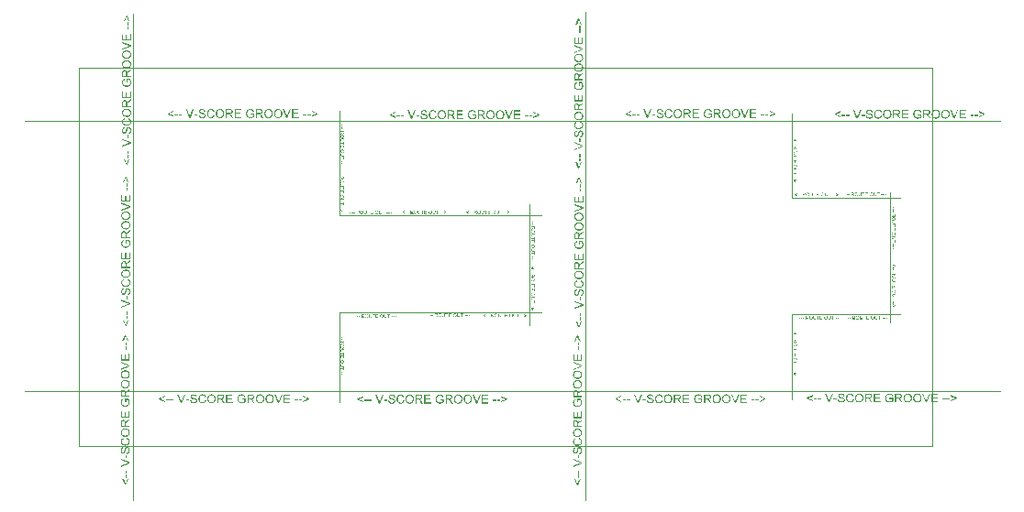
<source format=gm1>
G04 Layer_Color=16711935*
%FSLAX24Y24*%
%MOIN*%
G70*
G01*
G75*
%ADD53C,0.0010*%
G36*
X14353Y3820D02*
X14357D01*
X14361Y3820D01*
X14366Y3819D01*
X14377Y3818D01*
X14387Y3816D01*
X14398Y3814D01*
X14402Y3813D01*
X14407Y3812D01*
X14407D01*
X14408Y3811D01*
X14409Y3811D01*
X14411Y3810D01*
X14415Y3808D01*
X14420Y3805D01*
X14426Y3801D01*
X14432Y3795D01*
X14437Y3789D01*
X14443Y3781D01*
Y3781D01*
X14443Y3780D01*
X14444Y3779D01*
X14445Y3777D01*
X14446Y3775D01*
X14447Y3773D01*
X14448Y3770D01*
X14450Y3767D01*
X14452Y3760D01*
X14454Y3752D01*
X14455Y3743D01*
X14456Y3733D01*
Y3732D01*
Y3731D01*
Y3729D01*
X14456Y3727D01*
X14455Y3724D01*
X14455Y3721D01*
X14454Y3717D01*
X14453Y3713D01*
X14451Y3704D01*
X14449Y3699D01*
X14447Y3694D01*
X14444Y3689D01*
X14441Y3684D01*
X14438Y3680D01*
X14434Y3675D01*
X14434Y3675D01*
X14433Y3674D01*
X14432Y3673D01*
X14430Y3671D01*
X14427Y3670D01*
X14425Y3668D01*
X14421Y3665D01*
X14417Y3663D01*
X14412Y3660D01*
X14408Y3658D01*
X14402Y3655D01*
X14396Y3653D01*
X14389Y3651D01*
X14382Y3649D01*
X14374Y3647D01*
X14366Y3646D01*
X14366D01*
X14366Y3645D01*
X14368Y3644D01*
X14372Y3643D01*
X14375Y3641D01*
X14380Y3638D01*
X14384Y3636D01*
X14388Y3633D01*
X14391Y3630D01*
X14392Y3629D01*
X14392Y3629D01*
X14393Y3628D01*
X14394Y3627D01*
X14396Y3625D01*
X14398Y3623D01*
X14403Y3618D01*
X14408Y3612D01*
X14414Y3604D01*
X14420Y3596D01*
X14426Y3587D01*
X14482Y3500D01*
X14429D01*
X14386Y3567D01*
X14386Y3567D01*
X14386Y3568D01*
X14385Y3569D01*
X14383Y3571D01*
X14382Y3574D01*
X14380Y3577D01*
X14376Y3583D01*
X14371Y3590D01*
X14366Y3598D01*
X14361Y3604D01*
X14356Y3611D01*
Y3611D01*
X14355Y3611D01*
X14354Y3613D01*
X14352Y3616D01*
X14349Y3619D01*
X14346Y3622D01*
X14342Y3626D01*
X14338Y3629D01*
X14334Y3632D01*
X14334Y3632D01*
X14333Y3633D01*
X14331Y3634D01*
X14329Y3635D01*
X14325Y3637D01*
X14322Y3638D01*
X14319Y3639D01*
X14315Y3641D01*
X14315D01*
X14314Y3641D01*
X14312Y3641D01*
X14309Y3642D01*
X14306D01*
X14302Y3642D01*
X14297Y3642D01*
X14242D01*
Y3500D01*
X14200D01*
Y3820D01*
X14349D01*
X14353Y3820D01*
D02*
G37*
G36*
X14755Y3782D02*
X14566D01*
Y3685D01*
X14743D01*
Y3647D01*
X14566D01*
Y3538D01*
X14763D01*
Y3500D01*
X14524D01*
Y3820D01*
X14755D01*
Y3782D01*
D02*
G37*
G36*
X15764Y3825D02*
X15768Y3825D01*
X15773Y3825D01*
X15778Y3824D01*
X15783Y3823D01*
X15789Y3822D01*
X15796Y3821D01*
X15802Y3819D01*
X15809Y3817D01*
X15816Y3814D01*
X15823Y3812D01*
X15830Y3808D01*
X15837Y3805D01*
X15837Y3804D01*
X15838Y3804D01*
X15840Y3803D01*
X15842Y3801D01*
X15846Y3799D01*
X15849Y3796D01*
X15853Y3793D01*
X15857Y3789D01*
X15861Y3785D01*
X15866Y3781D01*
X15870Y3776D01*
X15875Y3771D01*
X15879Y3765D01*
X15883Y3759D01*
X15887Y3752D01*
X15891Y3745D01*
X15891Y3745D01*
X15892Y3744D01*
X15893Y3742D01*
X15894Y3739D01*
X15896Y3735D01*
X15897Y3731D01*
X15899Y3726D01*
X15900Y3720D01*
X15902Y3714D01*
X15904Y3708D01*
X15906Y3701D01*
X15907Y3693D01*
X15908Y3685D01*
X15909Y3677D01*
X15909Y3669D01*
X15910Y3660D01*
Y3659D01*
Y3658D01*
Y3655D01*
X15909Y3651D01*
X15909Y3647D01*
X15909Y3642D01*
X15908Y3637D01*
X15907Y3630D01*
X15906Y3624D01*
X15905Y3617D01*
X15904Y3610D01*
X15901Y3602D01*
X15899Y3595D01*
X15897Y3587D01*
X15893Y3580D01*
X15890Y3573D01*
X15890Y3572D01*
X15889Y3571D01*
X15888Y3569D01*
X15887Y3566D01*
X15884Y3563D01*
X15882Y3559D01*
X15879Y3555D01*
X15876Y3551D01*
X15872Y3546D01*
X15868Y3541D01*
X15863Y3536D01*
X15858Y3532D01*
X15853Y3527D01*
X15847Y3523D01*
X15841Y3518D01*
X15834Y3514D01*
X15834Y3514D01*
X15832Y3514D01*
X15831Y3512D01*
X15828Y3511D01*
X15824Y3510D01*
X15821Y3508D01*
X15816Y3506D01*
X15811Y3505D01*
X15805Y3503D01*
X15799Y3501D01*
X15793Y3499D01*
X15786Y3498D01*
X15772Y3495D01*
X15764Y3495D01*
X15756Y3495D01*
X15752D01*
X15749Y3495D01*
X15745Y3495D01*
X15740Y3496D01*
X15735Y3497D01*
X15729Y3498D01*
X15723Y3499D01*
X15717Y3500D01*
X15710Y3502D01*
X15703Y3504D01*
X15696Y3506D01*
X15689Y3509D01*
X15682Y3512D01*
X15676Y3516D01*
X15675Y3517D01*
X15674Y3517D01*
X15672Y3519D01*
X15670Y3520D01*
X15667Y3523D01*
X15663Y3525D01*
X15660Y3528D01*
X15655Y3532D01*
X15651Y3536D01*
X15647Y3541D01*
X15642Y3545D01*
X15638Y3551D01*
X15633Y3557D01*
X15629Y3562D01*
X15625Y3569D01*
X15621Y3576D01*
X15621Y3576D01*
X15621Y3578D01*
X15620Y3580D01*
X15619Y3583D01*
X15617Y3586D01*
X15616Y3590D01*
X15614Y3595D01*
X15612Y3600D01*
X15611Y3606D01*
X15609Y3612D01*
X15608Y3619D01*
X15606Y3626D01*
X15604Y3640D01*
X15604Y3648D01*
X15603Y3656D01*
Y3656D01*
Y3657D01*
Y3658D01*
Y3659D01*
X15604Y3661D01*
Y3663D01*
X15604Y3669D01*
X15605Y3676D01*
X15606Y3684D01*
X15607Y3692D01*
X15609Y3701D01*
X15611Y3711D01*
X15614Y3721D01*
X15617Y3732D01*
X15621Y3742D01*
X15626Y3753D01*
X15632Y3762D01*
X15638Y3772D01*
X15646Y3781D01*
X15646Y3781D01*
X15648Y3783D01*
X15651Y3785D01*
X15654Y3788D01*
X15658Y3791D01*
X15663Y3795D01*
X15669Y3799D01*
X15676Y3803D01*
X15684Y3807D01*
X15692Y3812D01*
X15701Y3815D01*
X15711Y3819D01*
X15721Y3822D01*
X15732Y3824D01*
X15744Y3825D01*
X15757Y3826D01*
X15761D01*
X15764Y3825D01*
D02*
G37*
G36*
X16112D02*
X16116Y3825D01*
X16121Y3825D01*
X16126Y3824D01*
X16131Y3823D01*
X16137Y3822D01*
X16144Y3821D01*
X16150Y3819D01*
X16157Y3817D01*
X16164Y3814D01*
X16171Y3812D01*
X16178Y3808D01*
X16185Y3805D01*
X16185Y3804D01*
X16186Y3804D01*
X16188Y3803D01*
X16191Y3801D01*
X16194Y3799D01*
X16197Y3796D01*
X16201Y3793D01*
X16205Y3789D01*
X16209Y3785D01*
X16214Y3781D01*
X16218Y3776D01*
X16223Y3771D01*
X16227Y3765D01*
X16231Y3759D01*
X16235Y3752D01*
X16239Y3745D01*
X16239Y3745D01*
X16240Y3744D01*
X16241Y3742D01*
X16242Y3739D01*
X16244Y3735D01*
X16245Y3731D01*
X16247Y3726D01*
X16248Y3720D01*
X16250Y3714D01*
X16252Y3708D01*
X16254Y3701D01*
X16255Y3693D01*
X16256Y3685D01*
X16257Y3677D01*
X16257Y3669D01*
X16258Y3660D01*
Y3659D01*
Y3658D01*
Y3655D01*
X16257Y3651D01*
X16257Y3647D01*
X16257Y3642D01*
X16256Y3637D01*
X16255Y3630D01*
X16254Y3624D01*
X16253Y3617D01*
X16252Y3610D01*
X16249Y3602D01*
X16247Y3595D01*
X16245Y3587D01*
X16242Y3580D01*
X16238Y3573D01*
X16238Y3572D01*
X16237Y3571D01*
X16236Y3569D01*
X16235Y3566D01*
X16232Y3563D01*
X16230Y3559D01*
X16227Y3555D01*
X16224Y3551D01*
X16220Y3546D01*
X16216Y3541D01*
X16211Y3536D01*
X16206Y3532D01*
X16201Y3527D01*
X16195Y3523D01*
X16189Y3518D01*
X16182Y3514D01*
X16182Y3514D01*
X16180Y3514D01*
X16179Y3512D01*
X16176Y3511D01*
X16172Y3510D01*
X16169Y3508D01*
X16164Y3506D01*
X16159Y3505D01*
X16153Y3503D01*
X16147Y3501D01*
X16141Y3499D01*
X16134Y3498D01*
X16120Y3495D01*
X16112Y3495D01*
X16104Y3495D01*
X16100D01*
X16097Y3495D01*
X16093Y3495D01*
X16088Y3496D01*
X16083Y3497D01*
X16077Y3498D01*
X16071Y3499D01*
X16065Y3500D01*
X16058Y3502D01*
X16051Y3504D01*
X16044Y3506D01*
X16037Y3509D01*
X16031Y3512D01*
X16024Y3516D01*
X16023Y3517D01*
X16022Y3517D01*
X16020Y3519D01*
X16018Y3520D01*
X16015Y3523D01*
X16011Y3525D01*
X16008Y3528D01*
X16003Y3532D01*
X15999Y3536D01*
X15995Y3541D01*
X15990Y3545D01*
X15986Y3551D01*
X15981Y3557D01*
X15977Y3562D01*
X15973Y3569D01*
X15969Y3576D01*
X15969Y3576D01*
X15969Y3578D01*
X15968Y3580D01*
X15967Y3583D01*
X15965Y3586D01*
X15964Y3590D01*
X15962Y3595D01*
X15960Y3600D01*
X15959Y3606D01*
X15957Y3612D01*
X15956Y3619D01*
X15954Y3626D01*
X15952Y3640D01*
X15952Y3648D01*
X15951Y3656D01*
Y3656D01*
Y3657D01*
Y3658D01*
Y3659D01*
X15952Y3661D01*
Y3663D01*
X15952Y3669D01*
X15953Y3676D01*
X15954Y3684D01*
X15955Y3692D01*
X15957Y3701D01*
X15959Y3711D01*
X15962Y3721D01*
X15965Y3732D01*
X15969Y3742D01*
X15974Y3753D01*
X15980Y3762D01*
X15986Y3772D01*
X15994Y3781D01*
X15994Y3781D01*
X15996Y3783D01*
X15999Y3785D01*
X16002Y3788D01*
X16006Y3791D01*
X16011Y3795D01*
X16017Y3799D01*
X16024Y3803D01*
X16032Y3807D01*
X16040Y3812D01*
X16049Y3815D01*
X16059Y3819D01*
X16069Y3822D01*
X16080Y3824D01*
X16092Y3825D01*
X16105Y3826D01*
X16109D01*
X16112Y3825D01*
D02*
G37*
G36*
X15447Y3820D02*
X15450D01*
X15455Y3820D01*
X15460Y3819D01*
X15470Y3818D01*
X15481Y3816D01*
X15492Y3814D01*
X15496Y3813D01*
X15501Y3812D01*
X15501D01*
X15502Y3811D01*
X15503Y3811D01*
X15504Y3810D01*
X15509Y3808D01*
X15513Y3805D01*
X15519Y3801D01*
X15525Y3795D01*
X15531Y3789D01*
X15536Y3781D01*
Y3781D01*
X15537Y3780D01*
X15538Y3779D01*
X15538Y3777D01*
X15540Y3775D01*
X15541Y3773D01*
X15542Y3770D01*
X15543Y3767D01*
X15546Y3760D01*
X15548Y3752D01*
X15549Y3743D01*
X15550Y3733D01*
Y3732D01*
Y3731D01*
Y3729D01*
X15550Y3727D01*
X15549Y3724D01*
X15549Y3721D01*
X15548Y3717D01*
X15547Y3713D01*
X15544Y3704D01*
X15543Y3699D01*
X15541Y3694D01*
X15538Y3689D01*
X15535Y3684D01*
X15532Y3680D01*
X15528Y3675D01*
X15527Y3675D01*
X15527Y3674D01*
X15525Y3673D01*
X15524Y3671D01*
X15521Y3670D01*
X15518Y3668D01*
X15515Y3665D01*
X15511Y3663D01*
X15506Y3660D01*
X15501Y3658D01*
X15496Y3655D01*
X15490Y3653D01*
X15483Y3651D01*
X15476Y3649D01*
X15468Y3647D01*
X15459Y3646D01*
X15460D01*
X15460Y3645D01*
X15462Y3644D01*
X15465Y3643D01*
X15469Y3641D01*
X15473Y3638D01*
X15477Y3636D01*
X15482Y3633D01*
X15485Y3630D01*
X15485Y3629D01*
X15486Y3629D01*
X15487Y3628D01*
X15488Y3627D01*
X15490Y3625D01*
X15492Y3623D01*
X15496Y3618D01*
X15502Y3612D01*
X15508Y3604D01*
X15514Y3596D01*
X15520Y3587D01*
X15576Y3500D01*
X15523D01*
X15480Y3567D01*
X15480Y3567D01*
X15480Y3568D01*
X15478Y3569D01*
X15477Y3571D01*
X15476Y3574D01*
X15474Y3577D01*
X15469Y3583D01*
X15465Y3590D01*
X15460Y3598D01*
X15455Y3604D01*
X15450Y3611D01*
Y3611D01*
X15449Y3611D01*
X15448Y3613D01*
X15445Y3616D01*
X15442Y3619D01*
X15439Y3622D01*
X15435Y3626D01*
X15432Y3629D01*
X15428Y3632D01*
X15428Y3632D01*
X15426Y3633D01*
X15425Y3634D01*
X15422Y3635D01*
X15419Y3637D01*
X15416Y3638D01*
X15413Y3639D01*
X15409Y3641D01*
X15408D01*
X15407Y3641D01*
X15406Y3641D01*
X15403Y3642D01*
X15400D01*
X15396Y3642D01*
X15391Y3642D01*
X15336D01*
Y3500D01*
X15294D01*
Y3820D01*
X15443D01*
X15447Y3820D01*
D02*
G37*
G36*
X16448Y3500D02*
X16404D01*
X16280Y3820D01*
X16326D01*
X16409Y3587D01*
Y3587D01*
X16409Y3586D01*
X16410Y3585D01*
X16411Y3583D01*
X16412Y3580D01*
X16413Y3577D01*
X16414Y3574D01*
X16415Y3570D01*
X16417Y3562D01*
X16420Y3554D01*
X16423Y3544D01*
X16426Y3535D01*
Y3535D01*
X16426Y3536D01*
X16426Y3538D01*
X16427Y3540D01*
X16428Y3542D01*
X16429Y3545D01*
X16430Y3548D01*
X16431Y3551D01*
X16433Y3559D01*
X16436Y3568D01*
X16440Y3578D01*
X16443Y3587D01*
X16530Y3820D01*
X16573D01*
X16448Y3500D01*
D02*
G37*
G36*
X12301Y3727D02*
X12134Y3658D01*
X12301Y3588D01*
Y3549D01*
X12090Y3640D01*
Y3677D01*
X12301Y3766D01*
Y3727D01*
D02*
G37*
G36*
X16844Y3782D02*
X16654D01*
Y3685D01*
X16831D01*
Y3647D01*
X16654D01*
Y3538D01*
X16851D01*
Y3500D01*
X16612D01*
Y3820D01*
X16844D01*
Y3782D01*
D02*
G37*
G36*
X12918Y3500D02*
X12874D01*
X12750Y3820D01*
X12796D01*
X12879Y3587D01*
Y3587D01*
X12880Y3586D01*
X12880Y3585D01*
X12881Y3583D01*
X12882Y3580D01*
X12883Y3577D01*
X12884Y3574D01*
X12885Y3570D01*
X12888Y3562D01*
X12891Y3554D01*
X12893Y3544D01*
X12896Y3535D01*
Y3535D01*
X12896Y3536D01*
X12897Y3538D01*
X12897Y3540D01*
X12898Y3542D01*
X12899Y3545D01*
X12900Y3548D01*
X12901Y3551D01*
X12903Y3559D01*
X12906Y3568D01*
X12910Y3578D01*
X12913Y3587D01*
X13000Y3820D01*
X13043D01*
X12918Y3500D01*
D02*
G37*
G36*
X20099Y4697D02*
X20103Y4697D01*
X20108Y4697D01*
X20113Y4696D01*
X20120Y4695D01*
X20126Y4694D01*
X20133Y4693D01*
X20140Y4692D01*
X20148Y4689D01*
X20155Y4687D01*
X20163Y4685D01*
X20170Y4682D01*
X20177Y4678D01*
X20178Y4678D01*
X20179Y4677D01*
X20181Y4676D01*
X20184Y4675D01*
X20187Y4672D01*
X20191Y4670D01*
X20195Y4667D01*
X20199Y4664D01*
X20204Y4660D01*
X20209Y4656D01*
X20214Y4651D01*
X20218Y4646D01*
X20223Y4641D01*
X20227Y4635D01*
X20232Y4629D01*
X20236Y4622D01*
X20236Y4622D01*
X20236Y4620D01*
X20238Y4619D01*
X20239Y4616D01*
X20240Y4612D01*
X20242Y4609D01*
X20244Y4604D01*
X20245Y4599D01*
X20247Y4593D01*
X20249Y4587D01*
X20251Y4581D01*
X20252Y4574D01*
X20255Y4560D01*
X20255Y4552D01*
X20255Y4544D01*
Y4544D01*
Y4542D01*
Y4540D01*
X20255Y4537D01*
X20255Y4533D01*
X20254Y4528D01*
X20253Y4523D01*
X20252Y4517D01*
X20251Y4511D01*
X20250Y4505D01*
X20248Y4498D01*
X20246Y4491D01*
X20244Y4484D01*
X20241Y4477D01*
X20238Y4471D01*
X20234Y4464D01*
X20233Y4463D01*
X20233Y4462D01*
X20231Y4460D01*
X20230Y4458D01*
X20227Y4455D01*
X20225Y4451D01*
X20222Y4448D01*
X20218Y4443D01*
X20214Y4439D01*
X20209Y4435D01*
X20205Y4430D01*
X20199Y4426D01*
X20193Y4421D01*
X20188Y4417D01*
X20181Y4413D01*
X20174Y4409D01*
X20174Y4409D01*
X20172Y4409D01*
X20170Y4408D01*
X20167Y4407D01*
X20164Y4405D01*
X20160Y4404D01*
X20155Y4402D01*
X20150Y4400D01*
X20144Y4399D01*
X20138Y4397D01*
X20131Y4396D01*
X20124Y4394D01*
X20110Y4392D01*
X20102Y4392D01*
X20094Y4391D01*
X20091D01*
X20089Y4392D01*
X20087D01*
X20081Y4392D01*
X20074Y4393D01*
X20066Y4394D01*
X20058Y4395D01*
X20049Y4397D01*
X20039Y4399D01*
X20029Y4402D01*
X20018Y4405D01*
X20008Y4409D01*
X19997Y4414D01*
X19988Y4420D01*
X19978Y4426D01*
X19969Y4434D01*
X19969Y4434D01*
X19967Y4436D01*
X19965Y4439D01*
X19962Y4442D01*
X19959Y4446D01*
X19955Y4451D01*
X19951Y4457D01*
X19947Y4464D01*
X19943Y4472D01*
X19938Y4480D01*
X19935Y4489D01*
X19931Y4499D01*
X19928Y4509D01*
X19926Y4521D01*
X19925Y4532D01*
X19924Y4545D01*
Y4545D01*
Y4547D01*
Y4549D01*
X19925Y4552D01*
X19925Y4556D01*
X19925Y4561D01*
X19926Y4566D01*
X19927Y4571D01*
X19928Y4577D01*
X19929Y4584D01*
X19931Y4590D01*
X19933Y4597D01*
X19936Y4604D01*
X19938Y4611D01*
X19942Y4618D01*
X19945Y4625D01*
X19946Y4625D01*
X19946Y4626D01*
X19947Y4628D01*
X19949Y4631D01*
X19951Y4634D01*
X19954Y4637D01*
X19957Y4641D01*
X19961Y4645D01*
X19965Y4649D01*
X19969Y4654D01*
X19974Y4658D01*
X19979Y4663D01*
X19985Y4667D01*
X19991Y4671D01*
X19998Y4675D01*
X20005Y4679D01*
X20005Y4679D01*
X20006Y4680D01*
X20008Y4681D01*
X20011Y4682D01*
X20015Y4684D01*
X20019Y4685D01*
X20024Y4687D01*
X20030Y4688D01*
X20036Y4690D01*
X20042Y4692D01*
X20049Y4694D01*
X20057Y4695D01*
X20065Y4696D01*
X20073Y4697D01*
X20081Y4697D01*
X20090Y4698D01*
X20095D01*
X20099Y4697D01*
D02*
G37*
G36*
X20250Y4888D02*
Y4844D01*
X19930Y4720D01*
Y4766D01*
X20163Y4849D01*
X20163D01*
X20164Y4849D01*
X20165Y4850D01*
X20167Y4851D01*
X20170Y4852D01*
X20173Y4853D01*
X20176Y4854D01*
X20180Y4855D01*
X20188Y4857D01*
X20196Y4860D01*
X20206Y4863D01*
X20215Y4866D01*
X20215D01*
X20214Y4866D01*
X20212Y4866D01*
X20210Y4867D01*
X20208Y4868D01*
X20205Y4869D01*
X20202Y4870D01*
X20199Y4871D01*
X20191Y4873D01*
X20182Y4876D01*
X20172Y4880D01*
X20163Y4883D01*
X19930Y4970D01*
Y5013D01*
X20250Y4888D01*
D02*
G37*
G36*
Y3963D02*
X20183Y3920D01*
X20183Y3920D01*
X20182Y3920D01*
X20181Y3918D01*
X20179Y3917D01*
X20176Y3916D01*
X20173Y3914D01*
X20167Y3909D01*
X20160Y3905D01*
X20152Y3900D01*
X20146Y3895D01*
X20139Y3890D01*
X20139D01*
X20139Y3889D01*
X20137Y3888D01*
X20134Y3885D01*
X20131Y3882D01*
X20128Y3879D01*
X20124Y3875D01*
X20121Y3872D01*
X20118Y3868D01*
X20118Y3868D01*
X20117Y3866D01*
X20116Y3865D01*
X20115Y3862D01*
X20113Y3859D01*
X20112Y3856D01*
X20111Y3853D01*
X20109Y3849D01*
Y3848D01*
X20109Y3847D01*
X20109Y3846D01*
X20108Y3843D01*
Y3840D01*
X20108Y3836D01*
X20108Y3831D01*
Y3825D01*
Y3776D01*
X20250D01*
Y3734D01*
X19930D01*
Y3876D01*
Y3876D01*
Y3878D01*
Y3880D01*
Y3883D01*
X19930Y3887D01*
Y3890D01*
X19930Y3895D01*
X19931Y3900D01*
X19932Y3910D01*
X19934Y3921D01*
X19936Y3932D01*
X19937Y3936D01*
X19938Y3941D01*
Y3941D01*
X19939Y3942D01*
X19939Y3943D01*
X19940Y3944D01*
X19942Y3949D01*
X19945Y3954D01*
X19950Y3959D01*
X19955Y3965D01*
X19961Y3971D01*
X19969Y3976D01*
X19969D01*
X19970Y3977D01*
X19971Y3978D01*
X19973Y3978D01*
X19975Y3980D01*
X19977Y3981D01*
X19980Y3982D01*
X19983Y3983D01*
X19990Y3986D01*
X19998Y3988D01*
X20007Y3989D01*
X20017Y3990D01*
X20021D01*
X20023Y3990D01*
X20026Y3989D01*
X20029Y3989D01*
X20033Y3988D01*
X20037Y3987D01*
X20046Y3984D01*
X20051Y3983D01*
X20056Y3981D01*
X20061Y3978D01*
X20066Y3975D01*
X20070Y3972D01*
X20075Y3968D01*
X20075Y3967D01*
X20076Y3967D01*
X20077Y3965D01*
X20079Y3964D01*
X20080Y3961D01*
X20082Y3958D01*
X20085Y3955D01*
X20087Y3951D01*
X20090Y3946D01*
X20092Y3941D01*
X20095Y3936D01*
X20097Y3930D01*
X20099Y3923D01*
X20101Y3916D01*
X20103Y3908D01*
X20104Y3899D01*
Y3900D01*
X20105Y3900D01*
X20106Y3902D01*
X20107Y3905D01*
X20109Y3909D01*
X20112Y3913D01*
X20114Y3917D01*
X20117Y3922D01*
X20120Y3925D01*
X20121Y3925D01*
X20121Y3926D01*
X20122Y3927D01*
X20123Y3928D01*
X20125Y3930D01*
X20127Y3932D01*
X20132Y3936D01*
X20138Y3942D01*
X20146Y3948D01*
X20154Y3954D01*
X20163Y3960D01*
X20250Y4016D01*
Y3963D01*
D02*
G37*
G36*
X20099Y4349D02*
X20103Y4349D01*
X20108Y4349D01*
X20113Y4348D01*
X20120Y4347D01*
X20126Y4346D01*
X20133Y4345D01*
X20140Y4344D01*
X20148Y4341D01*
X20155Y4339D01*
X20163Y4337D01*
X20170Y4333D01*
X20177Y4330D01*
X20178Y4330D01*
X20179Y4329D01*
X20181Y4328D01*
X20184Y4327D01*
X20187Y4324D01*
X20191Y4322D01*
X20195Y4319D01*
X20199Y4316D01*
X20204Y4312D01*
X20209Y4308D01*
X20214Y4303D01*
X20218Y4298D01*
X20223Y4293D01*
X20227Y4287D01*
X20232Y4281D01*
X20236Y4274D01*
X20236Y4274D01*
X20236Y4272D01*
X20238Y4271D01*
X20239Y4268D01*
X20240Y4264D01*
X20242Y4261D01*
X20244Y4256D01*
X20245Y4251D01*
X20247Y4245D01*
X20249Y4239D01*
X20251Y4233D01*
X20252Y4226D01*
X20255Y4212D01*
X20255Y4204D01*
X20255Y4196D01*
Y4196D01*
Y4194D01*
Y4192D01*
X20255Y4189D01*
X20255Y4185D01*
X20254Y4180D01*
X20253Y4175D01*
X20252Y4169D01*
X20251Y4163D01*
X20250Y4157D01*
X20248Y4150D01*
X20246Y4143D01*
X20244Y4136D01*
X20241Y4129D01*
X20238Y4122D01*
X20234Y4116D01*
X20233Y4115D01*
X20233Y4114D01*
X20231Y4112D01*
X20230Y4110D01*
X20227Y4107D01*
X20225Y4103D01*
X20222Y4100D01*
X20218Y4095D01*
X20214Y4091D01*
X20209Y4087D01*
X20205Y4082D01*
X20199Y4078D01*
X20193Y4073D01*
X20188Y4069D01*
X20181Y4065D01*
X20174Y4061D01*
X20174Y4061D01*
X20172Y4061D01*
X20170Y4060D01*
X20167Y4059D01*
X20164Y4057D01*
X20160Y4056D01*
X20155Y4054D01*
X20150Y4052D01*
X20144Y4051D01*
X20138Y4049D01*
X20131Y4048D01*
X20124Y4046D01*
X20110Y4044D01*
X20102Y4044D01*
X20094Y4043D01*
X20091D01*
X20089Y4044D01*
X20087D01*
X20081Y4044D01*
X20074Y4045D01*
X20066Y4046D01*
X20058Y4047D01*
X20049Y4049D01*
X20039Y4051D01*
X20029Y4054D01*
X20018Y4057D01*
X20008Y4061D01*
X19997Y4066D01*
X19988Y4072D01*
X19978Y4078D01*
X19969Y4086D01*
X19969Y4086D01*
X19967Y4088D01*
X19965Y4091D01*
X19962Y4094D01*
X19959Y4098D01*
X19955Y4103D01*
X19951Y4109D01*
X19947Y4116D01*
X19943Y4124D01*
X19938Y4132D01*
X19935Y4141D01*
X19931Y4151D01*
X19928Y4161D01*
X19926Y4172D01*
X19925Y4184D01*
X19924Y4197D01*
Y4197D01*
Y4199D01*
Y4201D01*
X19925Y4204D01*
X19925Y4208D01*
X19925Y4213D01*
X19926Y4218D01*
X19927Y4223D01*
X19928Y4229D01*
X19929Y4236D01*
X19931Y4242D01*
X19933Y4249D01*
X19936Y4256D01*
X19938Y4263D01*
X19942Y4270D01*
X19945Y4277D01*
X19946Y4277D01*
X19946Y4278D01*
X19947Y4280D01*
X19949Y4282D01*
X19951Y4286D01*
X19954Y4289D01*
X19957Y4293D01*
X19961Y4297D01*
X19965Y4301D01*
X19969Y4306D01*
X19974Y4310D01*
X19979Y4315D01*
X19985Y4319D01*
X19991Y4323D01*
X19998Y4327D01*
X20005Y4331D01*
X20005Y4331D01*
X20006Y4332D01*
X20008Y4333D01*
X20011Y4334D01*
X20015Y4336D01*
X20019Y4337D01*
X20024Y4339D01*
X20030Y4340D01*
X20036Y4342D01*
X20042Y4344D01*
X20049Y4346D01*
X20057Y4347D01*
X20065Y4348D01*
X20073Y4349D01*
X20081Y4349D01*
X20090Y4350D01*
X20095D01*
X20099Y4349D01*
D02*
G37*
G36*
X20250Y5052D02*
X19930D01*
Y5284D01*
X19968D01*
Y5094D01*
X20065D01*
Y5271D01*
X20103D01*
Y5094D01*
X20212D01*
Y5291D01*
X20250D01*
Y5052D01*
D02*
G37*
G36*
X20201Y5762D02*
X20162D01*
X20092Y5929D01*
X20023Y5762D01*
X19984D01*
X20073Y5973D01*
X20110D01*
X20201Y5762D01*
D02*
G37*
G36*
X13999Y3825D02*
X14003Y3825D01*
X14008Y3825D01*
X14013Y3824D01*
X14018Y3823D01*
X14025Y3822D01*
X14031Y3821D01*
X14037Y3819D01*
X14044Y3817D01*
X14051Y3814D01*
X14058Y3812D01*
X14065Y3808D01*
X14072Y3805D01*
X14072Y3804D01*
X14073Y3804D01*
X14075Y3803D01*
X14078Y3801D01*
X14081Y3799D01*
X14084Y3796D01*
X14088Y3793D01*
X14092Y3789D01*
X14096Y3785D01*
X14101Y3781D01*
X14105Y3776D01*
X14110Y3771D01*
X14114Y3765D01*
X14119Y3759D01*
X14122Y3752D01*
X14126Y3745D01*
X14127Y3745D01*
X14127Y3744D01*
X14128Y3742D01*
X14129Y3739D01*
X14131Y3735D01*
X14132Y3731D01*
X14134Y3726D01*
X14136Y3720D01*
X14137Y3714D01*
X14139Y3708D01*
X14141Y3701D01*
X14142Y3693D01*
X14143Y3685D01*
X14144Y3677D01*
X14145Y3669D01*
X14145Y3660D01*
Y3659D01*
Y3658D01*
Y3655D01*
X14145Y3651D01*
X14144Y3647D01*
X14144Y3642D01*
X14143Y3637D01*
X14143Y3630D01*
X14141Y3624D01*
X14140Y3617D01*
X14139Y3610D01*
X14137Y3602D01*
X14134Y3595D01*
X14132Y3587D01*
X14129Y3580D01*
X14125Y3573D01*
X14125Y3572D01*
X14124Y3571D01*
X14123Y3569D01*
X14122Y3566D01*
X14120Y3563D01*
X14117Y3559D01*
X14114Y3555D01*
X14111Y3551D01*
X14107Y3546D01*
X14103Y3541D01*
X14098Y3536D01*
X14093Y3532D01*
X14088Y3527D01*
X14082Y3523D01*
X14076Y3518D01*
X14069Y3514D01*
X14069Y3514D01*
X14068Y3514D01*
X14066Y3512D01*
X14063Y3511D01*
X14060Y3510D01*
X14056Y3508D01*
X14051Y3506D01*
X14046Y3505D01*
X14040Y3503D01*
X14035Y3501D01*
X14028Y3499D01*
X14021Y3498D01*
X14007Y3495D01*
X13999Y3495D01*
X13992Y3495D01*
X13987D01*
X13984Y3495D01*
X13980Y3495D01*
X13975Y3496D01*
X13970Y3497D01*
X13964Y3498D01*
X13959Y3499D01*
X13952Y3500D01*
X13945Y3502D01*
X13938Y3504D01*
X13932Y3506D01*
X13925Y3509D01*
X13918Y3512D01*
X13911Y3516D01*
X13910Y3517D01*
X13909Y3517D01*
X13907Y3519D01*
X13905Y3520D01*
X13902Y3523D01*
X13899Y3525D01*
X13895Y3528D01*
X13891Y3532D01*
X13886Y3536D01*
X13882Y3541D01*
X13877Y3545D01*
X13873Y3551D01*
X13868Y3557D01*
X13864Y3562D01*
X13860Y3569D01*
X13857Y3576D01*
X13856Y3576D01*
X13856Y3578D01*
X13855Y3580D01*
X13854Y3583D01*
X13852Y3586D01*
X13851Y3590D01*
X13849Y3595D01*
X13848Y3600D01*
X13846Y3606D01*
X13844Y3612D01*
X13843Y3619D01*
X13841Y3626D01*
X13839Y3640D01*
X13839Y3648D01*
X13839Y3656D01*
Y3656D01*
Y3657D01*
Y3658D01*
Y3659D01*
X13839Y3661D01*
Y3663D01*
X13839Y3669D01*
X13840Y3676D01*
X13841Y3684D01*
X13842Y3692D01*
X13844Y3701D01*
X13846Y3711D01*
X13849Y3721D01*
X13852Y3732D01*
X13857Y3742D01*
X13861Y3753D01*
X13867Y3762D01*
X13874Y3772D01*
X13881Y3781D01*
X13882Y3781D01*
X13883Y3783D01*
X13886Y3785D01*
X13889Y3788D01*
X13893Y3791D01*
X13898Y3795D01*
X13904Y3799D01*
X13911Y3803D01*
X13919Y3807D01*
X13927Y3812D01*
X13936Y3815D01*
X13946Y3819D01*
X13957Y3822D01*
X13968Y3824D01*
X13979Y3825D01*
X13992Y3826D01*
X13996D01*
X13999Y3825D01*
D02*
G37*
G36*
X20154Y5453D02*
X20114D01*
Y5574D01*
X20154D01*
Y5453D01*
D02*
G37*
G36*
Y5602D02*
X20114D01*
Y5723D01*
X20154D01*
Y5602D01*
D02*
G37*
G36*
X32442Y3865D02*
X32446Y3865D01*
X32451Y3865D01*
X32456Y3864D01*
X32461Y3863D01*
X32467Y3862D01*
X32474Y3861D01*
X32480Y3859D01*
X32487Y3857D01*
X32494Y3854D01*
X32501Y3852D01*
X32508Y3848D01*
X32515Y3845D01*
X32515Y3844D01*
X32516Y3844D01*
X32518Y3843D01*
X32520Y3841D01*
X32524Y3839D01*
X32527Y3836D01*
X32531Y3833D01*
X32535Y3829D01*
X32539Y3825D01*
X32544Y3821D01*
X32548Y3816D01*
X32553Y3811D01*
X32557Y3805D01*
X32561Y3799D01*
X32565Y3792D01*
X32569Y3785D01*
X32569Y3785D01*
X32570Y3784D01*
X32571Y3782D01*
X32572Y3779D01*
X32574Y3775D01*
X32575Y3771D01*
X32577Y3766D01*
X32578Y3760D01*
X32580Y3754D01*
X32582Y3748D01*
X32584Y3741D01*
X32585Y3733D01*
X32586Y3725D01*
X32587Y3717D01*
X32587Y3709D01*
X32588Y3700D01*
Y3699D01*
Y3698D01*
Y3695D01*
X32587Y3691D01*
X32587Y3687D01*
X32587Y3682D01*
X32586Y3677D01*
X32585Y3670D01*
X32584Y3664D01*
X32583Y3657D01*
X32582Y3650D01*
X32579Y3642D01*
X32577Y3635D01*
X32575Y3627D01*
X32572Y3620D01*
X32568Y3613D01*
X32568Y3612D01*
X32567Y3611D01*
X32566Y3609D01*
X32565Y3606D01*
X32562Y3603D01*
X32560Y3599D01*
X32557Y3595D01*
X32554Y3591D01*
X32550Y3586D01*
X32546Y3581D01*
X32541Y3576D01*
X32536Y3572D01*
X32531Y3567D01*
X32525Y3563D01*
X32519Y3558D01*
X32512Y3554D01*
X32512Y3554D01*
X32510Y3554D01*
X32509Y3552D01*
X32506Y3551D01*
X32502Y3550D01*
X32499Y3548D01*
X32494Y3546D01*
X32489Y3545D01*
X32483Y3543D01*
X32477Y3541D01*
X32471Y3539D01*
X32464Y3538D01*
X32450Y3535D01*
X32442Y3535D01*
X32434Y3535D01*
X32430D01*
X32427Y3535D01*
X32423Y3535D01*
X32418Y3536D01*
X32413Y3537D01*
X32407Y3538D01*
X32401Y3539D01*
X32395Y3540D01*
X32388Y3542D01*
X32381Y3544D01*
X32374Y3546D01*
X32367Y3549D01*
X32361Y3552D01*
X32354Y3556D01*
X32353Y3557D01*
X32352Y3557D01*
X32350Y3559D01*
X32348Y3560D01*
X32345Y3563D01*
X32341Y3565D01*
X32338Y3568D01*
X32333Y3572D01*
X32329Y3576D01*
X32325Y3581D01*
X32320Y3585D01*
X32316Y3591D01*
X32311Y3597D01*
X32307Y3602D01*
X32303Y3609D01*
X32299Y3616D01*
X32299Y3616D01*
X32299Y3618D01*
X32298Y3620D01*
X32297Y3623D01*
X32295Y3626D01*
X32294Y3630D01*
X32292Y3635D01*
X32290Y3640D01*
X32289Y3646D01*
X32287Y3652D01*
X32286Y3659D01*
X32284Y3666D01*
X32282Y3680D01*
X32282Y3688D01*
X32281Y3696D01*
Y3696D01*
Y3697D01*
Y3698D01*
Y3699D01*
X32282Y3701D01*
Y3703D01*
X32282Y3709D01*
X32283Y3716D01*
X32284Y3724D01*
X32285Y3732D01*
X32287Y3741D01*
X32289Y3751D01*
X32292Y3761D01*
X32295Y3772D01*
X32299Y3782D01*
X32304Y3793D01*
X32310Y3802D01*
X32316Y3812D01*
X32324Y3821D01*
X32324Y3821D01*
X32326Y3823D01*
X32329Y3825D01*
X32332Y3828D01*
X32336Y3831D01*
X32341Y3835D01*
X32347Y3839D01*
X32354Y3843D01*
X32362Y3847D01*
X32370Y3852D01*
X32379Y3855D01*
X32389Y3859D01*
X32399Y3862D01*
X32411Y3864D01*
X32422Y3865D01*
X32435Y3866D01*
X32439D01*
X32442Y3865D01*
D02*
G37*
G36*
X30683Y3860D02*
X30687D01*
X30691Y3860D01*
X30696Y3859D01*
X30707Y3858D01*
X30717Y3856D01*
X30728Y3854D01*
X30732Y3853D01*
X30737Y3852D01*
X30737D01*
X30738Y3851D01*
X30739Y3851D01*
X30741Y3850D01*
X30745Y3848D01*
X30750Y3845D01*
X30756Y3841D01*
X30762Y3835D01*
X30767Y3829D01*
X30773Y3821D01*
Y3821D01*
X30773Y3820D01*
X30774Y3819D01*
X30775Y3817D01*
X30776Y3815D01*
X30777Y3813D01*
X30778Y3810D01*
X30780Y3807D01*
X30782Y3800D01*
X30784Y3792D01*
X30786Y3783D01*
X30786Y3773D01*
Y3772D01*
Y3771D01*
Y3769D01*
X30786Y3767D01*
X30786Y3764D01*
X30785Y3761D01*
X30784Y3757D01*
X30783Y3753D01*
X30781Y3744D01*
X30779Y3739D01*
X30777Y3734D01*
X30774Y3729D01*
X30771Y3724D01*
X30768Y3720D01*
X30764Y3715D01*
X30764Y3715D01*
X30763Y3714D01*
X30762Y3713D01*
X30760Y3711D01*
X30757Y3710D01*
X30755Y3708D01*
X30751Y3705D01*
X30747Y3703D01*
X30742Y3700D01*
X30738Y3698D01*
X30732Y3695D01*
X30726Y3693D01*
X30719Y3691D01*
X30712Y3689D01*
X30704Y3687D01*
X30696Y3686D01*
X30696D01*
X30696Y3685D01*
X30698Y3684D01*
X30702Y3683D01*
X30705Y3681D01*
X30710Y3678D01*
X30714Y3676D01*
X30718Y3673D01*
X30721Y3670D01*
X30722Y3669D01*
X30722Y3669D01*
X30723Y3668D01*
X30724Y3667D01*
X30726Y3665D01*
X30728Y3663D01*
X30733Y3658D01*
X30738Y3652D01*
X30744Y3644D01*
X30750Y3636D01*
X30756Y3627D01*
X30812Y3540D01*
X30759D01*
X30716Y3607D01*
X30716Y3607D01*
X30716Y3608D01*
X30715Y3609D01*
X30713Y3611D01*
X30712Y3614D01*
X30710Y3617D01*
X30706Y3623D01*
X30701Y3630D01*
X30696Y3638D01*
X30691Y3644D01*
X30686Y3651D01*
Y3651D01*
X30685Y3651D01*
X30684Y3653D01*
X30682Y3656D01*
X30679Y3659D01*
X30675Y3662D01*
X30672Y3666D01*
X30668Y3669D01*
X30664Y3672D01*
X30664Y3672D01*
X30663Y3673D01*
X30661Y3674D01*
X30659Y3675D01*
X30655Y3677D01*
X30652Y3678D01*
X30649Y3679D01*
X30645Y3681D01*
X30645D01*
X30644Y3681D01*
X30642Y3681D01*
X30639Y3682D01*
X30636D01*
X30632Y3682D01*
X30627Y3682D01*
X30572D01*
Y3540D01*
X30530D01*
Y3860D01*
X30679D01*
X30683Y3860D01*
D02*
G37*
G36*
X30329Y3865D02*
X30333Y3865D01*
X30338Y3865D01*
X30343Y3864D01*
X30348Y3863D01*
X30355Y3862D01*
X30361Y3861D01*
X30367Y3859D01*
X30374Y3857D01*
X30381Y3854D01*
X30388Y3852D01*
X30395Y3848D01*
X30402Y3845D01*
X30402Y3844D01*
X30403Y3844D01*
X30405Y3843D01*
X30408Y3841D01*
X30411Y3839D01*
X30414Y3836D01*
X30418Y3833D01*
X30422Y3829D01*
X30426Y3825D01*
X30431Y3821D01*
X30435Y3816D01*
X30440Y3811D01*
X30444Y3805D01*
X30449Y3799D01*
X30452Y3792D01*
X30456Y3785D01*
X30457Y3785D01*
X30457Y3784D01*
X30458Y3782D01*
X30459Y3779D01*
X30461Y3775D01*
X30462Y3771D01*
X30464Y3766D01*
X30466Y3760D01*
X30467Y3754D01*
X30469Y3748D01*
X30471Y3741D01*
X30472Y3733D01*
X30473Y3725D01*
X30474Y3717D01*
X30475Y3709D01*
X30475Y3700D01*
Y3699D01*
Y3698D01*
Y3695D01*
X30475Y3691D01*
X30474Y3687D01*
X30474Y3682D01*
X30473Y3677D01*
X30473Y3670D01*
X30471Y3664D01*
X30470Y3657D01*
X30469Y3650D01*
X30467Y3642D01*
X30464Y3635D01*
X30462Y3627D01*
X30459Y3620D01*
X30455Y3613D01*
X30455Y3612D01*
X30454Y3611D01*
X30453Y3609D01*
X30452Y3606D01*
X30450Y3603D01*
X30447Y3599D01*
X30444Y3595D01*
X30441Y3591D01*
X30437Y3586D01*
X30433Y3581D01*
X30428Y3576D01*
X30423Y3572D01*
X30418Y3567D01*
X30412Y3563D01*
X30406Y3558D01*
X30399Y3554D01*
X30399Y3554D01*
X30398Y3554D01*
X30396Y3552D01*
X30393Y3551D01*
X30390Y3550D01*
X30386Y3548D01*
X30381Y3546D01*
X30376Y3545D01*
X30370Y3543D01*
X30365Y3541D01*
X30358Y3539D01*
X30351Y3538D01*
X30337Y3535D01*
X30329Y3535D01*
X30322Y3535D01*
X30317D01*
X30314Y3535D01*
X30310Y3535D01*
X30305Y3536D01*
X30300Y3537D01*
X30294Y3538D01*
X30289Y3539D01*
X30282Y3540D01*
X30275Y3542D01*
X30268Y3544D01*
X30262Y3546D01*
X30255Y3549D01*
X30248Y3552D01*
X30241Y3556D01*
X30240Y3557D01*
X30239Y3557D01*
X30237Y3559D01*
X30235Y3560D01*
X30232Y3563D01*
X30229Y3565D01*
X30225Y3568D01*
X30221Y3572D01*
X30216Y3576D01*
X30212Y3581D01*
X30207Y3585D01*
X30203Y3591D01*
X30198Y3597D01*
X30194Y3602D01*
X30190Y3609D01*
X30187Y3616D01*
X30186Y3616D01*
X30186Y3618D01*
X30185Y3620D01*
X30184Y3623D01*
X30182Y3626D01*
X30181Y3630D01*
X30179Y3635D01*
X30178Y3640D01*
X30176Y3646D01*
X30174Y3652D01*
X30173Y3659D01*
X30171Y3666D01*
X30169Y3680D01*
X30169Y3688D01*
X30169Y3696D01*
Y3696D01*
Y3697D01*
Y3698D01*
Y3699D01*
X30169Y3701D01*
Y3703D01*
X30169Y3709D01*
X30170Y3716D01*
X30171Y3724D01*
X30172Y3732D01*
X30174Y3741D01*
X30176Y3751D01*
X30179Y3761D01*
X30182Y3772D01*
X30187Y3782D01*
X30191Y3793D01*
X30197Y3802D01*
X30204Y3812D01*
X30211Y3821D01*
X30212Y3821D01*
X30213Y3823D01*
X30216Y3825D01*
X30219Y3828D01*
X30223Y3831D01*
X30228Y3835D01*
X30234Y3839D01*
X30241Y3843D01*
X30249Y3847D01*
X30257Y3852D01*
X30266Y3855D01*
X30276Y3859D01*
X30287Y3862D01*
X30298Y3864D01*
X30309Y3865D01*
X30322Y3866D01*
X30326D01*
X30329Y3865D01*
D02*
G37*
G36*
X32094D02*
X32098Y3865D01*
X32103Y3865D01*
X32108Y3864D01*
X32113Y3863D01*
X32119Y3862D01*
X32126Y3861D01*
X32132Y3859D01*
X32139Y3857D01*
X32146Y3854D01*
X32153Y3852D01*
X32160Y3848D01*
X32167Y3845D01*
X32167Y3844D01*
X32168Y3844D01*
X32170Y3843D01*
X32172Y3841D01*
X32176Y3839D01*
X32179Y3836D01*
X32183Y3833D01*
X32187Y3829D01*
X32191Y3825D01*
X32196Y3821D01*
X32200Y3816D01*
X32205Y3811D01*
X32209Y3805D01*
X32213Y3799D01*
X32217Y3792D01*
X32221Y3785D01*
X32221Y3785D01*
X32222Y3784D01*
X32223Y3782D01*
X32224Y3779D01*
X32226Y3775D01*
X32227Y3771D01*
X32229Y3766D01*
X32230Y3760D01*
X32232Y3754D01*
X32234Y3748D01*
X32236Y3741D01*
X32237Y3733D01*
X32238Y3725D01*
X32239Y3717D01*
X32239Y3709D01*
X32240Y3700D01*
Y3699D01*
Y3698D01*
Y3695D01*
X32239Y3691D01*
X32239Y3687D01*
X32239Y3682D01*
X32238Y3677D01*
X32237Y3670D01*
X32236Y3664D01*
X32235Y3657D01*
X32234Y3650D01*
X32231Y3642D01*
X32229Y3635D01*
X32227Y3627D01*
X32223Y3620D01*
X32220Y3613D01*
X32220Y3612D01*
X32219Y3611D01*
X32218Y3609D01*
X32217Y3606D01*
X32214Y3603D01*
X32212Y3599D01*
X32209Y3595D01*
X32206Y3591D01*
X32202Y3586D01*
X32198Y3581D01*
X32193Y3576D01*
X32188Y3572D01*
X32183Y3567D01*
X32177Y3563D01*
X32171Y3558D01*
X32164Y3554D01*
X32164Y3554D01*
X32162Y3554D01*
X32161Y3552D01*
X32158Y3551D01*
X32154Y3550D01*
X32151Y3548D01*
X32146Y3546D01*
X32141Y3545D01*
X32135Y3543D01*
X32129Y3541D01*
X32123Y3539D01*
X32116Y3538D01*
X32102Y3535D01*
X32094Y3535D01*
X32086Y3535D01*
X32082D01*
X32079Y3535D01*
X32075Y3535D01*
X32070Y3536D01*
X32065Y3537D01*
X32059Y3538D01*
X32053Y3539D01*
X32047Y3540D01*
X32040Y3542D01*
X32033Y3544D01*
X32026Y3546D01*
X32019Y3549D01*
X32012Y3552D01*
X32006Y3556D01*
X32005Y3557D01*
X32004Y3557D01*
X32002Y3559D01*
X32000Y3560D01*
X31997Y3563D01*
X31993Y3565D01*
X31990Y3568D01*
X31985Y3572D01*
X31981Y3576D01*
X31977Y3581D01*
X31972Y3585D01*
X31968Y3591D01*
X31963Y3597D01*
X31959Y3602D01*
X31955Y3609D01*
X31951Y3616D01*
X31951Y3616D01*
X31951Y3618D01*
X31950Y3620D01*
X31949Y3623D01*
X31947Y3626D01*
X31946Y3630D01*
X31944Y3635D01*
X31942Y3640D01*
X31941Y3646D01*
X31939Y3652D01*
X31938Y3659D01*
X31936Y3666D01*
X31934Y3680D01*
X31934Y3688D01*
X31933Y3696D01*
Y3696D01*
Y3697D01*
Y3698D01*
Y3699D01*
X31934Y3701D01*
Y3703D01*
X31934Y3709D01*
X31935Y3716D01*
X31936Y3724D01*
X31937Y3732D01*
X31939Y3741D01*
X31941Y3751D01*
X31944Y3761D01*
X31947Y3772D01*
X31951Y3782D01*
X31956Y3793D01*
X31962Y3802D01*
X31968Y3812D01*
X31976Y3821D01*
X31976Y3821D01*
X31978Y3823D01*
X31981Y3825D01*
X31984Y3828D01*
X31988Y3831D01*
X31993Y3835D01*
X31999Y3839D01*
X32006Y3843D01*
X32014Y3847D01*
X32022Y3852D01*
X32031Y3855D01*
X32041Y3859D01*
X32051Y3862D01*
X32062Y3864D01*
X32074Y3865D01*
X32087Y3866D01*
X32091D01*
X32094Y3865D01*
D02*
G37*
G36*
X31085Y3822D02*
X30896D01*
Y3725D01*
X31073D01*
Y3687D01*
X30896D01*
Y3578D01*
X31093D01*
Y3540D01*
X30854D01*
Y3860D01*
X31085D01*
Y3822D01*
D02*
G37*
G36*
X29248Y3540D02*
X29204D01*
X29080Y3860D01*
X29126D01*
X29209Y3627D01*
Y3627D01*
X29210Y3626D01*
X29210Y3625D01*
X29211Y3623D01*
X29212Y3620D01*
X29213Y3617D01*
X29214Y3614D01*
X29215Y3610D01*
X29218Y3602D01*
X29221Y3594D01*
X29223Y3584D01*
X29226Y3575D01*
Y3575D01*
X29226Y3576D01*
X29227Y3578D01*
X29227Y3580D01*
X29228Y3582D01*
X29229Y3585D01*
X29230Y3588D01*
X29231Y3591D01*
X29233Y3599D01*
X29236Y3608D01*
X29240Y3618D01*
X29243Y3627D01*
X29330Y3860D01*
X29373D01*
X29248Y3540D01*
D02*
G37*
G36*
X32778D02*
X32734D01*
X32610Y3860D01*
X32656D01*
X32739Y3627D01*
Y3627D01*
X32739Y3626D01*
X32740Y3625D01*
X32741Y3623D01*
X32742Y3620D01*
X32743Y3617D01*
X32744Y3614D01*
X32745Y3610D01*
X32747Y3602D01*
X32750Y3594D01*
X32753Y3584D01*
X32756Y3575D01*
Y3575D01*
X32756Y3576D01*
X32756Y3578D01*
X32757Y3580D01*
X32758Y3582D01*
X32759Y3585D01*
X32760Y3588D01*
X32761Y3591D01*
X32763Y3599D01*
X32766Y3608D01*
X32770Y3618D01*
X32773Y3627D01*
X32860Y3860D01*
X32903D01*
X32778Y3540D01*
D02*
G37*
G36*
X31777Y3860D02*
X31780D01*
X31785Y3860D01*
X31790Y3859D01*
X31800Y3858D01*
X31811Y3856D01*
X31822Y3854D01*
X31826Y3853D01*
X31831Y3852D01*
X31831D01*
X31832Y3851D01*
X31833Y3851D01*
X31834Y3850D01*
X31839Y3848D01*
X31844Y3845D01*
X31849Y3841D01*
X31855Y3835D01*
X31861Y3829D01*
X31866Y3821D01*
Y3821D01*
X31867Y3820D01*
X31868Y3819D01*
X31868Y3817D01*
X31870Y3815D01*
X31871Y3813D01*
X31872Y3810D01*
X31873Y3807D01*
X31876Y3800D01*
X31878Y3792D01*
X31879Y3783D01*
X31880Y3773D01*
Y3772D01*
Y3771D01*
Y3769D01*
X31880Y3767D01*
X31879Y3764D01*
X31879Y3761D01*
X31878Y3757D01*
X31877Y3753D01*
X31874Y3744D01*
X31873Y3739D01*
X31871Y3734D01*
X31868Y3729D01*
X31865Y3724D01*
X31862Y3720D01*
X31858Y3715D01*
X31857Y3715D01*
X31857Y3714D01*
X31855Y3713D01*
X31854Y3711D01*
X31851Y3710D01*
X31848Y3708D01*
X31845Y3705D01*
X31841Y3703D01*
X31836Y3700D01*
X31831Y3698D01*
X31826Y3695D01*
X31820Y3693D01*
X31813Y3691D01*
X31806Y3689D01*
X31798Y3687D01*
X31789Y3686D01*
X31790D01*
X31790Y3685D01*
X31792Y3684D01*
X31795Y3683D01*
X31799Y3681D01*
X31803Y3678D01*
X31807Y3676D01*
X31812Y3673D01*
X31815Y3670D01*
X31815Y3669D01*
X31816Y3669D01*
X31817Y3668D01*
X31818Y3667D01*
X31820Y3665D01*
X31822Y3663D01*
X31827Y3658D01*
X31832Y3652D01*
X31838Y3644D01*
X31844Y3636D01*
X31850Y3627D01*
X31906Y3540D01*
X31853D01*
X31810Y3607D01*
X31810Y3607D01*
X31809Y3608D01*
X31808Y3609D01*
X31807Y3611D01*
X31806Y3614D01*
X31804Y3617D01*
X31799Y3623D01*
X31795Y3630D01*
X31790Y3638D01*
X31785Y3644D01*
X31780Y3651D01*
Y3651D01*
X31779Y3651D01*
X31778Y3653D01*
X31775Y3656D01*
X31772Y3659D01*
X31769Y3662D01*
X31765Y3666D01*
X31762Y3669D01*
X31758Y3672D01*
X31758Y3672D01*
X31756Y3673D01*
X31755Y3674D01*
X31752Y3675D01*
X31749Y3677D01*
X31746Y3678D01*
X31743Y3679D01*
X31739Y3681D01*
X31738D01*
X31737Y3681D01*
X31736Y3681D01*
X31733Y3682D01*
X31730D01*
X31726Y3682D01*
X31721Y3682D01*
X31666D01*
Y3540D01*
X31624D01*
Y3860D01*
X31773D01*
X31777Y3860D01*
D02*
G37*
G36*
X33174Y3822D02*
X32984D01*
Y3725D01*
X33161D01*
Y3687D01*
X32984D01*
Y3578D01*
X33181D01*
Y3540D01*
X32942D01*
Y3860D01*
X33174D01*
Y3822D01*
D02*
G37*
G36*
X12610Y3596D02*
X12489D01*
Y3636D01*
X12610D01*
Y3596D01*
D02*
G37*
G36*
X13182D02*
X13061D01*
Y3636D01*
X13182D01*
Y3596D01*
D02*
G37*
G36*
X17533Y3677D02*
Y3640D01*
X17322Y3549D01*
Y3588D01*
X17489Y3658D01*
X17322Y3727D01*
Y3766D01*
X17533Y3677D01*
D02*
G37*
G36*
X12461Y3596D02*
X12340D01*
Y3636D01*
X12461D01*
Y3596D01*
D02*
G37*
G36*
X17134D02*
X17013D01*
Y3636D01*
X17134D01*
Y3596D01*
D02*
G37*
G36*
X13675Y3825D02*
X13679Y3825D01*
X13684Y3824D01*
X13689Y3824D01*
X13695Y3823D01*
X13701Y3821D01*
X13708Y3820D01*
X13715Y3818D01*
X13722Y3815D01*
X13729Y3813D01*
X13735Y3809D01*
X13742Y3806D01*
X13748Y3801D01*
X13748Y3801D01*
X13749Y3800D01*
X13751Y3799D01*
X13753Y3797D01*
X13756Y3794D01*
X13759Y3791D01*
X13762Y3788D01*
X13766Y3783D01*
X13770Y3779D01*
X13774Y3774D01*
X13777Y3768D01*
X13781Y3762D01*
X13785Y3755D01*
X13788Y3748D01*
X13791Y3740D01*
X13794Y3732D01*
X13752Y3723D01*
Y3723D01*
X13751Y3724D01*
X13751Y3726D01*
X13750Y3729D01*
X13749Y3731D01*
X13747Y3735D01*
X13744Y3742D01*
X13739Y3751D01*
X13733Y3759D01*
X13727Y3767D01*
X13723Y3771D01*
X13720Y3774D01*
X13719Y3774D01*
X13718Y3774D01*
X13717Y3775D01*
X13716Y3776D01*
X13714Y3778D01*
X13711Y3779D01*
X13708Y3780D01*
X13705Y3782D01*
X13701Y3783D01*
X13697Y3785D01*
X13688Y3787D01*
X13678Y3789D01*
X13672Y3790D01*
X13663D01*
X13660Y3789D01*
X13657Y3789D01*
X13653Y3789D01*
X13649Y3788D01*
X13645Y3788D01*
X13635Y3785D01*
X13624Y3782D01*
X13619Y3780D01*
X13614Y3778D01*
X13609Y3775D01*
X13604Y3772D01*
X13604Y3771D01*
X13603Y3771D01*
X13602Y3770D01*
X13600Y3769D01*
X13598Y3767D01*
X13596Y3764D01*
X13594Y3762D01*
X13591Y3759D01*
X13588Y3756D01*
X13585Y3752D01*
X13579Y3744D01*
X13574Y3735D01*
X13570Y3724D01*
Y3724D01*
X13569Y3723D01*
X13569Y3721D01*
X13568Y3719D01*
X13568Y3716D01*
X13566Y3713D01*
X13566Y3709D01*
X13565Y3705D01*
X13564Y3701D01*
X13563Y3696D01*
X13561Y3686D01*
X13560Y3675D01*
X13560Y3663D01*
Y3662D01*
Y3661D01*
Y3659D01*
X13560Y3656D01*
Y3652D01*
X13561Y3648D01*
X13561Y3644D01*
X13561Y3638D01*
X13562Y3633D01*
X13563Y3627D01*
X13565Y3615D01*
X13568Y3603D01*
X13572Y3591D01*
Y3591D01*
X13572Y3590D01*
X13573Y3588D01*
X13574Y3586D01*
X13575Y3584D01*
X13577Y3581D01*
X13581Y3574D01*
X13586Y3567D01*
X13592Y3559D01*
X13600Y3552D01*
X13604Y3549D01*
X13608Y3546D01*
X13609D01*
X13610Y3545D01*
X13611Y3544D01*
X13613Y3543D01*
X13615Y3542D01*
X13618Y3541D01*
X13621Y3540D01*
X13625Y3539D01*
X13633Y3536D01*
X13642Y3533D01*
X13652Y3532D01*
X13657Y3531D01*
X13663Y3531D01*
X13666D01*
X13669Y3531D01*
X13672Y3532D01*
X13675Y3532D01*
X13680Y3533D01*
X13684Y3533D01*
X13693Y3536D01*
X13698Y3537D01*
X13704Y3540D01*
X13709Y3542D01*
X13714Y3545D01*
X13718Y3548D01*
X13723Y3551D01*
X13724Y3552D01*
X13724Y3552D01*
X13726Y3553D01*
X13727Y3555D01*
X13729Y3557D01*
X13732Y3560D01*
X13734Y3563D01*
X13737Y3567D01*
X13740Y3571D01*
X13742Y3575D01*
X13745Y3580D01*
X13748Y3586D01*
X13750Y3592D01*
X13753Y3598D01*
X13755Y3605D01*
X13757Y3612D01*
X13799Y3602D01*
Y3601D01*
X13799Y3599D01*
X13798Y3597D01*
X13797Y3593D01*
X13795Y3589D01*
X13793Y3584D01*
X13791Y3578D01*
X13788Y3572D01*
X13785Y3566D01*
X13782Y3559D01*
X13778Y3552D01*
X13773Y3546D01*
X13768Y3540D01*
X13763Y3533D01*
X13757Y3527D01*
X13751Y3522D01*
X13751Y3522D01*
X13749Y3521D01*
X13748Y3519D01*
X13745Y3518D01*
X13742Y3516D01*
X13738Y3513D01*
X13733Y3511D01*
X13727Y3508D01*
X13722Y3506D01*
X13715Y3503D01*
X13708Y3501D01*
X13701Y3499D01*
X13693Y3497D01*
X13684Y3496D01*
X13676Y3495D01*
X13666Y3495D01*
X13662D01*
X13658Y3495D01*
X13654Y3495D01*
X13648Y3496D01*
X13643Y3497D01*
X13637Y3498D01*
X13630Y3499D01*
X13623Y3500D01*
X13616Y3502D01*
X13609Y3503D01*
X13602Y3506D01*
X13595Y3509D01*
X13588Y3512D01*
X13582Y3516D01*
X13582Y3516D01*
X13581Y3517D01*
X13579Y3518D01*
X13577Y3519D01*
X13574Y3522D01*
X13571Y3524D01*
X13568Y3527D01*
X13564Y3531D01*
X13560Y3535D01*
X13556Y3540D01*
X13552Y3545D01*
X13548Y3550D01*
X13544Y3556D01*
X13540Y3562D01*
X13536Y3569D01*
X13533Y3577D01*
X13532Y3577D01*
X13532Y3578D01*
X13531Y3581D01*
X13530Y3584D01*
X13529Y3587D01*
X13528Y3592D01*
X13526Y3597D01*
X13525Y3602D01*
X13523Y3609D01*
X13521Y3615D01*
X13520Y3622D01*
X13519Y3630D01*
X13517Y3646D01*
X13517Y3654D01*
X13516Y3662D01*
Y3663D01*
Y3664D01*
Y3667D01*
X13517Y3671D01*
X13517Y3675D01*
X13517Y3680D01*
X13518Y3686D01*
X13519Y3692D01*
X13520Y3699D01*
X13521Y3706D01*
X13524Y3721D01*
X13527Y3728D01*
X13529Y3735D01*
X13532Y3743D01*
X13535Y3750D01*
X13536Y3750D01*
X13536Y3752D01*
X13537Y3753D01*
X13539Y3756D01*
X13541Y3759D01*
X13543Y3763D01*
X13546Y3767D01*
X13549Y3771D01*
X13553Y3775D01*
X13557Y3780D01*
X13561Y3785D01*
X13566Y3789D01*
X13571Y3794D01*
X13577Y3798D01*
X13583Y3803D01*
X13589Y3806D01*
X13590Y3807D01*
X13591Y3807D01*
X13593Y3808D01*
X13596Y3810D01*
X13599Y3811D01*
X13603Y3813D01*
X13607Y3814D01*
X13612Y3816D01*
X13618Y3818D01*
X13624Y3820D01*
X13630Y3821D01*
X13637Y3823D01*
X13651Y3825D01*
X13659Y3825D01*
X13667Y3826D01*
X13672D01*
X13675Y3825D01*
D02*
G37*
G36*
X13350D02*
X13353Y3825D01*
X13357Y3825D01*
X13362Y3824D01*
X13371Y3823D01*
X13382Y3821D01*
X13393Y3818D01*
X13403Y3814D01*
X13404D01*
X13404Y3813D01*
X13406Y3813D01*
X13408Y3812D01*
X13410Y3811D01*
X13413Y3809D01*
X13419Y3806D01*
X13426Y3801D01*
X13433Y3795D01*
X13439Y3788D01*
X13445Y3780D01*
X13445Y3780D01*
X13446Y3779D01*
X13446Y3778D01*
X13447Y3777D01*
X13449Y3774D01*
X13450Y3772D01*
X13451Y3769D01*
X13453Y3766D01*
X13455Y3759D01*
X13458Y3750D01*
X13460Y3740D01*
X13461Y3730D01*
X13420Y3727D01*
Y3727D01*
X13420Y3728D01*
Y3730D01*
X13420Y3732D01*
X13419Y3735D01*
X13418Y3737D01*
X13416Y3744D01*
X13413Y3751D01*
X13409Y3759D01*
X13404Y3766D01*
X13401Y3769D01*
X13398Y3772D01*
X13398Y3773D01*
X13397Y3773D01*
X13396Y3774D01*
X13394Y3775D01*
X13392Y3776D01*
X13390Y3777D01*
X13387Y3779D01*
X13384Y3780D01*
X13380Y3782D01*
X13376Y3783D01*
X13371Y3785D01*
X13367Y3786D01*
X13361Y3787D01*
X13355Y3787D01*
X13349Y3788D01*
X13339D01*
X13336Y3788D01*
X13333D01*
X13329Y3787D01*
X13325Y3787D01*
X13321Y3786D01*
X13312Y3785D01*
X13303Y3782D01*
X13294Y3779D01*
X13290Y3776D01*
X13286Y3774D01*
X13286D01*
X13286Y3773D01*
X13284Y3771D01*
X13281Y3768D01*
X13278Y3764D01*
X13275Y3759D01*
X13272Y3753D01*
X13270Y3747D01*
X13269Y3744D01*
X13269Y3740D01*
Y3739D01*
Y3739D01*
X13269Y3737D01*
X13270Y3734D01*
X13270Y3730D01*
X13272Y3726D01*
X13274Y3721D01*
X13277Y3716D01*
X13281Y3712D01*
X13282Y3711D01*
X13283Y3711D01*
X13284Y3710D01*
X13286Y3709D01*
X13288Y3708D01*
X13291Y3706D01*
X13294Y3704D01*
X13298Y3703D01*
X13302Y3701D01*
X13307Y3699D01*
X13313Y3697D01*
X13320Y3695D01*
X13327Y3693D01*
X13336Y3690D01*
X13345Y3688D01*
X13346D01*
X13348Y3688D01*
X13350Y3687D01*
X13353Y3686D01*
X13358Y3686D01*
X13362Y3684D01*
X13368Y3683D01*
X13373Y3681D01*
X13385Y3678D01*
X13397Y3675D01*
X13402Y3674D01*
X13407Y3672D01*
X13412Y3670D01*
X13416Y3668D01*
X13416D01*
X13417Y3668D01*
X13419Y3667D01*
X13420Y3666D01*
X13423Y3665D01*
X13426Y3663D01*
X13432Y3659D01*
X13438Y3655D01*
X13445Y3649D01*
X13452Y3643D01*
X13454Y3639D01*
X13457Y3636D01*
Y3635D01*
X13458Y3635D01*
X13459Y3634D01*
X13459Y3632D01*
X13460Y3630D01*
X13461Y3628D01*
X13464Y3622D01*
X13467Y3616D01*
X13469Y3608D01*
X13470Y3600D01*
X13471Y3590D01*
Y3590D01*
Y3589D01*
Y3588D01*
X13470Y3586D01*
Y3584D01*
X13470Y3581D01*
X13469Y3575D01*
X13467Y3567D01*
X13464Y3559D01*
X13461Y3551D01*
X13459Y3546D01*
X13456Y3542D01*
Y3542D01*
X13455Y3541D01*
X13454Y3540D01*
X13453Y3539D01*
X13450Y3535D01*
X13445Y3530D01*
X13439Y3524D01*
X13432Y3518D01*
X13424Y3512D01*
X13414Y3507D01*
X13413D01*
X13412Y3507D01*
X13411Y3506D01*
X13409Y3505D01*
X13407Y3505D01*
X13403Y3503D01*
X13400Y3502D01*
X13396Y3501D01*
X13392Y3500D01*
X13387Y3499D01*
X13376Y3497D01*
X13365Y3495D01*
X13352Y3495D01*
X13348D01*
X13345Y3495D01*
X13341D01*
X13337Y3495D01*
X13332Y3496D01*
X13327Y3497D01*
X13315Y3498D01*
X13303Y3500D01*
X13291Y3503D01*
X13279Y3507D01*
X13279D01*
X13278Y3508D01*
X13276Y3509D01*
X13274Y3510D01*
X13272Y3511D01*
X13269Y3512D01*
X13263Y3517D01*
X13255Y3522D01*
X13248Y3528D01*
X13240Y3536D01*
X13233Y3545D01*
X13233Y3545D01*
X13233Y3546D01*
X13232Y3548D01*
X13231Y3550D01*
X13230Y3552D01*
X13228Y3555D01*
X13226Y3558D01*
X13225Y3562D01*
X13223Y3566D01*
X13222Y3570D01*
X13219Y3580D01*
X13217Y3591D01*
X13216Y3597D01*
X13216Y3603D01*
X13256Y3607D01*
Y3606D01*
Y3605D01*
X13256Y3604D01*
X13257Y3602D01*
X13257Y3600D01*
X13257Y3598D01*
X13259Y3592D01*
X13260Y3586D01*
X13263Y3579D01*
X13265Y3573D01*
X13269Y3567D01*
X13269Y3566D01*
X13271Y3564D01*
X13273Y3561D01*
X13277Y3558D01*
X13281Y3554D01*
X13287Y3550D01*
X13293Y3546D01*
X13301Y3542D01*
X13301D01*
X13302Y3542D01*
X13303Y3541D01*
X13305Y3541D01*
X13307Y3540D01*
X13309Y3539D01*
X13312Y3538D01*
X13315Y3537D01*
X13323Y3536D01*
X13331Y3534D01*
X13340Y3533D01*
X13350Y3533D01*
X13354D01*
X13357Y3533D01*
X13359D01*
X13365Y3534D01*
X13371Y3534D01*
X13378Y3535D01*
X13386Y3537D01*
X13393Y3540D01*
X13393D01*
X13393Y3540D01*
X13394Y3540D01*
X13396Y3541D01*
X13399Y3543D01*
X13403Y3545D01*
X13408Y3548D01*
X13412Y3551D01*
X13417Y3555D01*
X13420Y3559D01*
X13421Y3560D01*
X13422Y3561D01*
X13424Y3564D01*
X13425Y3568D01*
X13427Y3572D01*
X13428Y3576D01*
X13429Y3582D01*
X13430Y3587D01*
Y3587D01*
Y3587D01*
Y3589D01*
X13429Y3592D01*
X13429Y3596D01*
X13428Y3600D01*
X13426Y3604D01*
X13424Y3609D01*
X13421Y3613D01*
X13420Y3613D01*
X13419Y3615D01*
X13417Y3617D01*
X13414Y3620D01*
X13410Y3622D01*
X13405Y3626D01*
X13399Y3629D01*
X13392Y3632D01*
X13391Y3632D01*
X13391Y3633D01*
X13389Y3633D01*
X13388Y3633D01*
X13386Y3634D01*
X13383Y3635D01*
X13380Y3636D01*
X13376Y3637D01*
X13373Y3638D01*
X13368Y3639D01*
X13362Y3641D01*
X13357Y3642D01*
X13350Y3644D01*
X13343Y3646D01*
X13335Y3647D01*
X13335D01*
X13333Y3648D01*
X13331Y3649D01*
X13328Y3649D01*
X13324Y3650D01*
X13320Y3651D01*
X13316Y3653D01*
X13311Y3654D01*
X13301Y3657D01*
X13291Y3661D01*
X13286Y3662D01*
X13281Y3664D01*
X13277Y3666D01*
X13274Y3668D01*
X13273D01*
X13273Y3668D01*
X13272Y3669D01*
X13270Y3670D01*
X13266Y3672D01*
X13261Y3676D01*
X13255Y3680D01*
X13249Y3685D01*
X13244Y3691D01*
X13239Y3697D01*
Y3697D01*
X13239Y3698D01*
X13238Y3699D01*
X13238Y3700D01*
X13236Y3704D01*
X13234Y3709D01*
X13232Y3715D01*
X13230Y3722D01*
X13229Y3729D01*
X13228Y3737D01*
Y3738D01*
Y3738D01*
Y3740D01*
X13229Y3742D01*
Y3744D01*
X13229Y3746D01*
X13230Y3752D01*
X13232Y3759D01*
X13234Y3767D01*
X13237Y3774D01*
X13242Y3782D01*
Y3783D01*
X13242Y3783D01*
X13243Y3785D01*
X13244Y3786D01*
X13248Y3790D01*
X13252Y3795D01*
X13258Y3800D01*
X13265Y3805D01*
X13273Y3810D01*
X13282Y3815D01*
X13282D01*
X13283Y3815D01*
X13285Y3816D01*
X13286Y3816D01*
X13289Y3817D01*
X13292Y3818D01*
X13295Y3819D01*
X13299Y3820D01*
X13303Y3821D01*
X13308Y3822D01*
X13318Y3824D01*
X13329Y3825D01*
X13341Y3826D01*
X13346D01*
X13350Y3825D01*
D02*
G37*
G36*
X17283Y3596D02*
X17162D01*
Y3636D01*
X17283D01*
Y3596D01*
D02*
G37*
G36*
X15104Y3825D02*
X15107Y3825D01*
X15111Y3825D01*
X15115Y3824D01*
X15125Y3823D01*
X15136Y3821D01*
X15147Y3818D01*
X15157Y3814D01*
X15158D01*
X15159Y3814D01*
X15160Y3813D01*
X15162Y3812D01*
X15164Y3811D01*
X15167Y3810D01*
X15173Y3806D01*
X15181Y3802D01*
X15188Y3797D01*
X15195Y3790D01*
X15202Y3783D01*
X15202Y3783D01*
X15202Y3782D01*
X15203Y3781D01*
X15204Y3780D01*
X15205Y3778D01*
X15207Y3775D01*
X15209Y3772D01*
X15211Y3769D01*
X15213Y3765D01*
X15214Y3762D01*
X15216Y3757D01*
X15219Y3753D01*
X15222Y3742D01*
X15226Y3731D01*
X15187Y3720D01*
Y3721D01*
X15187Y3721D01*
X15187Y3723D01*
X15186Y3725D01*
X15185Y3726D01*
X15185Y3729D01*
X15182Y3734D01*
X15180Y3740D01*
X15177Y3747D01*
X15173Y3753D01*
X15169Y3759D01*
X15169Y3759D01*
X15167Y3761D01*
X15165Y3763D01*
X15162Y3767D01*
X15157Y3770D01*
X15152Y3774D01*
X15146Y3778D01*
X15139Y3781D01*
X15138D01*
X15138Y3781D01*
X15137Y3782D01*
X15135Y3782D01*
X15134Y3783D01*
X15131Y3784D01*
X15126Y3786D01*
X15119Y3787D01*
X15112Y3788D01*
X15104Y3789D01*
X15095Y3790D01*
X15090D01*
X15088Y3789D01*
X15085D01*
X15081Y3789D01*
X15078Y3789D01*
X15070Y3788D01*
X15061Y3786D01*
X15053Y3784D01*
X15045Y3781D01*
X15044D01*
X15044Y3780D01*
X15043Y3780D01*
X15041Y3779D01*
X15037Y3777D01*
X15033Y3774D01*
X15027Y3771D01*
X15021Y3767D01*
X15016Y3762D01*
X15010Y3757D01*
X15010Y3756D01*
X15008Y3755D01*
X15006Y3752D01*
X15003Y3748D01*
X15000Y3743D01*
X14996Y3738D01*
X14993Y3732D01*
X14991Y3726D01*
Y3725D01*
X14990Y3724D01*
X14990Y3723D01*
X14989Y3720D01*
X14988Y3718D01*
X14987Y3714D01*
X14986Y3711D01*
X14985Y3706D01*
X14983Y3702D01*
X14982Y3697D01*
X14981Y3686D01*
X14979Y3674D01*
X14978Y3661D01*
Y3661D01*
Y3659D01*
Y3657D01*
X14979Y3654D01*
Y3650D01*
X14979Y3646D01*
X14980Y3641D01*
X14980Y3636D01*
X14982Y3625D01*
X14985Y3613D01*
X14988Y3601D01*
X14993Y3589D01*
X14993Y3589D01*
X14994Y3588D01*
X14994Y3586D01*
X14996Y3584D01*
X14997Y3582D01*
X14999Y3579D01*
X15004Y3573D01*
X15010Y3566D01*
X15017Y3559D01*
X15026Y3552D01*
X15030Y3549D01*
X15036Y3546D01*
X15036D01*
X15037Y3546D01*
X15038Y3545D01*
X15041Y3544D01*
X15043Y3543D01*
X15046Y3542D01*
X15050Y3541D01*
X15054Y3540D01*
X15058Y3538D01*
X15063Y3537D01*
X15073Y3535D01*
X15084Y3533D01*
X15096Y3533D01*
X15098D01*
X15101Y3533D01*
X15103D01*
X15106Y3533D01*
X15109Y3534D01*
X15113Y3534D01*
X15121Y3535D01*
X15130Y3537D01*
X15139Y3540D01*
X15149Y3543D01*
X15150D01*
X15150Y3543D01*
X15152Y3544D01*
X15154Y3545D01*
X15156Y3546D01*
X15158Y3547D01*
X15164Y3550D01*
X15171Y3553D01*
X15177Y3557D01*
X15184Y3561D01*
X15189Y3566D01*
Y3626D01*
X15095D01*
Y3663D01*
X15231D01*
Y3544D01*
X15230Y3544D01*
X15229Y3543D01*
X15228Y3542D01*
X15225Y3540D01*
X15222Y3538D01*
X15219Y3536D01*
X15215Y3533D01*
X15211Y3531D01*
X15206Y3528D01*
X15201Y3525D01*
X15190Y3518D01*
X15179Y3512D01*
X15166Y3507D01*
X15166D01*
X15165Y3507D01*
X15163Y3506D01*
X15160Y3505D01*
X15157Y3505D01*
X15154Y3503D01*
X15150Y3502D01*
X15145Y3501D01*
X15140Y3500D01*
X15135Y3499D01*
X15123Y3497D01*
X15111Y3495D01*
X15098Y3495D01*
X15094D01*
X15090Y3495D01*
X15086Y3495D01*
X15081Y3496D01*
X15076Y3497D01*
X15070Y3497D01*
X15063Y3498D01*
X15057Y3500D01*
X15050Y3501D01*
X15042Y3503D01*
X15035Y3506D01*
X15027Y3508D01*
X15020Y3511D01*
X15012Y3515D01*
X15012Y3515D01*
X15011Y3516D01*
X15009Y3517D01*
X15006Y3519D01*
X15003Y3521D01*
X14999Y3523D01*
X14995Y3526D01*
X14991Y3530D01*
X14986Y3534D01*
X14981Y3538D01*
X14976Y3543D01*
X14971Y3548D01*
X14967Y3554D01*
X14962Y3560D01*
X14958Y3566D01*
X14954Y3573D01*
X14954Y3574D01*
X14953Y3575D01*
X14952Y3577D01*
X14951Y3580D01*
X14950Y3584D01*
X14948Y3588D01*
X14946Y3593D01*
X14944Y3598D01*
X14943Y3604D01*
X14941Y3611D01*
X14939Y3618D01*
X14938Y3625D01*
X14936Y3633D01*
X14935Y3641D01*
X14935Y3650D01*
X14935Y3659D01*
Y3659D01*
Y3661D01*
Y3663D01*
X14935Y3667D01*
X14935Y3671D01*
X14936Y3676D01*
X14936Y3681D01*
X14937Y3687D01*
X14938Y3694D01*
X14940Y3701D01*
X14943Y3715D01*
X14945Y3723D01*
X14948Y3730D01*
X14951Y3738D01*
X14954Y3746D01*
X14954Y3746D01*
X14955Y3747D01*
X14956Y3749D01*
X14958Y3752D01*
X14960Y3756D01*
X14962Y3760D01*
X14965Y3764D01*
X14968Y3769D01*
X14972Y3773D01*
X14976Y3778D01*
X14981Y3783D01*
X14986Y3788D01*
X14991Y3793D01*
X14997Y3798D01*
X15003Y3802D01*
X15010Y3806D01*
X15010Y3806D01*
X15012Y3807D01*
X15014Y3808D01*
X15017Y3809D01*
X15020Y3811D01*
X15024Y3812D01*
X15029Y3814D01*
X15034Y3816D01*
X15040Y3818D01*
X15047Y3820D01*
X15054Y3821D01*
X15061Y3823D01*
X15069Y3824D01*
X15077Y3825D01*
X15086Y3825D01*
X15095Y3826D01*
X15101D01*
X15104Y3825D01*
D02*
G37*
G36*
X20204Y13440D02*
X20206D01*
X20209Y13440D01*
X20215Y13439D01*
X20223Y13437D01*
X20231Y13434D01*
X20239Y13431D01*
X20243Y13429D01*
X20248Y13426D01*
X20248D01*
X20249Y13425D01*
X20250Y13424D01*
X20251Y13423D01*
X20255Y13420D01*
X20261Y13415D01*
X20266Y13409D01*
X20272Y13402D01*
X20278Y13394D01*
X20283Y13384D01*
Y13383D01*
X20283Y13382D01*
X20284Y13381D01*
X20285Y13379D01*
X20285Y13377D01*
X20287Y13373D01*
X20288Y13370D01*
X20289Y13366D01*
X20290Y13362D01*
X20291Y13357D01*
X20293Y13346D01*
X20295Y13335D01*
X20295Y13322D01*
Y13322D01*
Y13320D01*
Y13318D01*
X20295Y13315D01*
Y13311D01*
X20295Y13307D01*
X20294Y13302D01*
X20293Y13297D01*
X20292Y13285D01*
X20290Y13273D01*
X20287Y13261D01*
X20283Y13249D01*
Y13249D01*
X20282Y13248D01*
X20281Y13246D01*
X20280Y13244D01*
X20279Y13242D01*
X20278Y13239D01*
X20273Y13233D01*
X20268Y13225D01*
X20262Y13218D01*
X20254Y13210D01*
X20245Y13203D01*
X20245Y13203D01*
X20244Y13203D01*
X20242Y13202D01*
X20240Y13201D01*
X20238Y13200D01*
X20235Y13198D01*
X20232Y13196D01*
X20228Y13195D01*
X20224Y13193D01*
X20220Y13192D01*
X20210Y13189D01*
X20199Y13187D01*
X20193Y13186D01*
X20187Y13186D01*
X20183Y13226D01*
X20185D01*
X20186Y13226D01*
X20188Y13227D01*
X20190Y13227D01*
X20192Y13227D01*
X20198Y13229D01*
X20204Y13230D01*
X20211Y13233D01*
X20217Y13235D01*
X20223Y13239D01*
X20224Y13239D01*
X20226Y13241D01*
X20229Y13243D01*
X20232Y13247D01*
X20236Y13251D01*
X20240Y13257D01*
X20244Y13263D01*
X20248Y13271D01*
Y13271D01*
X20248Y13272D01*
X20249Y13273D01*
X20249Y13275D01*
X20250Y13277D01*
X20251Y13279D01*
X20252Y13282D01*
X20253Y13285D01*
X20254Y13293D01*
X20256Y13301D01*
X20257Y13310D01*
X20257Y13320D01*
Y13321D01*
Y13321D01*
Y13323D01*
Y13324D01*
X20257Y13327D01*
Y13329D01*
X20256Y13335D01*
X20256Y13341D01*
X20255Y13348D01*
X20253Y13356D01*
X20250Y13363D01*
Y13363D01*
X20250Y13363D01*
X20250Y13364D01*
X20249Y13366D01*
X20247Y13369D01*
X20245Y13373D01*
X20242Y13378D01*
X20239Y13382D01*
X20235Y13387D01*
X20231Y13390D01*
X20230Y13391D01*
X20229Y13392D01*
X20226Y13394D01*
X20222Y13395D01*
X20218Y13397D01*
X20214Y13398D01*
X20208Y13399D01*
X20203Y13400D01*
X20201D01*
X20198Y13399D01*
X20194Y13399D01*
X20190Y13398D01*
X20186Y13396D01*
X20181Y13394D01*
X20177Y13391D01*
X20177Y13390D01*
X20175Y13389D01*
X20173Y13387D01*
X20170Y13384D01*
X20168Y13380D01*
X20164Y13375D01*
X20161Y13369D01*
X20158Y13362D01*
X20158Y13361D01*
X20157Y13361D01*
X20157Y13359D01*
X20157Y13358D01*
X20156Y13356D01*
X20155Y13353D01*
X20154Y13350D01*
X20153Y13346D01*
X20152Y13343D01*
X20151Y13338D01*
X20149Y13332D01*
X20148Y13327D01*
X20146Y13320D01*
X20144Y13313D01*
X20143Y13305D01*
Y13305D01*
X20142Y13303D01*
X20141Y13301D01*
X20141Y13298D01*
X20140Y13294D01*
X20139Y13290D01*
X20137Y13286D01*
X20136Y13281D01*
X20133Y13271D01*
X20129Y13261D01*
X20128Y13256D01*
X20126Y13251D01*
X20124Y13247D01*
X20122Y13244D01*
Y13243D01*
X20122Y13243D01*
X20121Y13242D01*
X20120Y13240D01*
X20118Y13236D01*
X20114Y13231D01*
X20110Y13225D01*
X20105Y13219D01*
X20099Y13214D01*
X20093Y13209D01*
X20093D01*
X20092Y13209D01*
X20091Y13208D01*
X20090Y13208D01*
X20086Y13206D01*
X20081Y13204D01*
X20075Y13202D01*
X20068Y13200D01*
X20061Y13199D01*
X20053Y13198D01*
X20050D01*
X20048Y13199D01*
X20046D01*
X20044Y13199D01*
X20038Y13200D01*
X20031Y13202D01*
X20024Y13204D01*
X20016Y13207D01*
X20008Y13212D01*
X20007D01*
X20006Y13212D01*
X20005Y13213D01*
X20004Y13214D01*
X20000Y13218D01*
X19995Y13222D01*
X19990Y13228D01*
X19985Y13235D01*
X19980Y13243D01*
X19975Y13252D01*
Y13252D01*
X19975Y13253D01*
X19974Y13255D01*
X19974Y13256D01*
X19973Y13259D01*
X19972Y13262D01*
X19971Y13265D01*
X19970Y13269D01*
X19969Y13273D01*
X19968Y13278D01*
X19966Y13288D01*
X19965Y13299D01*
X19964Y13311D01*
Y13311D01*
Y13312D01*
Y13314D01*
Y13316D01*
X19965Y13320D01*
X19965Y13323D01*
X19965Y13327D01*
X19966Y13332D01*
X19967Y13341D01*
X19969Y13352D01*
X19972Y13363D01*
X19976Y13373D01*
Y13374D01*
X19977Y13374D01*
X19977Y13376D01*
X19978Y13378D01*
X19979Y13380D01*
X19981Y13383D01*
X19984Y13389D01*
X19989Y13396D01*
X19995Y13403D01*
X20002Y13409D01*
X20010Y13415D01*
X20010Y13415D01*
X20011Y13416D01*
X20012Y13416D01*
X20013Y13417D01*
X20016Y13419D01*
X20018Y13420D01*
X20021Y13421D01*
X20024Y13423D01*
X20031Y13425D01*
X20040Y13428D01*
X20050Y13430D01*
X20060Y13431D01*
X20063Y13390D01*
X20063D01*
X20062Y13390D01*
X20060D01*
X20058Y13390D01*
X20055Y13389D01*
X20053Y13388D01*
X20046Y13386D01*
X20039Y13383D01*
X20031Y13379D01*
X20024Y13374D01*
X20021Y13371D01*
X20018Y13368D01*
X20017Y13368D01*
X20017Y13367D01*
X20016Y13366D01*
X20015Y13364D01*
X20014Y13362D01*
X20013Y13360D01*
X20011Y13357D01*
X20010Y13354D01*
X20008Y13350D01*
X20007Y13346D01*
X20005Y13341D01*
X20004Y13337D01*
X20003Y13331D01*
X20003Y13325D01*
X20002Y13319D01*
Y13312D01*
Y13312D01*
Y13311D01*
Y13309D01*
X20002Y13306D01*
Y13303D01*
X20003Y13299D01*
X20003Y13295D01*
X20004Y13291D01*
X20005Y13282D01*
X20008Y13273D01*
X20011Y13264D01*
X20014Y13260D01*
X20016Y13256D01*
Y13256D01*
X20017Y13256D01*
X20019Y13254D01*
X20022Y13251D01*
X20026Y13248D01*
X20031Y13245D01*
X20037Y13242D01*
X20043Y13240D01*
X20046Y13239D01*
X20050Y13239D01*
X20051D01*
X20053Y13239D01*
X20056Y13240D01*
X20060Y13240D01*
X20064Y13242D01*
X20069Y13244D01*
X20074Y13247D01*
X20078Y13251D01*
X20079Y13252D01*
X20079Y13253D01*
X20080Y13254D01*
X20081Y13256D01*
X20082Y13258D01*
X20084Y13261D01*
X20086Y13264D01*
X20087Y13268D01*
X20089Y13272D01*
X20091Y13277D01*
X20093Y13283D01*
X20095Y13290D01*
X20097Y13297D01*
X20099Y13306D01*
X20102Y13315D01*
Y13316D01*
X20102Y13318D01*
X20103Y13320D01*
X20104Y13323D01*
X20104Y13328D01*
X20106Y13332D01*
X20107Y13338D01*
X20109Y13343D01*
X20112Y13355D01*
X20115Y13367D01*
X20117Y13372D01*
X20118Y13377D01*
X20120Y13382D01*
X20122Y13386D01*
Y13386D01*
X20122Y13387D01*
X20123Y13389D01*
X20124Y13390D01*
X20125Y13393D01*
X20127Y13396D01*
X20131Y13401D01*
X20135Y13408D01*
X20141Y13415D01*
X20147Y13422D01*
X20151Y13424D01*
X20154Y13427D01*
X20155D01*
X20155Y13428D01*
X20156Y13429D01*
X20158Y13429D01*
X20160Y13430D01*
X20162Y13431D01*
X20168Y13434D01*
X20174Y13437D01*
X20182Y13439D01*
X20190Y13440D01*
X20200Y13441D01*
X20202D01*
X20204Y13440D01*
D02*
G37*
G36*
X20191Y13769D02*
X20193Y13768D01*
X20197Y13767D01*
X20201Y13765D01*
X20206Y13763D01*
X20212Y13761D01*
X20218Y13758D01*
X20224Y13755D01*
X20231Y13752D01*
X20238Y13748D01*
X20244Y13743D01*
X20250Y13738D01*
X20257Y13733D01*
X20263Y13727D01*
X20268Y13721D01*
X20268Y13721D01*
X20269Y13719D01*
X20271Y13718D01*
X20272Y13715D01*
X20274Y13712D01*
X20277Y13708D01*
X20279Y13703D01*
X20282Y13697D01*
X20284Y13692D01*
X20287Y13685D01*
X20289Y13678D01*
X20291Y13671D01*
X20293Y13663D01*
X20294Y13654D01*
X20295Y13646D01*
X20295Y13636D01*
Y13636D01*
Y13634D01*
Y13632D01*
X20295Y13628D01*
X20295Y13624D01*
X20294Y13618D01*
X20293Y13613D01*
X20292Y13607D01*
X20291Y13600D01*
X20290Y13593D01*
X20288Y13586D01*
X20287Y13579D01*
X20284Y13572D01*
X20281Y13565D01*
X20278Y13558D01*
X20274Y13552D01*
X20274Y13552D01*
X20273Y13551D01*
X20272Y13549D01*
X20271Y13547D01*
X20268Y13544D01*
X20266Y13541D01*
X20263Y13538D01*
X20259Y13534D01*
X20255Y13530D01*
X20250Y13526D01*
X20245Y13522D01*
X20240Y13518D01*
X20234Y13514D01*
X20228Y13510D01*
X20221Y13506D01*
X20213Y13503D01*
X20213Y13502D01*
X20212Y13502D01*
X20209Y13501D01*
X20206Y13500D01*
X20203Y13499D01*
X20198Y13498D01*
X20193Y13496D01*
X20188Y13494D01*
X20181Y13493D01*
X20175Y13491D01*
X20168Y13490D01*
X20160Y13489D01*
X20144Y13487D01*
X20136Y13487D01*
X20128Y13486D01*
X20123D01*
X20119Y13487D01*
X20115Y13487D01*
X20110Y13487D01*
X20104Y13488D01*
X20098Y13489D01*
X20091Y13490D01*
X20084Y13491D01*
X20069Y13494D01*
X20062Y13497D01*
X20055Y13499D01*
X20047Y13502D01*
X20040Y13505D01*
X20040Y13506D01*
X20038Y13506D01*
X20037Y13507D01*
X20034Y13509D01*
X20031Y13511D01*
X20027Y13513D01*
X20024Y13516D01*
X20019Y13519D01*
X20015Y13523D01*
X20010Y13527D01*
X20005Y13531D01*
X20001Y13536D01*
X19996Y13541D01*
X19992Y13547D01*
X19987Y13553D01*
X19984Y13559D01*
X19983Y13560D01*
X19983Y13561D01*
X19982Y13563D01*
X19980Y13566D01*
X19979Y13569D01*
X19977Y13573D01*
X19976Y13577D01*
X19974Y13582D01*
X19972Y13588D01*
X19970Y13594D01*
X19969Y13600D01*
X19967Y13607D01*
X19965Y13621D01*
X19965Y13629D01*
X19964Y13637D01*
Y13638D01*
Y13639D01*
Y13642D01*
X19965Y13645D01*
X19965Y13649D01*
X19966Y13654D01*
X19966Y13659D01*
X19967Y13665D01*
X19969Y13671D01*
X19970Y13678D01*
X19972Y13685D01*
X19975Y13692D01*
X19977Y13699D01*
X19981Y13705D01*
X19984Y13712D01*
X19989Y13718D01*
X19989Y13718D01*
X19990Y13719D01*
X19991Y13721D01*
X19993Y13723D01*
X19996Y13726D01*
X19999Y13729D01*
X20002Y13732D01*
X20006Y13736D01*
X20011Y13740D01*
X20016Y13744D01*
X20022Y13747D01*
X20028Y13751D01*
X20035Y13755D01*
X20042Y13758D01*
X20050Y13761D01*
X20058Y13764D01*
X20067Y13722D01*
X20067D01*
X20066Y13721D01*
X20064Y13721D01*
X20061Y13720D01*
X20059Y13719D01*
X20055Y13717D01*
X20048Y13714D01*
X20039Y13709D01*
X20031Y13703D01*
X20023Y13697D01*
X20019Y13693D01*
X20016Y13690D01*
X20016Y13689D01*
X20016Y13688D01*
X20015Y13687D01*
X20014Y13686D01*
X20012Y13684D01*
X20011Y13681D01*
X20010Y13678D01*
X20008Y13675D01*
X20007Y13671D01*
X20005Y13667D01*
X20003Y13658D01*
X20001Y13648D01*
X20000Y13642D01*
Y13636D01*
Y13636D01*
Y13635D01*
Y13633D01*
X20001Y13630D01*
X20001Y13627D01*
X20001Y13623D01*
X20002Y13619D01*
X20002Y13615D01*
X20005Y13605D01*
X20008Y13594D01*
X20010Y13589D01*
X20012Y13584D01*
X20015Y13579D01*
X20018Y13574D01*
X20019Y13574D01*
X20019Y13573D01*
X20020Y13572D01*
X20021Y13570D01*
X20023Y13568D01*
X20026Y13566D01*
X20028Y13564D01*
X20031Y13561D01*
X20034Y13558D01*
X20038Y13555D01*
X20046Y13549D01*
X20055Y13544D01*
X20066Y13540D01*
X20066D01*
X20067Y13539D01*
X20069Y13539D01*
X20071Y13538D01*
X20074Y13538D01*
X20077Y13536D01*
X20081Y13536D01*
X20085Y13535D01*
X20089Y13534D01*
X20094Y13533D01*
X20104Y13531D01*
X20115Y13530D01*
X20127Y13530D01*
X20131D01*
X20134Y13530D01*
X20138D01*
X20142Y13531D01*
X20146Y13531D01*
X20152Y13531D01*
X20157Y13532D01*
X20163Y13533D01*
X20175Y13535D01*
X20187Y13538D01*
X20199Y13542D01*
X20199D01*
X20200Y13542D01*
X20202Y13543D01*
X20204Y13544D01*
X20206Y13545D01*
X20209Y13547D01*
X20216Y13551D01*
X20223Y13556D01*
X20231Y13562D01*
X20238Y13570D01*
X20241Y13574D01*
X20244Y13578D01*
Y13579D01*
X20245Y13580D01*
X20246Y13581D01*
X20247Y13583D01*
X20248Y13585D01*
X20249Y13588D01*
X20250Y13591D01*
X20251Y13595D01*
X20254Y13603D01*
X20257Y13612D01*
X20258Y13622D01*
X20259Y13627D01*
X20259Y13633D01*
Y13633D01*
Y13635D01*
Y13636D01*
X20259Y13639D01*
X20258Y13642D01*
X20258Y13645D01*
X20257Y13650D01*
X20257Y13654D01*
X20254Y13663D01*
X20253Y13668D01*
X20250Y13674D01*
X20248Y13679D01*
X20245Y13684D01*
X20242Y13688D01*
X20239Y13693D01*
X20238Y13694D01*
X20238Y13694D01*
X20237Y13696D01*
X20235Y13697D01*
X20233Y13699D01*
X20230Y13702D01*
X20227Y13704D01*
X20223Y13707D01*
X20219Y13710D01*
X20215Y13712D01*
X20210Y13715D01*
X20204Y13718D01*
X20198Y13720D01*
X20192Y13723D01*
X20185Y13725D01*
X20178Y13727D01*
X20188Y13769D01*
X20189D01*
X20191Y13769D01*
D02*
G37*
G36*
X20290Y12888D02*
Y12844D01*
X19970Y12720D01*
Y12766D01*
X20203Y12849D01*
X20203D01*
X20204Y12850D01*
X20205Y12850D01*
X20207Y12851D01*
X20210Y12852D01*
X20213Y12853D01*
X20216Y12854D01*
X20220Y12855D01*
X20228Y12858D01*
X20236Y12861D01*
X20246Y12863D01*
X20255Y12866D01*
X20255D01*
X20254Y12866D01*
X20252Y12867D01*
X20250Y12867D01*
X20248Y12868D01*
X20245Y12869D01*
X20242Y12870D01*
X20239Y12871D01*
X20231Y12873D01*
X20222Y12876D01*
X20212Y12880D01*
X20203Y12883D01*
X19970Y12970D01*
Y13013D01*
X20290Y12888D01*
D02*
G37*
G36*
X20194Y13031D02*
X20154D01*
Y13152D01*
X20194D01*
Y13031D01*
D02*
G37*
G36*
X20139Y14115D02*
X20143Y14114D01*
X20148Y14114D01*
X20153Y14113D01*
X20160Y14113D01*
X20166Y14111D01*
X20173Y14110D01*
X20180Y14109D01*
X20188Y14107D01*
X20195Y14104D01*
X20203Y14102D01*
X20210Y14099D01*
X20217Y14095D01*
X20218Y14095D01*
X20219Y14094D01*
X20221Y14093D01*
X20224Y14092D01*
X20227Y14090D01*
X20231Y14087D01*
X20235Y14084D01*
X20239Y14081D01*
X20244Y14077D01*
X20249Y14073D01*
X20254Y14068D01*
X20258Y14063D01*
X20263Y14058D01*
X20267Y14052D01*
X20272Y14046D01*
X20276Y14039D01*
X20276Y14039D01*
X20276Y14038D01*
X20278Y14036D01*
X20279Y14033D01*
X20280Y14030D01*
X20282Y14026D01*
X20284Y14021D01*
X20285Y14016D01*
X20287Y14010D01*
X20289Y14005D01*
X20291Y13998D01*
X20292Y13991D01*
X20295Y13977D01*
X20295Y13969D01*
X20295Y13962D01*
Y13961D01*
Y13959D01*
Y13957D01*
X20295Y13954D01*
X20295Y13950D01*
X20294Y13945D01*
X20293Y13940D01*
X20292Y13934D01*
X20291Y13929D01*
X20290Y13922D01*
X20288Y13915D01*
X20286Y13908D01*
X20284Y13902D01*
X20281Y13895D01*
X20278Y13888D01*
X20274Y13881D01*
X20273Y13880D01*
X20273Y13879D01*
X20271Y13877D01*
X20270Y13875D01*
X20267Y13872D01*
X20265Y13869D01*
X20262Y13865D01*
X20258Y13861D01*
X20254Y13856D01*
X20249Y13852D01*
X20245Y13847D01*
X20239Y13843D01*
X20233Y13838D01*
X20228Y13834D01*
X20221Y13830D01*
X20214Y13827D01*
X20214Y13826D01*
X20212Y13826D01*
X20210Y13825D01*
X20207Y13824D01*
X20204Y13822D01*
X20200Y13821D01*
X20195Y13819D01*
X20190Y13818D01*
X20184Y13816D01*
X20178Y13814D01*
X20171Y13813D01*
X20164Y13811D01*
X20150Y13809D01*
X20142Y13809D01*
X20134Y13809D01*
X20131D01*
X20129Y13809D01*
X20127D01*
X20121Y13809D01*
X20114Y13810D01*
X20106Y13811D01*
X20098Y13812D01*
X20089Y13814D01*
X20079Y13816D01*
X20069Y13819D01*
X20058Y13822D01*
X20048Y13827D01*
X20037Y13831D01*
X20028Y13837D01*
X20018Y13844D01*
X20009Y13851D01*
X20009Y13852D01*
X20007Y13853D01*
X20005Y13856D01*
X20002Y13859D01*
X19999Y13863D01*
X19995Y13868D01*
X19991Y13874D01*
X19987Y13881D01*
X19983Y13889D01*
X19978Y13897D01*
X19975Y13906D01*
X19971Y13916D01*
X19968Y13927D01*
X19966Y13938D01*
X19965Y13949D01*
X19964Y13962D01*
Y13962D01*
Y13964D01*
Y13966D01*
X19965Y13969D01*
X19965Y13973D01*
X19965Y13978D01*
X19966Y13983D01*
X19967Y13988D01*
X19968Y13995D01*
X19969Y14001D01*
X19971Y14007D01*
X19973Y14014D01*
X19976Y14021D01*
X19978Y14028D01*
X19982Y14035D01*
X19985Y14042D01*
X19986Y14042D01*
X19986Y14043D01*
X19987Y14045D01*
X19989Y14048D01*
X19991Y14051D01*
X19994Y14054D01*
X19997Y14058D01*
X20001Y14062D01*
X20005Y14066D01*
X20009Y14071D01*
X20014Y14075D01*
X20019Y14080D01*
X20025Y14084D01*
X20031Y14089D01*
X20038Y14092D01*
X20045Y14096D01*
X20045Y14097D01*
X20046Y14097D01*
X20048Y14098D01*
X20051Y14099D01*
X20055Y14101D01*
X20059Y14102D01*
X20064Y14104D01*
X20070Y14106D01*
X20076Y14107D01*
X20082Y14109D01*
X20089Y14111D01*
X20097Y14112D01*
X20105Y14113D01*
X20113Y14114D01*
X20121Y14115D01*
X20130Y14115D01*
X20135D01*
X20139Y14115D01*
D02*
G37*
G36*
X20246Y15200D02*
X20247Y15199D01*
X20248Y15198D01*
X20250Y15195D01*
X20252Y15192D01*
X20254Y15189D01*
X20257Y15185D01*
X20259Y15181D01*
X20262Y15176D01*
X20265Y15171D01*
X20272Y15160D01*
X20278Y15149D01*
X20283Y15136D01*
Y15136D01*
X20283Y15135D01*
X20284Y15133D01*
X20285Y15130D01*
X20285Y15127D01*
X20287Y15124D01*
X20288Y15120D01*
X20289Y15115D01*
X20290Y15110D01*
X20291Y15105D01*
X20293Y15093D01*
X20295Y15081D01*
X20295Y15068D01*
Y15067D01*
Y15066D01*
Y15064D01*
X20295Y15060D01*
X20295Y15056D01*
X20294Y15051D01*
X20293Y15046D01*
X20293Y15040D01*
X20292Y15033D01*
X20290Y15027D01*
X20289Y15020D01*
X20287Y15012D01*
X20284Y15005D01*
X20282Y14997D01*
X20279Y14990D01*
X20275Y14982D01*
X20275Y14982D01*
X20274Y14981D01*
X20273Y14979D01*
X20271Y14976D01*
X20269Y14973D01*
X20267Y14969D01*
X20264Y14965D01*
X20260Y14961D01*
X20256Y14956D01*
X20252Y14951D01*
X20247Y14946D01*
X20242Y14941D01*
X20236Y14937D01*
X20230Y14932D01*
X20224Y14928D01*
X20217Y14924D01*
X20216Y14924D01*
X20215Y14923D01*
X20213Y14922D01*
X20210Y14921D01*
X20206Y14920D01*
X20202Y14918D01*
X20197Y14916D01*
X20192Y14914D01*
X20186Y14913D01*
X20179Y14911D01*
X20172Y14909D01*
X20165Y14908D01*
X20157Y14906D01*
X20149Y14905D01*
X20140Y14905D01*
X20131Y14905D01*
X20127D01*
X20123Y14905D01*
X20119Y14905D01*
X20114Y14906D01*
X20109Y14906D01*
X20103Y14907D01*
X20096Y14908D01*
X20089Y14910D01*
X20075Y14913D01*
X20067Y14915D01*
X20060Y14918D01*
X20052Y14921D01*
X20044Y14924D01*
X20044Y14924D01*
X20043Y14925D01*
X20041Y14926D01*
X20038Y14928D01*
X20034Y14930D01*
X20030Y14932D01*
X20026Y14935D01*
X20021Y14938D01*
X20017Y14942D01*
X20012Y14946D01*
X20007Y14951D01*
X20002Y14956D01*
X19997Y14961D01*
X19992Y14967D01*
X19988Y14973D01*
X19984Y14980D01*
X19984Y14980D01*
X19983Y14982D01*
X19982Y14984D01*
X19981Y14987D01*
X19979Y14990D01*
X19978Y14994D01*
X19976Y14999D01*
X19974Y15004D01*
X19972Y15010D01*
X19970Y15017D01*
X19969Y15024D01*
X19967Y15031D01*
X19966Y15039D01*
X19965Y15047D01*
X19965Y15056D01*
X19964Y15065D01*
Y15065D01*
Y15066D01*
Y15068D01*
Y15071D01*
X19965Y15074D01*
X19965Y15077D01*
X19965Y15081D01*
X19966Y15085D01*
X19967Y15095D01*
X19969Y15106D01*
X19972Y15117D01*
X19976Y15127D01*
Y15128D01*
X19976Y15129D01*
X19977Y15130D01*
X19978Y15132D01*
X19979Y15134D01*
X19980Y15137D01*
X19984Y15143D01*
X19988Y15151D01*
X19993Y15158D01*
X20000Y15165D01*
X20007Y15172D01*
X20007Y15172D01*
X20008Y15172D01*
X20009Y15173D01*
X20010Y15174D01*
X20012Y15175D01*
X20015Y15177D01*
X20018Y15179D01*
X20021Y15181D01*
X20025Y15183D01*
X20028Y15184D01*
X20033Y15186D01*
X20037Y15189D01*
X20048Y15192D01*
X20059Y15196D01*
X20070Y15157D01*
X20069D01*
X20069Y15157D01*
X20067Y15157D01*
X20065Y15156D01*
X20064Y15155D01*
X20061Y15155D01*
X20056Y15152D01*
X20050Y15150D01*
X20043Y15147D01*
X20037Y15143D01*
X20031Y15139D01*
X20031Y15139D01*
X20029Y15137D01*
X20027Y15135D01*
X20023Y15132D01*
X20020Y15127D01*
X20016Y15122D01*
X20012Y15116D01*
X20009Y15109D01*
Y15108D01*
X20009Y15108D01*
X20008Y15107D01*
X20008Y15105D01*
X20007Y15104D01*
X20006Y15101D01*
X20004Y15096D01*
X20003Y15089D01*
X20002Y15082D01*
X20001Y15074D01*
X20000Y15065D01*
Y15065D01*
Y15064D01*
Y15062D01*
Y15060D01*
X20001Y15058D01*
Y15055D01*
X20001Y15051D01*
X20001Y15048D01*
X20002Y15040D01*
X20004Y15031D01*
X20006Y15023D01*
X20009Y15015D01*
Y15014D01*
X20010Y15014D01*
X20010Y15013D01*
X20011Y15011D01*
X20013Y15007D01*
X20016Y15003D01*
X20019Y14997D01*
X20023Y14991D01*
X20028Y14986D01*
X20033Y14980D01*
X20034Y14980D01*
X20035Y14978D01*
X20038Y14976D01*
X20042Y14973D01*
X20047Y14970D01*
X20052Y14966D01*
X20058Y14963D01*
X20064Y14961D01*
X20065D01*
X20066Y14960D01*
X20067Y14960D01*
X20070Y14959D01*
X20072Y14958D01*
X20076Y14957D01*
X20079Y14956D01*
X20084Y14955D01*
X20088Y14953D01*
X20093Y14952D01*
X20104Y14951D01*
X20116Y14949D01*
X20129Y14948D01*
X20133D01*
X20136Y14949D01*
X20140D01*
X20144Y14949D01*
X20149Y14950D01*
X20154Y14950D01*
X20165Y14952D01*
X20177Y14955D01*
X20189Y14958D01*
X20201Y14963D01*
X20201Y14963D01*
X20202Y14964D01*
X20204Y14964D01*
X20206Y14966D01*
X20208Y14967D01*
X20211Y14969D01*
X20217Y14974D01*
X20224Y14980D01*
X20231Y14987D01*
X20238Y14996D01*
X20241Y15000D01*
X20243Y15006D01*
Y15006D01*
X20244Y15007D01*
X20245Y15008D01*
X20246Y15011D01*
X20247Y15013D01*
X20248Y15016D01*
X20249Y15020D01*
X20250Y15024D01*
X20252Y15028D01*
X20253Y15033D01*
X20255Y15043D01*
X20257Y15054D01*
X20257Y15066D01*
Y15066D01*
Y15067D01*
Y15068D01*
X20257Y15071D01*
Y15073D01*
X20257Y15076D01*
X20256Y15079D01*
X20256Y15083D01*
X20255Y15091D01*
X20253Y15100D01*
X20250Y15109D01*
X20247Y15119D01*
Y15120D01*
X20247Y15120D01*
X20246Y15122D01*
X20245Y15124D01*
X20244Y15126D01*
X20243Y15128D01*
X20240Y15134D01*
X20237Y15141D01*
X20233Y15147D01*
X20229Y15154D01*
X20224Y15159D01*
X20164D01*
Y15065D01*
X20127D01*
Y15201D01*
X20246D01*
X20246Y15200D01*
D02*
G37*
G36*
X20290Y15493D02*
X20223Y15450D01*
X20223Y15450D01*
X20222Y15450D01*
X20221Y15448D01*
X20219Y15447D01*
X20216Y15446D01*
X20213Y15444D01*
X20207Y15439D01*
X20200Y15435D01*
X20192Y15430D01*
X20186Y15425D01*
X20179Y15420D01*
X20179D01*
X20179Y15419D01*
X20177Y15418D01*
X20174Y15415D01*
X20171Y15412D01*
X20168Y15409D01*
X20164Y15405D01*
X20161Y15402D01*
X20158Y15398D01*
X20158Y15398D01*
X20157Y15396D01*
X20156Y15395D01*
X20155Y15392D01*
X20153Y15389D01*
X20152Y15386D01*
X20151Y15383D01*
X20149Y15379D01*
Y15378D01*
X20149Y15377D01*
X20149Y15376D01*
X20148Y15373D01*
Y15370D01*
X20148Y15366D01*
X20148Y15361D01*
Y15355D01*
Y15306D01*
X20290D01*
Y15264D01*
X19970D01*
Y15406D01*
Y15406D01*
Y15408D01*
Y15410D01*
Y15413D01*
X19970Y15417D01*
Y15420D01*
X19970Y15425D01*
X19971Y15430D01*
X19972Y15440D01*
X19974Y15451D01*
X19976Y15462D01*
X19977Y15466D01*
X19978Y15471D01*
Y15471D01*
X19979Y15472D01*
X19979Y15473D01*
X19980Y15474D01*
X19982Y15479D01*
X19985Y15483D01*
X19990Y15489D01*
X19995Y15495D01*
X20001Y15501D01*
X20009Y15506D01*
X20009D01*
X20010Y15507D01*
X20011Y15508D01*
X20013Y15508D01*
X20015Y15510D01*
X20017Y15511D01*
X20020Y15512D01*
X20023Y15513D01*
X20030Y15516D01*
X20038Y15518D01*
X20047Y15519D01*
X20057Y15520D01*
X20061D01*
X20063Y15520D01*
X20066Y15519D01*
X20069Y15519D01*
X20073Y15518D01*
X20077Y15517D01*
X20086Y15514D01*
X20091Y15513D01*
X20096Y15511D01*
X20101Y15508D01*
X20106Y15505D01*
X20110Y15502D01*
X20115Y15498D01*
X20115Y15497D01*
X20116Y15497D01*
X20117Y15495D01*
X20119Y15494D01*
X20120Y15491D01*
X20122Y15488D01*
X20125Y15485D01*
X20127Y15481D01*
X20130Y15476D01*
X20132Y15471D01*
X20135Y15466D01*
X20137Y15460D01*
X20139Y15453D01*
X20141Y15446D01*
X20143Y15438D01*
X20144Y15429D01*
Y15430D01*
X20145Y15430D01*
X20146Y15432D01*
X20147Y15435D01*
X20149Y15439D01*
X20152Y15443D01*
X20154Y15447D01*
X20157Y15452D01*
X20160Y15455D01*
X20161Y15455D01*
X20161Y15456D01*
X20162Y15457D01*
X20163Y15458D01*
X20165Y15460D01*
X20167Y15462D01*
X20172Y15467D01*
X20178Y15472D01*
X20186Y15478D01*
X20194Y15484D01*
X20203Y15490D01*
X20290Y15546D01*
Y15493D01*
D02*
G37*
G36*
Y14399D02*
X20223Y14356D01*
X20223Y14356D01*
X20222Y14356D01*
X20221Y14355D01*
X20219Y14353D01*
X20216Y14352D01*
X20213Y14350D01*
X20207Y14346D01*
X20200Y14341D01*
X20192Y14336D01*
X20186Y14331D01*
X20179Y14326D01*
X20179D01*
X20179Y14325D01*
X20177Y14324D01*
X20174Y14322D01*
X20171Y14319D01*
X20168Y14316D01*
X20164Y14312D01*
X20161Y14308D01*
X20158Y14304D01*
X20158Y14304D01*
X20157Y14303D01*
X20156Y14301D01*
X20155Y14298D01*
X20153Y14295D01*
X20152Y14292D01*
X20151Y14289D01*
X20149Y14285D01*
Y14285D01*
X20149Y14284D01*
X20149Y14282D01*
X20148Y14279D01*
Y14276D01*
X20148Y14272D01*
X20148Y14267D01*
Y14261D01*
Y14212D01*
X20290D01*
Y14170D01*
X19970D01*
Y14312D01*
Y14312D01*
Y14314D01*
Y14316D01*
Y14319D01*
X19970Y14323D01*
Y14327D01*
X19970Y14331D01*
X19971Y14336D01*
X19972Y14347D01*
X19974Y14357D01*
X19976Y14368D01*
X19977Y14372D01*
X19978Y14377D01*
Y14377D01*
X19979Y14378D01*
X19979Y14379D01*
X19980Y14381D01*
X19982Y14385D01*
X19985Y14390D01*
X19990Y14396D01*
X19995Y14402D01*
X20001Y14407D01*
X20009Y14413D01*
X20009D01*
X20010Y14413D01*
X20011Y14414D01*
X20013Y14415D01*
X20015Y14416D01*
X20017Y14417D01*
X20020Y14418D01*
X20023Y14420D01*
X20030Y14422D01*
X20038Y14424D01*
X20047Y14425D01*
X20057Y14426D01*
X20061D01*
X20063Y14426D01*
X20066Y14425D01*
X20069Y14425D01*
X20073Y14424D01*
X20077Y14423D01*
X20086Y14421D01*
X20091Y14419D01*
X20096Y14417D01*
X20101Y14414D01*
X20106Y14411D01*
X20110Y14408D01*
X20115Y14404D01*
X20115Y14404D01*
X20116Y14403D01*
X20117Y14402D01*
X20119Y14400D01*
X20120Y14397D01*
X20122Y14395D01*
X20125Y14391D01*
X20127Y14387D01*
X20130Y14382D01*
X20132Y14378D01*
X20135Y14372D01*
X20137Y14366D01*
X20139Y14359D01*
X20141Y14352D01*
X20143Y14344D01*
X20144Y14336D01*
Y14336D01*
X20145Y14336D01*
X20146Y14338D01*
X20147Y14342D01*
X20149Y14345D01*
X20152Y14350D01*
X20154Y14354D01*
X20157Y14358D01*
X20160Y14361D01*
X20161Y14362D01*
X20161Y14362D01*
X20162Y14363D01*
X20163Y14364D01*
X20165Y14366D01*
X20167Y14368D01*
X20172Y14373D01*
X20178Y14378D01*
X20186Y14384D01*
X20194Y14390D01*
X20203Y14396D01*
X20290Y14452D01*
Y14399D01*
D02*
G37*
G36*
Y14494D02*
X19970D01*
Y14725D01*
X20008D01*
Y14536D01*
X20105D01*
Y14713D01*
X20143D01*
Y14536D01*
X20252D01*
Y14733D01*
X20290D01*
Y14494D01*
D02*
G37*
G36*
X34633Y13966D02*
X34512D01*
Y14006D01*
X34633D01*
Y13966D01*
D02*
G37*
G36*
X32454Y14195D02*
X32457Y14195D01*
X32461Y14195D01*
X32465Y14194D01*
X32475Y14193D01*
X32486Y14191D01*
X32497Y14188D01*
X32507Y14184D01*
X32508D01*
X32509Y14184D01*
X32510Y14183D01*
X32512Y14182D01*
X32514Y14181D01*
X32517Y14180D01*
X32523Y14176D01*
X32531Y14172D01*
X32538Y14167D01*
X32545Y14160D01*
X32552Y14153D01*
X32552Y14153D01*
X32552Y14152D01*
X32553Y14151D01*
X32554Y14150D01*
X32555Y14148D01*
X32557Y14145D01*
X32559Y14142D01*
X32561Y14139D01*
X32563Y14135D01*
X32564Y14132D01*
X32566Y14127D01*
X32569Y14123D01*
X32572Y14112D01*
X32576Y14101D01*
X32537Y14090D01*
Y14091D01*
X32537Y14091D01*
X32537Y14093D01*
X32536Y14095D01*
X32535Y14096D01*
X32535Y14099D01*
X32532Y14104D01*
X32530Y14110D01*
X32527Y14117D01*
X32523Y14123D01*
X32519Y14129D01*
X32519Y14129D01*
X32517Y14131D01*
X32515Y14133D01*
X32512Y14137D01*
X32507Y14140D01*
X32502Y14144D01*
X32496Y14148D01*
X32489Y14151D01*
X32488D01*
X32488Y14151D01*
X32487Y14152D01*
X32485Y14152D01*
X32484Y14153D01*
X32481Y14154D01*
X32476Y14156D01*
X32469Y14157D01*
X32462Y14158D01*
X32454Y14159D01*
X32445Y14160D01*
X32440D01*
X32438Y14159D01*
X32435D01*
X32431Y14159D01*
X32428Y14159D01*
X32420Y14158D01*
X32411Y14156D01*
X32403Y14154D01*
X32395Y14151D01*
X32394D01*
X32394Y14150D01*
X32393Y14150D01*
X32391Y14149D01*
X32387Y14147D01*
X32383Y14144D01*
X32377Y14141D01*
X32371Y14137D01*
X32366Y14132D01*
X32360Y14127D01*
X32360Y14126D01*
X32358Y14125D01*
X32356Y14122D01*
X32353Y14118D01*
X32350Y14113D01*
X32346Y14108D01*
X32343Y14102D01*
X32341Y14096D01*
Y14095D01*
X32340Y14094D01*
X32340Y14093D01*
X32339Y14090D01*
X32338Y14088D01*
X32337Y14084D01*
X32336Y14081D01*
X32335Y14076D01*
X32333Y14072D01*
X32332Y14067D01*
X32331Y14056D01*
X32329Y14044D01*
X32328Y14031D01*
Y14031D01*
Y14029D01*
Y14027D01*
X32329Y14024D01*
Y14020D01*
X32329Y14016D01*
X32330Y14011D01*
X32330Y14006D01*
X32332Y13995D01*
X32335Y13983D01*
X32338Y13971D01*
X32343Y13959D01*
X32343Y13959D01*
X32344Y13958D01*
X32344Y13956D01*
X32346Y13954D01*
X32347Y13952D01*
X32349Y13949D01*
X32354Y13943D01*
X32360Y13936D01*
X32367Y13929D01*
X32376Y13922D01*
X32380Y13919D01*
X32386Y13916D01*
X32386D01*
X32387Y13916D01*
X32388Y13915D01*
X32391Y13914D01*
X32393Y13913D01*
X32396Y13912D01*
X32400Y13911D01*
X32404Y13910D01*
X32408Y13908D01*
X32413Y13907D01*
X32423Y13905D01*
X32434Y13903D01*
X32446Y13903D01*
X32448D01*
X32451Y13903D01*
X32453D01*
X32456Y13903D01*
X32459Y13904D01*
X32463Y13904D01*
X32471Y13905D01*
X32480Y13907D01*
X32489Y13910D01*
X32499Y13913D01*
X32499D01*
X32500Y13913D01*
X32502Y13914D01*
X32504Y13915D01*
X32506Y13916D01*
X32508Y13917D01*
X32514Y13920D01*
X32521Y13923D01*
X32527Y13927D01*
X32534Y13931D01*
X32539Y13936D01*
Y13996D01*
X32445D01*
Y14033D01*
X32581D01*
Y13914D01*
X32580Y13914D01*
X32579Y13913D01*
X32578Y13912D01*
X32575Y13910D01*
X32572Y13908D01*
X32569Y13906D01*
X32565Y13903D01*
X32561Y13901D01*
X32556Y13898D01*
X32551Y13895D01*
X32540Y13888D01*
X32529Y13882D01*
X32516Y13877D01*
X32516D01*
X32515Y13877D01*
X32513Y13876D01*
X32510Y13875D01*
X32507Y13875D01*
X32504Y13873D01*
X32500Y13872D01*
X32495Y13871D01*
X32490Y13870D01*
X32485Y13869D01*
X32473Y13867D01*
X32461Y13865D01*
X32448Y13865D01*
X32444D01*
X32440Y13865D01*
X32436Y13865D01*
X32431Y13866D01*
X32426Y13867D01*
X32420Y13867D01*
X32413Y13868D01*
X32406Y13870D01*
X32400Y13871D01*
X32392Y13873D01*
X32385Y13876D01*
X32377Y13878D01*
X32370Y13881D01*
X32362Y13885D01*
X32362Y13885D01*
X32361Y13886D01*
X32359Y13887D01*
X32356Y13889D01*
X32353Y13891D01*
X32349Y13893D01*
X32345Y13896D01*
X32341Y13900D01*
X32336Y13904D01*
X32331Y13908D01*
X32326Y13913D01*
X32321Y13918D01*
X32317Y13924D01*
X32312Y13930D01*
X32308Y13936D01*
X32304Y13943D01*
X32304Y13944D01*
X32303Y13945D01*
X32302Y13947D01*
X32301Y13950D01*
X32300Y13954D01*
X32298Y13958D01*
X32296Y13963D01*
X32294Y13968D01*
X32293Y13974D01*
X32291Y13981D01*
X32289Y13988D01*
X32288Y13995D01*
X32286Y14003D01*
X32285Y14011D01*
X32285Y14020D01*
X32285Y14029D01*
Y14029D01*
Y14031D01*
Y14033D01*
X32285Y14037D01*
X32285Y14041D01*
X32286Y14046D01*
X32286Y14051D01*
X32287Y14057D01*
X32288Y14064D01*
X32290Y14071D01*
X32293Y14085D01*
X32295Y14093D01*
X32298Y14100D01*
X32301Y14108D01*
X32304Y14116D01*
X32304Y14116D01*
X32305Y14117D01*
X32306Y14119D01*
X32308Y14122D01*
X32310Y14126D01*
X32312Y14130D01*
X32315Y14134D01*
X32318Y14139D01*
X32322Y14143D01*
X32326Y14148D01*
X32331Y14153D01*
X32336Y14158D01*
X32341Y14163D01*
X32347Y14168D01*
X32353Y14172D01*
X32360Y14176D01*
X32360Y14176D01*
X32362Y14177D01*
X32364Y14178D01*
X32367Y14179D01*
X32370Y14181D01*
X32374Y14182D01*
X32379Y14184D01*
X32384Y14186D01*
X32390Y14188D01*
X32397Y14190D01*
X32404Y14191D01*
X32411Y14193D01*
X32419Y14194D01*
X32427Y14195D01*
X32436Y14195D01*
X32445Y14196D01*
X32451D01*
X32454Y14195D01*
D02*
G37*
G36*
X30532Y13966D02*
X30411D01*
Y14006D01*
X30532D01*
Y13966D01*
D02*
G37*
G36*
X34484D02*
X34363D01*
Y14006D01*
X34484D01*
Y13966D01*
D02*
G37*
G36*
X31025Y14195D02*
X31029Y14195D01*
X31034Y14194D01*
X31039Y14194D01*
X31045Y14193D01*
X31051Y14191D01*
X31058Y14190D01*
X31065Y14188D01*
X31072Y14185D01*
X31079Y14183D01*
X31085Y14179D01*
X31092Y14176D01*
X31098Y14171D01*
X31098Y14171D01*
X31099Y14170D01*
X31101Y14169D01*
X31103Y14167D01*
X31106Y14164D01*
X31109Y14161D01*
X31112Y14158D01*
X31116Y14153D01*
X31120Y14149D01*
X31124Y14144D01*
X31127Y14138D01*
X31131Y14132D01*
X31135Y14125D01*
X31138Y14118D01*
X31141Y14110D01*
X31144Y14102D01*
X31102Y14093D01*
Y14093D01*
X31101Y14094D01*
X31101Y14096D01*
X31100Y14099D01*
X31099Y14101D01*
X31097Y14105D01*
X31094Y14112D01*
X31089Y14121D01*
X31083Y14129D01*
X31077Y14137D01*
X31073Y14141D01*
X31070Y14144D01*
X31069Y14144D01*
X31068Y14144D01*
X31067Y14145D01*
X31066Y14146D01*
X31064Y14148D01*
X31061Y14149D01*
X31058Y14150D01*
X31055Y14152D01*
X31051Y14153D01*
X31047Y14155D01*
X31038Y14157D01*
X31028Y14159D01*
X31022Y14160D01*
X31013D01*
X31010Y14159D01*
X31007Y14159D01*
X31003Y14159D01*
X30999Y14158D01*
X30995Y14158D01*
X30985Y14155D01*
X30974Y14152D01*
X30969Y14150D01*
X30964Y14148D01*
X30959Y14145D01*
X30954Y14142D01*
X30954Y14141D01*
X30953Y14141D01*
X30952Y14140D01*
X30950Y14139D01*
X30948Y14137D01*
X30946Y14134D01*
X30944Y14132D01*
X30941Y14129D01*
X30938Y14126D01*
X30935Y14122D01*
X30929Y14114D01*
X30924Y14105D01*
X30920Y14094D01*
Y14094D01*
X30919Y14093D01*
X30919Y14091D01*
X30918Y14089D01*
X30918Y14086D01*
X30916Y14083D01*
X30916Y14079D01*
X30915Y14075D01*
X30914Y14071D01*
X30913Y14066D01*
X30911Y14056D01*
X30910Y14045D01*
X30910Y14033D01*
Y14032D01*
Y14031D01*
Y14029D01*
X30910Y14026D01*
Y14022D01*
X30911Y14018D01*
X30911Y14014D01*
X30911Y14008D01*
X30912Y14003D01*
X30913Y13997D01*
X30915Y13985D01*
X30918Y13973D01*
X30922Y13961D01*
Y13961D01*
X30922Y13960D01*
X30923Y13958D01*
X30924Y13956D01*
X30925Y13954D01*
X30927Y13951D01*
X30931Y13944D01*
X30936Y13937D01*
X30942Y13929D01*
X30950Y13922D01*
X30954Y13919D01*
X30958Y13916D01*
X30959D01*
X30960Y13915D01*
X30961Y13914D01*
X30963Y13913D01*
X30965Y13912D01*
X30968Y13911D01*
X30971Y13910D01*
X30975Y13909D01*
X30983Y13906D01*
X30992Y13903D01*
X31002Y13902D01*
X31007Y13901D01*
X31013Y13901D01*
X31016D01*
X31019Y13901D01*
X31022Y13902D01*
X31025Y13902D01*
X31030Y13903D01*
X31034Y13903D01*
X31043Y13906D01*
X31048Y13907D01*
X31054Y13910D01*
X31059Y13912D01*
X31064Y13915D01*
X31068Y13918D01*
X31073Y13921D01*
X31074Y13922D01*
X31074Y13922D01*
X31076Y13923D01*
X31077Y13925D01*
X31079Y13927D01*
X31082Y13930D01*
X31084Y13933D01*
X31087Y13937D01*
X31090Y13941D01*
X31092Y13945D01*
X31095Y13950D01*
X31098Y13956D01*
X31100Y13962D01*
X31103Y13968D01*
X31105Y13975D01*
X31107Y13982D01*
X31149Y13972D01*
Y13971D01*
X31149Y13969D01*
X31148Y13967D01*
X31147Y13963D01*
X31145Y13959D01*
X31143Y13954D01*
X31141Y13948D01*
X31138Y13942D01*
X31135Y13936D01*
X31132Y13929D01*
X31128Y13922D01*
X31123Y13916D01*
X31118Y13910D01*
X31113Y13903D01*
X31107Y13897D01*
X31101Y13892D01*
X31101Y13892D01*
X31099Y13891D01*
X31098Y13889D01*
X31095Y13888D01*
X31092Y13886D01*
X31088Y13883D01*
X31083Y13881D01*
X31077Y13878D01*
X31072Y13876D01*
X31065Y13873D01*
X31058Y13871D01*
X31051Y13869D01*
X31043Y13867D01*
X31034Y13866D01*
X31026Y13865D01*
X31016Y13865D01*
X31012D01*
X31008Y13865D01*
X31004Y13865D01*
X30998Y13866D01*
X30993Y13867D01*
X30987Y13868D01*
X30980Y13869D01*
X30973Y13870D01*
X30966Y13872D01*
X30959Y13873D01*
X30952Y13876D01*
X30945Y13879D01*
X30938Y13882D01*
X30932Y13886D01*
X30932Y13886D01*
X30931Y13887D01*
X30929Y13888D01*
X30927Y13889D01*
X30924Y13892D01*
X30921Y13894D01*
X30918Y13897D01*
X30914Y13901D01*
X30910Y13905D01*
X30906Y13910D01*
X30902Y13915D01*
X30898Y13920D01*
X30894Y13926D01*
X30890Y13932D01*
X30886Y13939D01*
X30883Y13947D01*
X30882Y13947D01*
X30882Y13948D01*
X30881Y13951D01*
X30880Y13954D01*
X30879Y13957D01*
X30878Y13962D01*
X30876Y13967D01*
X30875Y13972D01*
X30873Y13979D01*
X30871Y13985D01*
X30870Y13992D01*
X30869Y14000D01*
X30867Y14016D01*
X30867Y14024D01*
X30866Y14032D01*
Y14033D01*
Y14034D01*
Y14037D01*
X30867Y14041D01*
X30867Y14045D01*
X30867Y14050D01*
X30868Y14056D01*
X30869Y14062D01*
X30870Y14069D01*
X30871Y14076D01*
X30874Y14091D01*
X30877Y14098D01*
X30879Y14105D01*
X30882Y14113D01*
X30885Y14120D01*
X30886Y14120D01*
X30886Y14122D01*
X30887Y14123D01*
X30889Y14126D01*
X30891Y14129D01*
X30893Y14133D01*
X30896Y14137D01*
X30899Y14141D01*
X30903Y14145D01*
X30907Y14150D01*
X30911Y14155D01*
X30916Y14159D01*
X30921Y14164D01*
X30927Y14168D01*
X30933Y14173D01*
X30939Y14176D01*
X30940Y14177D01*
X30941Y14177D01*
X30943Y14178D01*
X30946Y14180D01*
X30949Y14181D01*
X30953Y14183D01*
X30957Y14184D01*
X30962Y14186D01*
X30968Y14188D01*
X30974Y14190D01*
X30980Y14191D01*
X30987Y14193D01*
X31002Y14195D01*
X31009Y14195D01*
X31017Y14196D01*
X31022D01*
X31025Y14195D01*
D02*
G37*
G36*
X20194Y12310D02*
X20154D01*
Y12431D01*
X20194D01*
Y12310D01*
D02*
G37*
G36*
Y12459D02*
X20154D01*
Y12580D01*
X20194D01*
Y12459D01*
D02*
G37*
G36*
X30700Y14195D02*
X30703Y14195D01*
X30707Y14195D01*
X30712Y14194D01*
X30721Y14193D01*
X30732Y14191D01*
X30743Y14188D01*
X30753Y14184D01*
X30754D01*
X30754Y14183D01*
X30756Y14183D01*
X30758Y14182D01*
X30760Y14181D01*
X30763Y14179D01*
X30769Y14176D01*
X30776Y14171D01*
X30783Y14165D01*
X30789Y14158D01*
X30795Y14150D01*
X30795Y14150D01*
X30796Y14149D01*
X30796Y14148D01*
X30797Y14147D01*
X30799Y14144D01*
X30800Y14142D01*
X30801Y14139D01*
X30803Y14136D01*
X30805Y14129D01*
X30808Y14120D01*
X30810Y14110D01*
X30811Y14100D01*
X30770Y14097D01*
Y14097D01*
X30770Y14098D01*
Y14100D01*
X30770Y14102D01*
X30769Y14105D01*
X30768Y14107D01*
X30766Y14114D01*
X30763Y14121D01*
X30759Y14129D01*
X30754Y14136D01*
X30751Y14139D01*
X30748Y14142D01*
X30747Y14143D01*
X30747Y14143D01*
X30746Y14144D01*
X30744Y14145D01*
X30742Y14146D01*
X30740Y14147D01*
X30737Y14149D01*
X30734Y14150D01*
X30730Y14152D01*
X30726Y14153D01*
X30721Y14155D01*
X30717Y14156D01*
X30711Y14157D01*
X30705Y14157D01*
X30699Y14158D01*
X30689D01*
X30686Y14158D01*
X30683D01*
X30679Y14157D01*
X30675Y14157D01*
X30671Y14156D01*
X30662Y14155D01*
X30653Y14152D01*
X30644Y14149D01*
X30640Y14146D01*
X30636Y14144D01*
X30636D01*
X30636Y14143D01*
X30634Y14141D01*
X30631Y14138D01*
X30628Y14134D01*
X30625Y14129D01*
X30622Y14123D01*
X30620Y14117D01*
X30619Y14114D01*
X30619Y14110D01*
Y14109D01*
Y14109D01*
X30619Y14107D01*
X30620Y14104D01*
X30620Y14100D01*
X30622Y14096D01*
X30624Y14091D01*
X30627Y14086D01*
X30631Y14082D01*
X30632Y14081D01*
X30633Y14081D01*
X30634Y14080D01*
X30636Y14079D01*
X30638Y14078D01*
X30641Y14076D01*
X30644Y14074D01*
X30648Y14073D01*
X30652Y14071D01*
X30657Y14069D01*
X30663Y14067D01*
X30670Y14065D01*
X30677Y14063D01*
X30686Y14060D01*
X30695Y14058D01*
X30696D01*
X30698Y14058D01*
X30700Y14057D01*
X30703Y14056D01*
X30708Y14056D01*
X30712Y14054D01*
X30718Y14053D01*
X30723Y14051D01*
X30735Y14048D01*
X30747Y14045D01*
X30752Y14044D01*
X30757Y14042D01*
X30762Y14040D01*
X30766Y14038D01*
X30766D01*
X30767Y14038D01*
X30769Y14037D01*
X30770Y14036D01*
X30773Y14035D01*
X30776Y14033D01*
X30782Y14029D01*
X30788Y14025D01*
X30795Y14019D01*
X30802Y14013D01*
X30804Y14009D01*
X30807Y14006D01*
Y14005D01*
X30808Y14005D01*
X30809Y14004D01*
X30809Y14002D01*
X30810Y14000D01*
X30811Y13998D01*
X30814Y13992D01*
X30817Y13986D01*
X30819Y13978D01*
X30820Y13970D01*
X30821Y13960D01*
Y13960D01*
Y13959D01*
Y13958D01*
X30820Y13956D01*
Y13954D01*
X30820Y13951D01*
X30819Y13945D01*
X30817Y13937D01*
X30814Y13929D01*
X30811Y13921D01*
X30809Y13916D01*
X30806Y13912D01*
Y13912D01*
X30805Y13911D01*
X30804Y13910D01*
X30803Y13909D01*
X30800Y13905D01*
X30795Y13899D01*
X30789Y13894D01*
X30782Y13888D01*
X30774Y13882D01*
X30764Y13877D01*
X30763D01*
X30762Y13877D01*
X30761Y13876D01*
X30759Y13875D01*
X30757Y13875D01*
X30753Y13873D01*
X30750Y13872D01*
X30746Y13871D01*
X30742Y13870D01*
X30737Y13869D01*
X30726Y13867D01*
X30715Y13865D01*
X30702Y13865D01*
X30698D01*
X30695Y13865D01*
X30691D01*
X30687Y13865D01*
X30682Y13866D01*
X30677Y13867D01*
X30665Y13868D01*
X30653Y13870D01*
X30641Y13873D01*
X30629Y13877D01*
X30629D01*
X30628Y13878D01*
X30626Y13879D01*
X30624Y13880D01*
X30622Y13881D01*
X30619Y13882D01*
X30613Y13887D01*
X30605Y13892D01*
X30598Y13898D01*
X30590Y13906D01*
X30583Y13915D01*
X30583Y13915D01*
X30583Y13916D01*
X30582Y13918D01*
X30581Y13920D01*
X30580Y13922D01*
X30578Y13925D01*
X30576Y13928D01*
X30575Y13932D01*
X30573Y13936D01*
X30572Y13940D01*
X30569Y13951D01*
X30567Y13961D01*
X30566Y13967D01*
X30566Y13973D01*
X30606Y13977D01*
Y13976D01*
Y13975D01*
X30606Y13974D01*
X30607Y13972D01*
X30607Y13970D01*
X30607Y13968D01*
X30609Y13962D01*
X30610Y13956D01*
X30613Y13949D01*
X30615Y13943D01*
X30619Y13937D01*
X30619Y13936D01*
X30621Y13934D01*
X30623Y13931D01*
X30627Y13928D01*
X30631Y13924D01*
X30637Y13920D01*
X30643Y13916D01*
X30651Y13912D01*
X30651D01*
X30652Y13912D01*
X30653Y13911D01*
X30655Y13911D01*
X30657Y13910D01*
X30659Y13909D01*
X30662Y13908D01*
X30665Y13907D01*
X30673Y13906D01*
X30681Y13904D01*
X30690Y13903D01*
X30700Y13903D01*
X30704D01*
X30707Y13903D01*
X30709D01*
X30715Y13904D01*
X30721Y13904D01*
X30728Y13905D01*
X30736Y13907D01*
X30743Y13910D01*
X30743D01*
X30743Y13910D01*
X30744Y13910D01*
X30746Y13911D01*
X30749Y13913D01*
X30753Y13915D01*
X30758Y13918D01*
X30762Y13921D01*
X30767Y13925D01*
X30770Y13929D01*
X30771Y13930D01*
X30772Y13931D01*
X30774Y13934D01*
X30775Y13938D01*
X30777Y13942D01*
X30778Y13946D01*
X30779Y13952D01*
X30780Y13957D01*
Y13957D01*
Y13957D01*
Y13959D01*
X30779Y13962D01*
X30779Y13966D01*
X30778Y13970D01*
X30776Y13974D01*
X30774Y13979D01*
X30771Y13983D01*
X30770Y13983D01*
X30769Y13985D01*
X30767Y13987D01*
X30764Y13990D01*
X30760Y13992D01*
X30755Y13996D01*
X30749Y13999D01*
X30742Y14002D01*
X30741Y14002D01*
X30741Y14003D01*
X30739Y14003D01*
X30738Y14003D01*
X30736Y14004D01*
X30733Y14005D01*
X30730Y14006D01*
X30726Y14007D01*
X30723Y14008D01*
X30718Y14009D01*
X30712Y14011D01*
X30707Y14012D01*
X30700Y14014D01*
X30693Y14016D01*
X30685Y14017D01*
X30685D01*
X30683Y14018D01*
X30681Y14019D01*
X30678Y14019D01*
X30674Y14020D01*
X30670Y14021D01*
X30666Y14023D01*
X30661Y14024D01*
X30651Y14027D01*
X30641Y14031D01*
X30636Y14032D01*
X30631Y14034D01*
X30627Y14036D01*
X30624Y14038D01*
X30623D01*
X30623Y14038D01*
X30622Y14039D01*
X30620Y14040D01*
X30616Y14042D01*
X30611Y14046D01*
X30605Y14050D01*
X30599Y14055D01*
X30594Y14061D01*
X30589Y14067D01*
Y14067D01*
X30589Y14068D01*
X30588Y14069D01*
X30588Y14070D01*
X30586Y14074D01*
X30584Y14079D01*
X30582Y14085D01*
X30580Y14092D01*
X30579Y14099D01*
X30578Y14107D01*
Y14108D01*
Y14108D01*
Y14110D01*
X30579Y14112D01*
Y14114D01*
X30579Y14116D01*
X30580Y14122D01*
X30582Y14129D01*
X30584Y14137D01*
X30587Y14144D01*
X30592Y14152D01*
Y14153D01*
X30592Y14153D01*
X30593Y14155D01*
X30594Y14156D01*
X30598Y14160D01*
X30602Y14165D01*
X30608Y14170D01*
X30615Y14175D01*
X30623Y14180D01*
X30632Y14185D01*
X30632D01*
X30633Y14185D01*
X30635Y14186D01*
X30636Y14186D01*
X30639Y14187D01*
X30642Y14188D01*
X30645Y14189D01*
X30649Y14190D01*
X30653Y14191D01*
X30658Y14192D01*
X30668Y14194D01*
X30679Y14195D01*
X30691Y14196D01*
X30696D01*
X30700Y14195D01*
D02*
G37*
G36*
X20150Y12060D02*
X20113D01*
X20024Y12271D01*
X20063D01*
X20132Y12104D01*
X20202Y12271D01*
X20241D01*
X20150Y12060D01*
D02*
G37*
G36*
X20154Y1501D02*
X20114D01*
Y1622D01*
X20154D01*
Y1501D01*
D02*
G37*
G36*
X20164Y1910D02*
X20166D01*
X20169Y1910D01*
X20175Y1909D01*
X20183Y1907D01*
X20191Y1904D01*
X20199Y1901D01*
X20203Y1899D01*
X20208Y1896D01*
X20208D01*
X20209Y1895D01*
X20210Y1894D01*
X20211Y1893D01*
X20215Y1890D01*
X20221Y1885D01*
X20226Y1879D01*
X20232Y1872D01*
X20238Y1864D01*
X20243Y1854D01*
Y1853D01*
X20243Y1852D01*
X20244Y1851D01*
X20245Y1849D01*
X20245Y1847D01*
X20247Y1843D01*
X20248Y1840D01*
X20249Y1836D01*
X20250Y1832D01*
X20251Y1827D01*
X20253Y1816D01*
X20255Y1805D01*
X20255Y1792D01*
Y1792D01*
Y1790D01*
Y1788D01*
X20255Y1785D01*
Y1781D01*
X20255Y1777D01*
X20254Y1772D01*
X20253Y1767D01*
X20252Y1755D01*
X20250Y1743D01*
X20247Y1731D01*
X20243Y1719D01*
Y1719D01*
X20242Y1718D01*
X20241Y1716D01*
X20240Y1714D01*
X20239Y1712D01*
X20238Y1709D01*
X20233Y1703D01*
X20228Y1695D01*
X20222Y1688D01*
X20214Y1680D01*
X20205Y1673D01*
X20205Y1673D01*
X20204Y1673D01*
X20202Y1672D01*
X20200Y1671D01*
X20198Y1670D01*
X20195Y1668D01*
X20192Y1666D01*
X20188Y1665D01*
X20184Y1663D01*
X20180Y1662D01*
X20169Y1659D01*
X20159Y1657D01*
X20153Y1656D01*
X20147Y1656D01*
X20143Y1696D01*
X20145D01*
X20146Y1696D01*
X20148Y1697D01*
X20150Y1697D01*
X20152Y1697D01*
X20158Y1699D01*
X20164Y1700D01*
X20171Y1703D01*
X20177Y1705D01*
X20183Y1709D01*
X20184Y1709D01*
X20186Y1711D01*
X20189Y1713D01*
X20192Y1717D01*
X20196Y1721D01*
X20200Y1727D01*
X20204Y1733D01*
X20208Y1741D01*
Y1741D01*
X20208Y1742D01*
X20209Y1743D01*
X20209Y1745D01*
X20210Y1747D01*
X20211Y1749D01*
X20212Y1752D01*
X20213Y1755D01*
X20214Y1763D01*
X20216Y1771D01*
X20217Y1780D01*
X20217Y1790D01*
Y1791D01*
Y1791D01*
Y1793D01*
Y1794D01*
X20217Y1797D01*
Y1799D01*
X20216Y1805D01*
X20216Y1811D01*
X20215Y1818D01*
X20213Y1826D01*
X20210Y1833D01*
Y1833D01*
X20210Y1833D01*
X20210Y1834D01*
X20209Y1836D01*
X20207Y1839D01*
X20205Y1843D01*
X20202Y1848D01*
X20199Y1852D01*
X20195Y1857D01*
X20191Y1860D01*
X20190Y1861D01*
X20189Y1862D01*
X20186Y1864D01*
X20182Y1865D01*
X20178Y1867D01*
X20174Y1868D01*
X20168Y1869D01*
X20163Y1870D01*
X20161D01*
X20158Y1869D01*
X20154Y1869D01*
X20150Y1868D01*
X20146Y1866D01*
X20141Y1864D01*
X20137Y1861D01*
X20137Y1860D01*
X20135Y1859D01*
X20133Y1857D01*
X20130Y1854D01*
X20128Y1850D01*
X20124Y1845D01*
X20121Y1839D01*
X20118Y1832D01*
X20118Y1831D01*
X20117Y1831D01*
X20117Y1829D01*
X20117Y1828D01*
X20116Y1826D01*
X20115Y1823D01*
X20114Y1820D01*
X20113Y1816D01*
X20112Y1813D01*
X20111Y1808D01*
X20109Y1802D01*
X20108Y1797D01*
X20106Y1790D01*
X20104Y1783D01*
X20103Y1775D01*
Y1775D01*
X20102Y1773D01*
X20101Y1771D01*
X20101Y1768D01*
X20100Y1764D01*
X20099Y1760D01*
X20097Y1756D01*
X20096Y1751D01*
X20093Y1741D01*
X20089Y1731D01*
X20088Y1726D01*
X20086Y1721D01*
X20084Y1717D01*
X20082Y1714D01*
Y1713D01*
X20082Y1713D01*
X20081Y1712D01*
X20080Y1710D01*
X20078Y1706D01*
X20074Y1701D01*
X20070Y1695D01*
X20065Y1689D01*
X20059Y1684D01*
X20053Y1679D01*
X20053D01*
X20052Y1679D01*
X20051Y1678D01*
X20050Y1678D01*
X20046Y1676D01*
X20041Y1674D01*
X20035Y1672D01*
X20028Y1670D01*
X20021Y1669D01*
X20013Y1668D01*
X20010D01*
X20008Y1669D01*
X20006D01*
X20004Y1669D01*
X19998Y1670D01*
X19991Y1672D01*
X19984Y1674D01*
X19976Y1677D01*
X19968Y1682D01*
X19967D01*
X19966Y1682D01*
X19965Y1683D01*
X19964Y1684D01*
X19960Y1688D01*
X19955Y1692D01*
X19950Y1698D01*
X19945Y1705D01*
X19940Y1713D01*
X19935Y1722D01*
Y1722D01*
X19935Y1723D01*
X19934Y1725D01*
X19934Y1726D01*
X19933Y1729D01*
X19932Y1732D01*
X19931Y1735D01*
X19930Y1739D01*
X19929Y1743D01*
X19928Y1748D01*
X19926Y1758D01*
X19925Y1769D01*
X19924Y1781D01*
Y1781D01*
Y1782D01*
Y1784D01*
Y1786D01*
X19925Y1790D01*
X19925Y1793D01*
X19925Y1797D01*
X19926Y1802D01*
X19927Y1811D01*
X19929Y1822D01*
X19932Y1833D01*
X19936Y1843D01*
Y1844D01*
X19937Y1844D01*
X19937Y1846D01*
X19938Y1848D01*
X19939Y1850D01*
X19941Y1853D01*
X19944Y1859D01*
X19949Y1866D01*
X19955Y1873D01*
X19962Y1879D01*
X19970Y1885D01*
X19970Y1885D01*
X19971Y1886D01*
X19972Y1886D01*
X19973Y1887D01*
X19976Y1889D01*
X19978Y1890D01*
X19981Y1891D01*
X19984Y1893D01*
X19991Y1895D01*
X20000Y1898D01*
X20010Y1900D01*
X20020Y1901D01*
X20023Y1860D01*
X20023D01*
X20022Y1860D01*
X20020D01*
X20018Y1860D01*
X20015Y1859D01*
X20013Y1858D01*
X20006Y1856D01*
X19999Y1853D01*
X19991Y1849D01*
X19984Y1844D01*
X19981Y1841D01*
X19978Y1838D01*
X19977Y1838D01*
X19977Y1837D01*
X19976Y1836D01*
X19975Y1834D01*
X19974Y1832D01*
X19973Y1830D01*
X19971Y1827D01*
X19970Y1824D01*
X19968Y1820D01*
X19967Y1816D01*
X19965Y1811D01*
X19964Y1807D01*
X19963Y1801D01*
X19963Y1795D01*
X19962Y1789D01*
Y1782D01*
Y1782D01*
Y1781D01*
Y1779D01*
X19962Y1776D01*
Y1773D01*
X19963Y1769D01*
X19963Y1765D01*
X19964Y1761D01*
X19965Y1752D01*
X19968Y1743D01*
X19971Y1734D01*
X19974Y1730D01*
X19976Y1726D01*
Y1726D01*
X19977Y1726D01*
X19979Y1724D01*
X19982Y1721D01*
X19986Y1718D01*
X19991Y1715D01*
X19997Y1712D01*
X20003Y1710D01*
X20006Y1709D01*
X20010Y1709D01*
X20011D01*
X20013Y1709D01*
X20016Y1710D01*
X20020Y1710D01*
X20024Y1712D01*
X20029Y1714D01*
X20034Y1717D01*
X20038Y1721D01*
X20039Y1722D01*
X20039Y1723D01*
X20040Y1724D01*
X20041Y1726D01*
X20042Y1728D01*
X20044Y1731D01*
X20046Y1734D01*
X20047Y1738D01*
X20049Y1742D01*
X20051Y1747D01*
X20053Y1753D01*
X20055Y1760D01*
X20057Y1767D01*
X20059Y1776D01*
X20062Y1785D01*
Y1786D01*
X20062Y1788D01*
X20063Y1790D01*
X20064Y1793D01*
X20064Y1798D01*
X20066Y1802D01*
X20067Y1808D01*
X20069Y1813D01*
X20072Y1825D01*
X20075Y1837D01*
X20076Y1842D01*
X20078Y1847D01*
X20080Y1852D01*
X20082Y1856D01*
Y1856D01*
X20082Y1857D01*
X20083Y1859D01*
X20084Y1860D01*
X20085Y1863D01*
X20087Y1866D01*
X20091Y1872D01*
X20095Y1878D01*
X20101Y1885D01*
X20107Y1892D01*
X20111Y1894D01*
X20114Y1897D01*
X20115D01*
X20115Y1898D01*
X20116Y1899D01*
X20118Y1899D01*
X20120Y1900D01*
X20122Y1901D01*
X20128Y1904D01*
X20134Y1907D01*
X20142Y1909D01*
X20150Y1910D01*
X20160Y1911D01*
X20162D01*
X20164Y1910D01*
D02*
G37*
G36*
X20154Y929D02*
X20114D01*
Y1050D01*
X20154D01*
Y929D01*
D02*
G37*
G36*
X20250Y1358D02*
Y1314D01*
X19930Y1190D01*
Y1236D01*
X20163Y1319D01*
X20163D01*
X20164Y1320D01*
X20165Y1320D01*
X20167Y1321D01*
X20170Y1322D01*
X20173Y1323D01*
X20176Y1324D01*
X20180Y1325D01*
X20188Y1328D01*
X20196Y1331D01*
X20206Y1333D01*
X20215Y1336D01*
X20215D01*
X20214Y1336D01*
X20212Y1337D01*
X20210Y1337D01*
X20208Y1338D01*
X20205Y1339D01*
X20202Y1340D01*
X20199Y1341D01*
X20191Y1343D01*
X20182Y1346D01*
X20172Y1350D01*
X20163Y1353D01*
X19930Y1440D01*
Y1483D01*
X20250Y1358D01*
D02*
G37*
G36*
X20151Y2239D02*
X20153Y2238D01*
X20157Y2237D01*
X20161Y2235D01*
X20166Y2233D01*
X20172Y2231D01*
X20178Y2228D01*
X20184Y2225D01*
X20191Y2222D01*
X20198Y2218D01*
X20204Y2213D01*
X20210Y2208D01*
X20217Y2203D01*
X20223Y2197D01*
X20228Y2191D01*
X20228Y2191D01*
X20229Y2189D01*
X20231Y2188D01*
X20232Y2185D01*
X20234Y2182D01*
X20237Y2178D01*
X20239Y2173D01*
X20242Y2167D01*
X20244Y2162D01*
X20247Y2155D01*
X20249Y2148D01*
X20251Y2141D01*
X20253Y2133D01*
X20254Y2124D01*
X20255Y2116D01*
X20255Y2106D01*
Y2106D01*
Y2104D01*
Y2102D01*
X20255Y2098D01*
X20255Y2094D01*
X20254Y2088D01*
X20253Y2083D01*
X20252Y2077D01*
X20251Y2070D01*
X20250Y2063D01*
X20248Y2056D01*
X20247Y2049D01*
X20244Y2042D01*
X20241Y2035D01*
X20238Y2028D01*
X20234Y2022D01*
X20234Y2022D01*
X20233Y2021D01*
X20232Y2019D01*
X20231Y2017D01*
X20228Y2014D01*
X20226Y2011D01*
X20223Y2008D01*
X20219Y2004D01*
X20215Y2000D01*
X20210Y1996D01*
X20205Y1992D01*
X20200Y1988D01*
X20194Y1984D01*
X20188Y1980D01*
X20181Y1976D01*
X20173Y1973D01*
X20173Y1972D01*
X20172Y1972D01*
X20169Y1971D01*
X20166Y1970D01*
X20163Y1969D01*
X20158Y1968D01*
X20153Y1966D01*
X20148Y1964D01*
X20141Y1963D01*
X20135Y1961D01*
X20128Y1960D01*
X20120Y1959D01*
X20104Y1957D01*
X20096Y1957D01*
X20088Y1956D01*
X20083D01*
X20079Y1957D01*
X20075Y1957D01*
X20070Y1957D01*
X20064Y1958D01*
X20058Y1959D01*
X20051Y1960D01*
X20044Y1961D01*
X20029Y1964D01*
X20022Y1967D01*
X20015Y1969D01*
X20007Y1972D01*
X20000Y1975D01*
X20000Y1976D01*
X19998Y1976D01*
X19997Y1977D01*
X19994Y1979D01*
X19991Y1981D01*
X19987Y1983D01*
X19984Y1986D01*
X19979Y1989D01*
X19975Y1993D01*
X19970Y1997D01*
X19965Y2001D01*
X19961Y2006D01*
X19956Y2011D01*
X19952Y2017D01*
X19947Y2023D01*
X19944Y2029D01*
X19943Y2030D01*
X19943Y2031D01*
X19942Y2033D01*
X19940Y2036D01*
X19939Y2039D01*
X19937Y2043D01*
X19936Y2047D01*
X19934Y2052D01*
X19932Y2058D01*
X19930Y2064D01*
X19929Y2070D01*
X19927Y2077D01*
X19925Y2092D01*
X19925Y2099D01*
X19924Y2107D01*
Y2108D01*
Y2109D01*
Y2112D01*
X19925Y2115D01*
X19925Y2119D01*
X19926Y2124D01*
X19926Y2129D01*
X19927Y2135D01*
X19929Y2141D01*
X19930Y2148D01*
X19932Y2155D01*
X19935Y2162D01*
X19937Y2169D01*
X19941Y2175D01*
X19944Y2182D01*
X19949Y2188D01*
X19949Y2188D01*
X19950Y2189D01*
X19951Y2191D01*
X19953Y2193D01*
X19956Y2196D01*
X19959Y2199D01*
X19962Y2202D01*
X19966Y2206D01*
X19971Y2210D01*
X19976Y2214D01*
X19982Y2217D01*
X19988Y2221D01*
X19995Y2225D01*
X20002Y2228D01*
X20010Y2231D01*
X20018Y2234D01*
X20027Y2192D01*
X20027D01*
X20026Y2191D01*
X20024Y2191D01*
X20021Y2190D01*
X20019Y2189D01*
X20015Y2187D01*
X20008Y2184D01*
X19999Y2179D01*
X19991Y2173D01*
X19983Y2167D01*
X19979Y2163D01*
X19976Y2160D01*
X19976Y2159D01*
X19976Y2158D01*
X19975Y2157D01*
X19974Y2156D01*
X19972Y2154D01*
X19971Y2151D01*
X19970Y2148D01*
X19968Y2145D01*
X19967Y2141D01*
X19965Y2137D01*
X19963Y2128D01*
X19961Y2118D01*
X19960Y2112D01*
Y2106D01*
Y2106D01*
Y2105D01*
Y2103D01*
X19961Y2100D01*
X19961Y2097D01*
X19961Y2093D01*
X19962Y2089D01*
X19962Y2085D01*
X19965Y2075D01*
X19968Y2064D01*
X19970Y2059D01*
X19972Y2054D01*
X19975Y2049D01*
X19978Y2044D01*
X19979Y2044D01*
X19979Y2043D01*
X19980Y2042D01*
X19981Y2040D01*
X19983Y2038D01*
X19986Y2036D01*
X19988Y2034D01*
X19991Y2031D01*
X19994Y2028D01*
X19998Y2025D01*
X20006Y2019D01*
X20015Y2014D01*
X20026Y2010D01*
X20026D01*
X20027Y2009D01*
X20029Y2009D01*
X20031Y2008D01*
X20034Y2008D01*
X20037Y2006D01*
X20041Y2006D01*
X20045Y2005D01*
X20049Y2004D01*
X20054Y2003D01*
X20064Y2001D01*
X20075Y2000D01*
X20087Y2000D01*
X20091D01*
X20094Y2000D01*
X20098D01*
X20102Y2001D01*
X20106Y2001D01*
X20112Y2001D01*
X20117Y2002D01*
X20123Y2003D01*
X20135Y2005D01*
X20147Y2008D01*
X20159Y2012D01*
X20159D01*
X20160Y2012D01*
X20162Y2013D01*
X20164Y2014D01*
X20166Y2015D01*
X20169Y2017D01*
X20176Y2021D01*
X20183Y2026D01*
X20191Y2032D01*
X20198Y2040D01*
X20201Y2044D01*
X20204Y2048D01*
Y2049D01*
X20205Y2050D01*
X20206Y2051D01*
X20207Y2053D01*
X20208Y2055D01*
X20209Y2058D01*
X20210Y2061D01*
X20211Y2065D01*
X20214Y2073D01*
X20217Y2082D01*
X20218Y2092D01*
X20219Y2097D01*
X20219Y2103D01*
Y2103D01*
Y2105D01*
Y2106D01*
X20219Y2109D01*
X20218Y2112D01*
X20218Y2115D01*
X20217Y2120D01*
X20217Y2124D01*
X20214Y2133D01*
X20213Y2138D01*
X20210Y2144D01*
X20208Y2149D01*
X20205Y2154D01*
X20202Y2158D01*
X20199Y2163D01*
X20198Y2164D01*
X20198Y2164D01*
X20197Y2166D01*
X20195Y2167D01*
X20193Y2169D01*
X20190Y2172D01*
X20187Y2174D01*
X20183Y2177D01*
X20179Y2180D01*
X20175Y2182D01*
X20170Y2185D01*
X20164Y2188D01*
X20158Y2190D01*
X20152Y2193D01*
X20145Y2195D01*
X20138Y2197D01*
X20148Y2239D01*
X20149D01*
X20151Y2239D01*
D02*
G37*
G36*
X20250Y2964D02*
X19930D01*
Y3195D01*
X19968D01*
Y3006D01*
X20065D01*
Y3183D01*
X20103D01*
Y3006D01*
X20212D01*
Y3203D01*
X20250D01*
Y2964D01*
D02*
G37*
G36*
X20206Y3670D02*
X20207Y3669D01*
X20208Y3668D01*
X20210Y3665D01*
X20212Y3662D01*
X20214Y3659D01*
X20217Y3655D01*
X20219Y3651D01*
X20222Y3646D01*
X20225Y3641D01*
X20232Y3630D01*
X20238Y3619D01*
X20243Y3606D01*
Y3606D01*
X20243Y3605D01*
X20244Y3603D01*
X20245Y3600D01*
X20245Y3597D01*
X20247Y3594D01*
X20248Y3590D01*
X20249Y3585D01*
X20250Y3580D01*
X20251Y3575D01*
X20253Y3563D01*
X20255Y3551D01*
X20255Y3538D01*
Y3537D01*
Y3536D01*
Y3534D01*
X20255Y3530D01*
X20255Y3526D01*
X20254Y3521D01*
X20253Y3516D01*
X20253Y3510D01*
X20252Y3503D01*
X20250Y3496D01*
X20249Y3490D01*
X20247Y3482D01*
X20244Y3475D01*
X20242Y3467D01*
X20239Y3460D01*
X20235Y3452D01*
X20235Y3452D01*
X20234Y3451D01*
X20233Y3449D01*
X20231Y3446D01*
X20229Y3443D01*
X20227Y3439D01*
X20224Y3435D01*
X20220Y3431D01*
X20216Y3426D01*
X20212Y3421D01*
X20207Y3416D01*
X20202Y3411D01*
X20196Y3407D01*
X20190Y3402D01*
X20184Y3398D01*
X20177Y3394D01*
X20176Y3394D01*
X20175Y3393D01*
X20173Y3392D01*
X20170Y3391D01*
X20166Y3390D01*
X20162Y3388D01*
X20157Y3386D01*
X20152Y3384D01*
X20146Y3383D01*
X20139Y3381D01*
X20132Y3379D01*
X20125Y3378D01*
X20117Y3376D01*
X20109Y3375D01*
X20100Y3375D01*
X20091Y3375D01*
X20087D01*
X20083Y3375D01*
X20079Y3375D01*
X20074Y3376D01*
X20069Y3376D01*
X20063Y3377D01*
X20056Y3378D01*
X20049Y3380D01*
X20035Y3383D01*
X20027Y3385D01*
X20020Y3388D01*
X20012Y3391D01*
X20004Y3394D01*
X20004Y3394D01*
X20003Y3395D01*
X20001Y3396D01*
X19998Y3398D01*
X19994Y3400D01*
X19990Y3402D01*
X19986Y3405D01*
X19981Y3408D01*
X19977Y3412D01*
X19972Y3416D01*
X19967Y3421D01*
X19962Y3426D01*
X19957Y3431D01*
X19952Y3437D01*
X19948Y3443D01*
X19944Y3450D01*
X19944Y3450D01*
X19943Y3452D01*
X19942Y3454D01*
X19941Y3457D01*
X19939Y3460D01*
X19938Y3464D01*
X19936Y3469D01*
X19934Y3474D01*
X19932Y3480D01*
X19930Y3487D01*
X19929Y3494D01*
X19927Y3501D01*
X19926Y3509D01*
X19925Y3517D01*
X19925Y3526D01*
X19924Y3535D01*
Y3535D01*
Y3536D01*
Y3538D01*
Y3541D01*
X19925Y3544D01*
X19925Y3547D01*
X19925Y3551D01*
X19926Y3555D01*
X19927Y3565D01*
X19929Y3576D01*
X19932Y3587D01*
X19936Y3597D01*
Y3598D01*
X19936Y3599D01*
X19937Y3600D01*
X19938Y3602D01*
X19939Y3604D01*
X19940Y3607D01*
X19944Y3613D01*
X19948Y3621D01*
X19953Y3628D01*
X19960Y3635D01*
X19967Y3642D01*
X19967Y3642D01*
X19968Y3642D01*
X19969Y3643D01*
X19970Y3644D01*
X19972Y3645D01*
X19975Y3647D01*
X19978Y3649D01*
X19981Y3651D01*
X19985Y3653D01*
X19988Y3654D01*
X19993Y3656D01*
X19997Y3659D01*
X20008Y3662D01*
X20019Y3666D01*
X20030Y3627D01*
X20029D01*
X20029Y3627D01*
X20027Y3627D01*
X20025Y3626D01*
X20024Y3625D01*
X20021Y3625D01*
X20016Y3622D01*
X20010Y3620D01*
X20003Y3617D01*
X19997Y3613D01*
X19991Y3609D01*
X19991Y3609D01*
X19989Y3607D01*
X19987Y3605D01*
X19983Y3602D01*
X19980Y3597D01*
X19976Y3592D01*
X19972Y3586D01*
X19969Y3579D01*
Y3578D01*
X19969Y3578D01*
X19968Y3577D01*
X19968Y3575D01*
X19967Y3574D01*
X19966Y3571D01*
X19964Y3566D01*
X19963Y3559D01*
X19962Y3552D01*
X19961Y3544D01*
X19960Y3535D01*
Y3535D01*
Y3534D01*
Y3532D01*
Y3530D01*
X19961Y3528D01*
Y3525D01*
X19961Y3521D01*
X19961Y3518D01*
X19962Y3510D01*
X19964Y3501D01*
X19966Y3493D01*
X19969Y3485D01*
Y3484D01*
X19970Y3484D01*
X19970Y3483D01*
X19971Y3481D01*
X19973Y3477D01*
X19976Y3473D01*
X19979Y3467D01*
X19983Y3461D01*
X19988Y3456D01*
X19993Y3450D01*
X19994Y3450D01*
X19995Y3448D01*
X19998Y3446D01*
X20002Y3443D01*
X20007Y3440D01*
X20012Y3436D01*
X20018Y3433D01*
X20024Y3431D01*
X20025D01*
X20026Y3430D01*
X20027Y3430D01*
X20030Y3429D01*
X20032Y3428D01*
X20036Y3427D01*
X20039Y3426D01*
X20044Y3425D01*
X20048Y3423D01*
X20053Y3422D01*
X20064Y3421D01*
X20076Y3419D01*
X20089Y3418D01*
X20093D01*
X20096Y3419D01*
X20100D01*
X20104Y3419D01*
X20109Y3420D01*
X20114Y3420D01*
X20125Y3422D01*
X20137Y3425D01*
X20149Y3428D01*
X20161Y3433D01*
X20161Y3433D01*
X20162Y3434D01*
X20164Y3434D01*
X20166Y3436D01*
X20168Y3437D01*
X20171Y3439D01*
X20177Y3444D01*
X20184Y3450D01*
X20191Y3457D01*
X20198Y3466D01*
X20201Y3470D01*
X20203Y3476D01*
Y3476D01*
X20204Y3477D01*
X20205Y3478D01*
X20206Y3481D01*
X20207Y3483D01*
X20208Y3486D01*
X20209Y3490D01*
X20210Y3494D01*
X20212Y3498D01*
X20213Y3503D01*
X20215Y3513D01*
X20217Y3524D01*
X20217Y3536D01*
Y3536D01*
Y3537D01*
Y3538D01*
X20217Y3541D01*
Y3543D01*
X20217Y3546D01*
X20216Y3549D01*
X20216Y3553D01*
X20215Y3561D01*
X20213Y3570D01*
X20210Y3579D01*
X20207Y3589D01*
Y3589D01*
X20207Y3590D01*
X20206Y3592D01*
X20205Y3594D01*
X20204Y3596D01*
X20203Y3598D01*
X20200Y3604D01*
X20197Y3611D01*
X20193Y3617D01*
X20189Y3624D01*
X20184Y3629D01*
X20124D01*
Y3535D01*
X20087D01*
Y3671D01*
X20206D01*
X20206Y3670D01*
D02*
G37*
G36*
X20099Y2585D02*
X20103Y2584D01*
X20108Y2584D01*
X20113Y2583D01*
X20120Y2582D01*
X20126Y2581D01*
X20133Y2580D01*
X20140Y2579D01*
X20148Y2577D01*
X20155Y2574D01*
X20163Y2572D01*
X20170Y2569D01*
X20177Y2565D01*
X20178Y2565D01*
X20179Y2564D01*
X20181Y2563D01*
X20184Y2562D01*
X20187Y2560D01*
X20191Y2557D01*
X20195Y2554D01*
X20199Y2551D01*
X20204Y2547D01*
X20209Y2543D01*
X20214Y2538D01*
X20218Y2533D01*
X20223Y2528D01*
X20227Y2522D01*
X20232Y2516D01*
X20236Y2509D01*
X20236Y2509D01*
X20236Y2508D01*
X20238Y2506D01*
X20239Y2503D01*
X20240Y2500D01*
X20242Y2496D01*
X20244Y2491D01*
X20245Y2486D01*
X20247Y2480D01*
X20249Y2475D01*
X20251Y2468D01*
X20252Y2461D01*
X20255Y2447D01*
X20255Y2439D01*
X20255Y2432D01*
Y2431D01*
Y2429D01*
Y2427D01*
X20255Y2424D01*
X20255Y2420D01*
X20254Y2415D01*
X20253Y2410D01*
X20252Y2404D01*
X20251Y2399D01*
X20250Y2392D01*
X20248Y2385D01*
X20246Y2378D01*
X20244Y2372D01*
X20241Y2365D01*
X20238Y2358D01*
X20234Y2351D01*
X20233Y2350D01*
X20233Y2349D01*
X20231Y2347D01*
X20230Y2345D01*
X20227Y2342D01*
X20225Y2339D01*
X20222Y2335D01*
X20218Y2331D01*
X20214Y2326D01*
X20209Y2322D01*
X20205Y2317D01*
X20199Y2313D01*
X20193Y2308D01*
X20188Y2304D01*
X20181Y2300D01*
X20174Y2297D01*
X20174Y2296D01*
X20172Y2296D01*
X20170Y2295D01*
X20167Y2294D01*
X20164Y2292D01*
X20160Y2291D01*
X20155Y2289D01*
X20150Y2288D01*
X20144Y2286D01*
X20138Y2284D01*
X20131Y2283D01*
X20124Y2281D01*
X20110Y2279D01*
X20102Y2279D01*
X20094Y2279D01*
X20091D01*
X20089Y2279D01*
X20087D01*
X20081Y2279D01*
X20074Y2280D01*
X20066Y2281D01*
X20058Y2282D01*
X20049Y2284D01*
X20039Y2286D01*
X20029Y2289D01*
X20018Y2292D01*
X20008Y2297D01*
X19997Y2301D01*
X19988Y2307D01*
X19978Y2314D01*
X19969Y2321D01*
X19969Y2322D01*
X19967Y2323D01*
X19965Y2326D01*
X19962Y2329D01*
X19959Y2333D01*
X19955Y2338D01*
X19951Y2344D01*
X19947Y2351D01*
X19943Y2359D01*
X19938Y2367D01*
X19935Y2376D01*
X19931Y2386D01*
X19928Y2397D01*
X19926Y2408D01*
X19925Y2419D01*
X19924Y2432D01*
Y2432D01*
Y2434D01*
Y2436D01*
X19925Y2439D01*
X19925Y2443D01*
X19925Y2448D01*
X19926Y2453D01*
X19927Y2458D01*
X19928Y2465D01*
X19929Y2471D01*
X19931Y2477D01*
X19933Y2484D01*
X19936Y2491D01*
X19938Y2498D01*
X19942Y2505D01*
X19945Y2512D01*
X19946Y2512D01*
X19946Y2513D01*
X19947Y2515D01*
X19949Y2518D01*
X19951Y2521D01*
X19954Y2524D01*
X19957Y2528D01*
X19961Y2532D01*
X19965Y2536D01*
X19969Y2541D01*
X19974Y2545D01*
X19979Y2550D01*
X19985Y2554D01*
X19991Y2559D01*
X19998Y2562D01*
X20005Y2566D01*
X20005Y2567D01*
X20006Y2567D01*
X20008Y2568D01*
X20011Y2569D01*
X20015Y2571D01*
X20019Y2572D01*
X20024Y2574D01*
X20030Y2576D01*
X20036Y2577D01*
X20042Y2579D01*
X20049Y2581D01*
X20057Y2582D01*
X20065Y2583D01*
X20073Y2584D01*
X20081Y2585D01*
X20090Y2585D01*
X20095D01*
X20099Y2585D01*
D02*
G37*
G36*
X20250Y2869D02*
X20183Y2826D01*
X20183Y2826D01*
X20182Y2826D01*
X20181Y2825D01*
X20179Y2823D01*
X20176Y2822D01*
X20173Y2820D01*
X20167Y2816D01*
X20160Y2811D01*
X20152Y2806D01*
X20146Y2801D01*
X20139Y2796D01*
X20139D01*
X20139Y2795D01*
X20137Y2794D01*
X20134Y2792D01*
X20131Y2789D01*
X20128Y2785D01*
X20124Y2782D01*
X20121Y2778D01*
X20118Y2774D01*
X20118Y2774D01*
X20117Y2773D01*
X20116Y2771D01*
X20115Y2768D01*
X20113Y2765D01*
X20112Y2762D01*
X20111Y2759D01*
X20109Y2755D01*
Y2755D01*
X20109Y2754D01*
X20109Y2752D01*
X20108Y2749D01*
Y2746D01*
X20108Y2742D01*
X20108Y2737D01*
Y2731D01*
Y2682D01*
X20250D01*
Y2640D01*
X19930D01*
Y2782D01*
Y2782D01*
Y2784D01*
Y2786D01*
Y2789D01*
X19930Y2793D01*
Y2797D01*
X19930Y2801D01*
X19931Y2806D01*
X19932Y2817D01*
X19934Y2827D01*
X19936Y2838D01*
X19937Y2842D01*
X19938Y2847D01*
Y2847D01*
X19939Y2848D01*
X19939Y2849D01*
X19940Y2851D01*
X19942Y2855D01*
X19945Y2860D01*
X19950Y2866D01*
X19955Y2872D01*
X19961Y2877D01*
X19969Y2883D01*
X19969D01*
X19970Y2883D01*
X19971Y2884D01*
X19973Y2885D01*
X19975Y2886D01*
X19977Y2887D01*
X19980Y2888D01*
X19983Y2890D01*
X19990Y2892D01*
X19998Y2894D01*
X20007Y2896D01*
X20017Y2896D01*
X20021D01*
X20023Y2896D01*
X20026Y2896D01*
X20029Y2895D01*
X20033Y2894D01*
X20037Y2893D01*
X20046Y2891D01*
X20051Y2889D01*
X20056Y2887D01*
X20061Y2884D01*
X20066Y2881D01*
X20070Y2878D01*
X20075Y2874D01*
X20075Y2874D01*
X20076Y2873D01*
X20077Y2872D01*
X20079Y2870D01*
X20080Y2867D01*
X20082Y2865D01*
X20085Y2861D01*
X20087Y2857D01*
X20090Y2852D01*
X20092Y2848D01*
X20095Y2842D01*
X20097Y2836D01*
X20099Y2829D01*
X20101Y2822D01*
X20103Y2814D01*
X20104Y2806D01*
Y2806D01*
X20105Y2806D01*
X20106Y2808D01*
X20107Y2812D01*
X20109Y2815D01*
X20112Y2820D01*
X20114Y2824D01*
X20117Y2828D01*
X20120Y2831D01*
X20121Y2832D01*
X20121Y2832D01*
X20122Y2833D01*
X20123Y2834D01*
X20125Y2836D01*
X20127Y2838D01*
X20132Y2843D01*
X20138Y2848D01*
X20146Y2854D01*
X20154Y2860D01*
X20163Y2866D01*
X20250Y2922D01*
Y2869D01*
D02*
G37*
G36*
X20290Y16418D02*
Y16374D01*
X19970Y16250D01*
Y16296D01*
X20203Y16379D01*
X20203D01*
X20204Y16379D01*
X20205Y16380D01*
X20207Y16381D01*
X20210Y16382D01*
X20213Y16383D01*
X20216Y16384D01*
X20220Y16385D01*
X20228Y16387D01*
X20236Y16390D01*
X20246Y16393D01*
X20255Y16396D01*
X20255D01*
X20254Y16396D01*
X20252Y16396D01*
X20250Y16397D01*
X20248Y16398D01*
X20245Y16399D01*
X20242Y16400D01*
X20239Y16401D01*
X20231Y16403D01*
X20222Y16406D01*
X20212Y16410D01*
X20203Y16413D01*
X19970Y16500D01*
Y16543D01*
X20290Y16418D01*
D02*
G37*
G36*
Y16582D02*
X19970D01*
Y16814D01*
X20008D01*
Y16624D01*
X20105D01*
Y16801D01*
X20143D01*
Y16624D01*
X20252D01*
Y16821D01*
X20290D01*
Y16582D01*
D02*
G37*
G36*
X20139Y15879D02*
X20143Y15879D01*
X20148Y15879D01*
X20153Y15878D01*
X20160Y15877D01*
X20166Y15876D01*
X20173Y15875D01*
X20180Y15874D01*
X20188Y15871D01*
X20195Y15869D01*
X20203Y15867D01*
X20210Y15863D01*
X20217Y15860D01*
X20218Y15860D01*
X20219Y15859D01*
X20221Y15858D01*
X20224Y15857D01*
X20227Y15854D01*
X20231Y15852D01*
X20235Y15849D01*
X20239Y15846D01*
X20244Y15842D01*
X20249Y15838D01*
X20254Y15833D01*
X20258Y15828D01*
X20263Y15823D01*
X20267Y15817D01*
X20272Y15811D01*
X20276Y15804D01*
X20276Y15804D01*
X20276Y15802D01*
X20278Y15801D01*
X20279Y15798D01*
X20280Y15794D01*
X20282Y15791D01*
X20284Y15786D01*
X20285Y15781D01*
X20287Y15775D01*
X20289Y15769D01*
X20291Y15763D01*
X20292Y15756D01*
X20295Y15742D01*
X20295Y15734D01*
X20295Y15726D01*
Y15726D01*
Y15724D01*
Y15722D01*
X20295Y15719D01*
X20295Y15715D01*
X20294Y15710D01*
X20293Y15705D01*
X20292Y15699D01*
X20291Y15693D01*
X20290Y15687D01*
X20288Y15680D01*
X20286Y15673D01*
X20284Y15666D01*
X20281Y15659D01*
X20278Y15652D01*
X20274Y15646D01*
X20273Y15645D01*
X20273Y15644D01*
X20271Y15642D01*
X20270Y15640D01*
X20267Y15637D01*
X20265Y15633D01*
X20262Y15630D01*
X20258Y15625D01*
X20254Y15621D01*
X20249Y15617D01*
X20245Y15612D01*
X20239Y15608D01*
X20233Y15603D01*
X20228Y15599D01*
X20221Y15595D01*
X20214Y15591D01*
X20214Y15591D01*
X20212Y15591D01*
X20210Y15590D01*
X20207Y15589D01*
X20204Y15587D01*
X20200Y15586D01*
X20195Y15584D01*
X20190Y15582D01*
X20184Y15581D01*
X20178Y15579D01*
X20171Y15578D01*
X20164Y15576D01*
X20150Y15574D01*
X20142Y15574D01*
X20134Y15573D01*
X20131D01*
X20129Y15574D01*
X20127D01*
X20121Y15574D01*
X20114Y15575D01*
X20106Y15576D01*
X20098Y15577D01*
X20089Y15579D01*
X20079Y15581D01*
X20069Y15584D01*
X20058Y15587D01*
X20048Y15591D01*
X20037Y15596D01*
X20028Y15602D01*
X20018Y15608D01*
X20009Y15616D01*
X20009Y15616D01*
X20007Y15618D01*
X20005Y15621D01*
X20002Y15624D01*
X19999Y15628D01*
X19995Y15633D01*
X19991Y15639D01*
X19987Y15646D01*
X19983Y15654D01*
X19978Y15662D01*
X19975Y15671D01*
X19971Y15681D01*
X19968Y15691D01*
X19966Y15702D01*
X19965Y15714D01*
X19964Y15727D01*
Y15727D01*
Y15729D01*
Y15731D01*
X19965Y15734D01*
X19965Y15738D01*
X19965Y15743D01*
X19966Y15748D01*
X19967Y15753D01*
X19968Y15759D01*
X19969Y15766D01*
X19971Y15772D01*
X19973Y15779D01*
X19976Y15786D01*
X19978Y15793D01*
X19982Y15800D01*
X19985Y15807D01*
X19986Y15807D01*
X19986Y15808D01*
X19987Y15810D01*
X19989Y15812D01*
X19991Y15816D01*
X19994Y15819D01*
X19997Y15823D01*
X20001Y15827D01*
X20005Y15831D01*
X20009Y15836D01*
X20014Y15840D01*
X20019Y15845D01*
X20025Y15849D01*
X20031Y15853D01*
X20038Y15857D01*
X20045Y15861D01*
X20045Y15861D01*
X20046Y15862D01*
X20048Y15863D01*
X20051Y15864D01*
X20055Y15866D01*
X20059Y15867D01*
X20064Y15869D01*
X20070Y15870D01*
X20076Y15872D01*
X20082Y15874D01*
X20089Y15876D01*
X20097Y15877D01*
X20105Y15878D01*
X20113Y15879D01*
X20121Y15879D01*
X20130Y15880D01*
X20135D01*
X20139Y15879D01*
D02*
G37*
G36*
Y16227D02*
X20143Y16227D01*
X20148Y16227D01*
X20153Y16226D01*
X20160Y16225D01*
X20166Y16224D01*
X20173Y16223D01*
X20180Y16222D01*
X20188Y16219D01*
X20195Y16217D01*
X20203Y16215D01*
X20210Y16212D01*
X20217Y16208D01*
X20218Y16208D01*
X20219Y16207D01*
X20221Y16206D01*
X20224Y16205D01*
X20227Y16202D01*
X20231Y16200D01*
X20235Y16197D01*
X20239Y16194D01*
X20244Y16190D01*
X20249Y16186D01*
X20254Y16181D01*
X20258Y16176D01*
X20263Y16171D01*
X20267Y16165D01*
X20272Y16159D01*
X20276Y16152D01*
X20276Y16152D01*
X20276Y16150D01*
X20278Y16149D01*
X20279Y16146D01*
X20280Y16142D01*
X20282Y16139D01*
X20284Y16134D01*
X20285Y16129D01*
X20287Y16123D01*
X20289Y16117D01*
X20291Y16111D01*
X20292Y16104D01*
X20295Y16090D01*
X20295Y16082D01*
X20295Y16074D01*
Y16074D01*
Y16072D01*
Y16070D01*
X20295Y16067D01*
X20295Y16063D01*
X20294Y16058D01*
X20293Y16053D01*
X20292Y16047D01*
X20291Y16041D01*
X20290Y16035D01*
X20288Y16028D01*
X20286Y16021D01*
X20284Y16014D01*
X20281Y16007D01*
X20278Y16001D01*
X20274Y15994D01*
X20273Y15993D01*
X20273Y15992D01*
X20271Y15990D01*
X20270Y15988D01*
X20267Y15985D01*
X20265Y15981D01*
X20262Y15978D01*
X20258Y15973D01*
X20254Y15969D01*
X20249Y15965D01*
X20245Y15960D01*
X20239Y15956D01*
X20233Y15951D01*
X20228Y15947D01*
X20221Y15943D01*
X20214Y15939D01*
X20214Y15939D01*
X20212Y15939D01*
X20210Y15938D01*
X20207Y15937D01*
X20204Y15935D01*
X20200Y15934D01*
X20195Y15932D01*
X20190Y15930D01*
X20184Y15929D01*
X20178Y15927D01*
X20171Y15926D01*
X20164Y15924D01*
X20150Y15922D01*
X20142Y15922D01*
X20134Y15921D01*
X20131D01*
X20129Y15922D01*
X20127D01*
X20121Y15922D01*
X20114Y15923D01*
X20106Y15924D01*
X20098Y15925D01*
X20089Y15927D01*
X20079Y15929D01*
X20069Y15932D01*
X20058Y15935D01*
X20048Y15939D01*
X20037Y15944D01*
X20028Y15950D01*
X20018Y15956D01*
X20009Y15964D01*
X20009Y15964D01*
X20007Y15966D01*
X20005Y15969D01*
X20002Y15972D01*
X19999Y15976D01*
X19995Y15981D01*
X19991Y15987D01*
X19987Y15994D01*
X19983Y16002D01*
X19978Y16010D01*
X19975Y16019D01*
X19971Y16029D01*
X19968Y16039D01*
X19966Y16050D01*
X19965Y16062D01*
X19964Y16075D01*
Y16075D01*
Y16077D01*
Y16079D01*
X19965Y16082D01*
X19965Y16086D01*
X19965Y16091D01*
X19966Y16096D01*
X19967Y16101D01*
X19968Y16107D01*
X19969Y16114D01*
X19971Y16120D01*
X19973Y16127D01*
X19976Y16134D01*
X19978Y16141D01*
X19982Y16148D01*
X19985Y16155D01*
X19986Y16155D01*
X19986Y16156D01*
X19987Y16158D01*
X19989Y16161D01*
X19991Y16164D01*
X19994Y16167D01*
X19997Y16171D01*
X20001Y16175D01*
X20005Y16179D01*
X20009Y16184D01*
X20014Y16188D01*
X20019Y16193D01*
X20025Y16197D01*
X20031Y16201D01*
X20038Y16205D01*
X20045Y16209D01*
X20045Y16209D01*
X20046Y16210D01*
X20048Y16211D01*
X20051Y16212D01*
X20055Y16214D01*
X20059Y16215D01*
X20064Y16217D01*
X20070Y16218D01*
X20076Y16220D01*
X20082Y16222D01*
X20089Y16224D01*
X20097Y16225D01*
X20105Y16226D01*
X20113Y16227D01*
X20121Y16227D01*
X20130Y16228D01*
X20135D01*
X20139Y16227D01*
D02*
G37*
G36*
X20194Y16983D02*
X20154D01*
Y17104D01*
X20194D01*
Y16983D01*
D02*
G37*
G36*
X20110Y530D02*
X20073D01*
X19984Y741D01*
X20023D01*
X20092Y574D01*
X20162Y741D01*
X20201D01*
X20110Y530D01*
D02*
G37*
G36*
X20154Y780D02*
X20114D01*
Y901D01*
X20154D01*
Y780D01*
D02*
G37*
G36*
X20194Y17132D02*
X20154D01*
Y17253D01*
X20194D01*
Y17132D01*
D02*
G37*
G36*
X20241Y17292D02*
X20202D01*
X20132Y17459D01*
X20063Y17292D01*
X20024D01*
X20113Y17503D01*
X20150D01*
X20241Y17292D01*
D02*
G37*
G36*
X28631Y3767D02*
X28464Y3698D01*
X28631Y3628D01*
Y3589D01*
X28420Y3680D01*
Y3717D01*
X28631Y3806D01*
Y3767D01*
D02*
G37*
G36*
X11550Y12109D02*
X11536D01*
X11500Y12193D01*
X11515D01*
X11543Y12126D01*
X11570Y12193D01*
X11586D01*
X11550Y12109D01*
D02*
G37*
G36*
X11534Y12208D02*
X11518D01*
Y12257D01*
X11534D01*
Y12208D01*
D02*
G37*
G36*
X3724Y5612D02*
X3684D01*
Y5733D01*
X3724D01*
Y5612D01*
D02*
G37*
G36*
X3771Y5772D02*
X3732D01*
X3662Y5939D01*
X3593Y5772D01*
X3554D01*
X3643Y5983D01*
X3680D01*
X3771Y5772D01*
D02*
G37*
G36*
X11534Y12268D02*
X11518D01*
Y12316D01*
X11534D01*
Y12268D01*
D02*
G37*
G36*
X11544Y12737D02*
X11545D01*
X11547Y12737D01*
X11550Y12737D01*
X11553Y12737D01*
X11556Y12736D01*
X11560Y12736D01*
X11564Y12735D01*
X11568Y12733D01*
X11572Y12732D01*
X11576Y12730D01*
X11580Y12728D01*
X11584Y12726D01*
X11588Y12724D01*
X11592Y12721D01*
X11592Y12720D01*
X11592Y12720D01*
X11593Y12719D01*
X11594Y12718D01*
X11596Y12716D01*
X11597Y12714D01*
X11599Y12712D01*
X11601Y12709D01*
X11602Y12706D01*
X11604Y12702D01*
X11605Y12699D01*
X11607Y12695D01*
X11608Y12691D01*
X11609Y12686D01*
X11609Y12682D01*
X11610Y12677D01*
Y12676D01*
Y12676D01*
Y12675D01*
X11609Y12674D01*
X11609Y12672D01*
X11609Y12670D01*
X11609Y12668D01*
X11608Y12666D01*
X11608Y12664D01*
X11608Y12661D01*
X11607Y12659D01*
X11606Y12656D01*
X11605Y12653D01*
X11604Y12650D01*
X11603Y12648D01*
X11601Y12645D01*
X11601Y12645D01*
X11601Y12644D01*
X11600Y12643D01*
X11600Y12643D01*
X11599Y12641D01*
X11598Y12640D01*
X11596Y12639D01*
X11595Y12637D01*
X11593Y12635D01*
X11592Y12633D01*
X11590Y12631D01*
X11588Y12630D01*
X11585Y12628D01*
X11583Y12626D01*
X11580Y12625D01*
X11578Y12623D01*
X11577Y12623D01*
X11577Y12623D01*
X11576Y12623D01*
X11575Y12622D01*
X11574Y12621D01*
X11572Y12621D01*
X11570Y12620D01*
X11568Y12619D01*
X11565Y12619D01*
X11563Y12618D01*
X11560Y12617D01*
X11557Y12617D01*
X11554Y12616D01*
X11550Y12616D01*
X11547Y12616D01*
X11543Y12616D01*
X11542D01*
X11540Y12616D01*
X11539Y12616D01*
X11537Y12616D01*
X11534Y12616D01*
X11532Y12617D01*
X11529Y12617D01*
X11527Y12618D01*
X11524Y12618D01*
X11521Y12619D01*
X11518Y12620D01*
X11515Y12621D01*
X11512Y12622D01*
X11509Y12624D01*
X11509Y12624D01*
X11508Y12624D01*
X11507Y12624D01*
X11506Y12625D01*
X11505Y12626D01*
X11504Y12627D01*
X11502Y12628D01*
X11500Y12629D01*
X11498Y12631D01*
X11496Y12632D01*
X11494Y12634D01*
X11493Y12636D01*
X11491Y12638D01*
X11489Y12641D01*
X11487Y12643D01*
X11486Y12646D01*
X11486Y12646D01*
X11485Y12647D01*
X11485Y12647D01*
X11484Y12648D01*
X11484Y12650D01*
X11483Y12651D01*
X11482Y12653D01*
X11482Y12655D01*
X11481Y12657D01*
X11480Y12660D01*
X11480Y12662D01*
X11479Y12665D01*
X11478Y12671D01*
X11478Y12674D01*
X11478Y12677D01*
Y12677D01*
Y12678D01*
Y12679D01*
X11478Y12680D01*
X11478Y12681D01*
X11478Y12683D01*
X11479Y12685D01*
X11479Y12687D01*
X11479Y12690D01*
X11480Y12692D01*
X11481Y12695D01*
X11482Y12698D01*
X11482Y12701D01*
X11484Y12703D01*
X11485Y12706D01*
X11486Y12709D01*
X11487Y12709D01*
X11487Y12709D01*
X11487Y12710D01*
X11488Y12711D01*
X11489Y12712D01*
X11490Y12714D01*
X11491Y12715D01*
X11493Y12717D01*
X11494Y12719D01*
X11496Y12720D01*
X11498Y12722D01*
X11500Y12724D01*
X11502Y12726D01*
X11505Y12727D01*
X11507Y12729D01*
X11510Y12730D01*
X11510Y12731D01*
X11511Y12731D01*
X11512Y12731D01*
X11513Y12732D01*
X11514Y12732D01*
X11516Y12733D01*
X11518Y12733D01*
X11520Y12734D01*
X11522Y12735D01*
X11525Y12735D01*
X11527Y12736D01*
X11530Y12736D01*
X11536Y12737D01*
X11539Y12737D01*
X11542Y12738D01*
X11543D01*
X11544Y12737D01*
D02*
G37*
G36*
X11607Y12808D02*
X11592D01*
Y12883D01*
X11553D01*
Y12813D01*
X11538D01*
Y12883D01*
X11495D01*
Y12805D01*
X11480D01*
Y12900D01*
X11607D01*
Y12808D01*
D02*
G37*
G36*
Y12374D02*
X11592D01*
Y12416D01*
X11480D01*
Y12433D01*
X11592D01*
Y12475D01*
X11607D01*
Y12374D01*
D02*
G37*
G36*
Y12577D02*
X11531D01*
X11530Y12577D01*
X11528D01*
X11526Y12577D01*
X11525Y12577D01*
X11521Y12576D01*
X11517Y12576D01*
X11513Y12575D01*
X11511Y12574D01*
X11509Y12574D01*
X11509D01*
X11509Y12574D01*
X11509Y12574D01*
X11508Y12573D01*
X11507Y12573D01*
X11505Y12571D01*
X11503Y12570D01*
X11501Y12568D01*
X11499Y12566D01*
X11497Y12563D01*
Y12563D01*
X11497Y12563D01*
X11497Y12563D01*
X11497Y12562D01*
X11496Y12561D01*
X11496Y12560D01*
X11496Y12559D01*
X11495Y12558D01*
X11494Y12556D01*
X11494Y12552D01*
X11493Y12549D01*
X11493Y12545D01*
Y12545D01*
Y12544D01*
Y12543D01*
X11493Y12542D01*
X11493Y12540D01*
X11494Y12539D01*
X11494Y12537D01*
X11494Y12535D01*
X11495Y12530D01*
X11496Y12528D01*
X11497Y12526D01*
X11498Y12524D01*
X11499Y12522D01*
X11500Y12520D01*
X11502Y12518D01*
X11502Y12518D01*
X11502Y12518D01*
X11502Y12518D01*
X11503Y12517D01*
X11504Y12517D01*
X11505Y12516D01*
X11507Y12515D01*
X11509Y12514D01*
X11511Y12514D01*
X11513Y12513D01*
X11516Y12512D01*
X11519Y12512D01*
X11522Y12511D01*
X11526Y12511D01*
X11530Y12511D01*
X11534Y12510D01*
X11607D01*
Y12494D01*
X11531D01*
X11529Y12494D01*
X11527Y12494D01*
X11525Y12494D01*
X11523Y12494D01*
X11518Y12495D01*
X11513Y12495D01*
X11508Y12497D01*
X11506Y12497D01*
X11503Y12498D01*
X11503D01*
X11503Y12498D01*
X11502Y12498D01*
X11501Y12499D01*
X11500Y12499D01*
X11499Y12500D01*
X11497Y12502D01*
X11495Y12503D01*
X11494Y12504D01*
X11492Y12505D01*
X11491Y12506D01*
X11489Y12508D01*
X11488Y12510D01*
X11486Y12512D01*
X11485Y12514D01*
X11485Y12514D01*
X11485Y12514D01*
X11484Y12515D01*
X11484Y12516D01*
X11483Y12517D01*
X11483Y12518D01*
X11482Y12520D01*
X11482Y12522D01*
X11481Y12524D01*
X11480Y12526D01*
X11480Y12528D01*
X11479Y12531D01*
X11479Y12534D01*
X11478Y12537D01*
X11478Y12540D01*
X11478Y12543D01*
Y12544D01*
Y12544D01*
Y12545D01*
X11478Y12546D01*
Y12548D01*
X11478Y12550D01*
X11478Y12552D01*
X11479Y12554D01*
X11479Y12558D01*
X11481Y12563D01*
X11482Y12568D01*
X11483Y12571D01*
X11484Y12573D01*
X11484Y12573D01*
X11484Y12573D01*
X11485Y12574D01*
X11485Y12575D01*
X11486Y12576D01*
X11487Y12577D01*
X11487Y12578D01*
X11489Y12579D01*
X11491Y12582D01*
X11494Y12584D01*
X11498Y12587D01*
X11500Y12588D01*
X11502Y12589D01*
X11502D01*
X11502Y12589D01*
X11503Y12589D01*
X11504Y12590D01*
X11505Y12590D01*
X11507Y12590D01*
X11508Y12591D01*
X11510Y12591D01*
X11512Y12592D01*
X11515Y12592D01*
X11517Y12593D01*
X11520Y12593D01*
X11523Y12593D01*
X11527Y12594D01*
X11530Y12594D01*
X11607D01*
Y12577D01*
D02*
G37*
G36*
X3776Y3680D02*
X3777Y3679D01*
X3778Y3678D01*
X3780Y3675D01*
X3782Y3672D01*
X3784Y3669D01*
X3787Y3665D01*
X3789Y3661D01*
X3792Y3656D01*
X3795Y3651D01*
X3802Y3640D01*
X3808Y3629D01*
X3813Y3616D01*
Y3616D01*
X3813Y3615D01*
X3814Y3613D01*
X3815Y3610D01*
X3815Y3607D01*
X3817Y3604D01*
X3818Y3600D01*
X3819Y3595D01*
X3820Y3590D01*
X3821Y3585D01*
X3823Y3573D01*
X3825Y3561D01*
X3825Y3548D01*
Y3547D01*
Y3546D01*
Y3544D01*
X3825Y3540D01*
X3825Y3536D01*
X3824Y3531D01*
X3823Y3526D01*
X3823Y3520D01*
X3822Y3513D01*
X3820Y3507D01*
X3819Y3500D01*
X3817Y3492D01*
X3814Y3485D01*
X3812Y3477D01*
X3809Y3470D01*
X3805Y3462D01*
X3805Y3462D01*
X3804Y3461D01*
X3803Y3459D01*
X3801Y3456D01*
X3799Y3453D01*
X3797Y3449D01*
X3794Y3445D01*
X3790Y3441D01*
X3786Y3436D01*
X3782Y3431D01*
X3777Y3426D01*
X3772Y3421D01*
X3766Y3417D01*
X3760Y3412D01*
X3754Y3408D01*
X3747Y3404D01*
X3746Y3404D01*
X3745Y3403D01*
X3743Y3402D01*
X3740Y3401D01*
X3736Y3400D01*
X3732Y3398D01*
X3727Y3396D01*
X3722Y3394D01*
X3716Y3393D01*
X3709Y3391D01*
X3702Y3389D01*
X3695Y3388D01*
X3687Y3386D01*
X3679Y3385D01*
X3670Y3385D01*
X3661Y3385D01*
X3657D01*
X3653Y3385D01*
X3649Y3385D01*
X3644Y3386D01*
X3639Y3386D01*
X3633Y3387D01*
X3626Y3388D01*
X3619Y3390D01*
X3605Y3393D01*
X3597Y3395D01*
X3590Y3398D01*
X3582Y3401D01*
X3574Y3404D01*
X3574Y3404D01*
X3573Y3405D01*
X3571Y3406D01*
X3568Y3408D01*
X3564Y3410D01*
X3560Y3412D01*
X3556Y3415D01*
X3551Y3418D01*
X3547Y3422D01*
X3542Y3426D01*
X3537Y3431D01*
X3532Y3436D01*
X3527Y3441D01*
X3522Y3447D01*
X3518Y3453D01*
X3514Y3460D01*
X3514Y3460D01*
X3513Y3462D01*
X3512Y3464D01*
X3511Y3467D01*
X3509Y3470D01*
X3508Y3474D01*
X3506Y3479D01*
X3504Y3484D01*
X3502Y3490D01*
X3500Y3497D01*
X3499Y3504D01*
X3497Y3511D01*
X3496Y3519D01*
X3495Y3527D01*
X3495Y3536D01*
X3494Y3545D01*
Y3545D01*
Y3546D01*
Y3548D01*
Y3551D01*
X3495Y3554D01*
X3495Y3557D01*
X3495Y3561D01*
X3496Y3565D01*
X3497Y3575D01*
X3499Y3586D01*
X3502Y3597D01*
X3506Y3607D01*
Y3608D01*
X3506Y3609D01*
X3507Y3610D01*
X3508Y3612D01*
X3509Y3614D01*
X3510Y3617D01*
X3514Y3623D01*
X3518Y3631D01*
X3523Y3638D01*
X3530Y3645D01*
X3537Y3652D01*
X3537Y3652D01*
X3538Y3652D01*
X3539Y3653D01*
X3540Y3654D01*
X3542Y3655D01*
X3545Y3657D01*
X3548Y3659D01*
X3551Y3661D01*
X3555Y3663D01*
X3558Y3664D01*
X3563Y3666D01*
X3567Y3669D01*
X3578Y3672D01*
X3589Y3676D01*
X3600Y3637D01*
X3599D01*
X3599Y3637D01*
X3597Y3637D01*
X3595Y3636D01*
X3594Y3635D01*
X3591Y3635D01*
X3586Y3632D01*
X3580Y3630D01*
X3573Y3627D01*
X3567Y3623D01*
X3561Y3619D01*
X3561Y3619D01*
X3559Y3617D01*
X3557Y3615D01*
X3553Y3612D01*
X3550Y3607D01*
X3546Y3602D01*
X3542Y3596D01*
X3539Y3589D01*
Y3588D01*
X3539Y3588D01*
X3538Y3587D01*
X3538Y3585D01*
X3537Y3584D01*
X3536Y3581D01*
X3534Y3576D01*
X3533Y3569D01*
X3532Y3562D01*
X3531Y3554D01*
X3530Y3545D01*
Y3545D01*
Y3544D01*
Y3542D01*
Y3540D01*
X3531Y3538D01*
Y3535D01*
X3531Y3531D01*
X3531Y3528D01*
X3532Y3520D01*
X3534Y3511D01*
X3536Y3503D01*
X3539Y3495D01*
Y3494D01*
X3540Y3494D01*
X3540Y3493D01*
X3541Y3491D01*
X3543Y3487D01*
X3546Y3483D01*
X3549Y3477D01*
X3553Y3471D01*
X3558Y3466D01*
X3563Y3460D01*
X3564Y3460D01*
X3565Y3458D01*
X3568Y3456D01*
X3572Y3453D01*
X3577Y3450D01*
X3582Y3446D01*
X3588Y3443D01*
X3594Y3441D01*
X3595D01*
X3596Y3440D01*
X3597Y3440D01*
X3600Y3439D01*
X3602Y3438D01*
X3606Y3437D01*
X3609Y3436D01*
X3614Y3435D01*
X3618Y3433D01*
X3623Y3432D01*
X3634Y3431D01*
X3646Y3429D01*
X3659Y3428D01*
X3663D01*
X3666Y3429D01*
X3670D01*
X3674Y3429D01*
X3679Y3430D01*
X3684Y3430D01*
X3695Y3432D01*
X3707Y3435D01*
X3719Y3438D01*
X3731Y3443D01*
X3731Y3443D01*
X3732Y3444D01*
X3734Y3444D01*
X3736Y3446D01*
X3738Y3447D01*
X3741Y3449D01*
X3747Y3454D01*
X3754Y3460D01*
X3761Y3467D01*
X3768Y3476D01*
X3771Y3480D01*
X3774Y3486D01*
Y3486D01*
X3774Y3487D01*
X3775Y3488D01*
X3776Y3491D01*
X3777Y3493D01*
X3778Y3496D01*
X3779Y3500D01*
X3780Y3504D01*
X3782Y3508D01*
X3783Y3513D01*
X3785Y3523D01*
X3787Y3534D01*
X3787Y3546D01*
Y3546D01*
Y3547D01*
Y3548D01*
X3787Y3551D01*
Y3553D01*
X3787Y3556D01*
X3786Y3559D01*
X3786Y3563D01*
X3785Y3571D01*
X3783Y3580D01*
X3780Y3589D01*
X3777Y3599D01*
Y3600D01*
X3777Y3600D01*
X3776Y3602D01*
X3775Y3604D01*
X3774Y3606D01*
X3773Y3608D01*
X3770Y3614D01*
X3767Y3621D01*
X3763Y3627D01*
X3759Y3634D01*
X3754Y3639D01*
X3694D01*
Y3545D01*
X3657D01*
Y3681D01*
X3776D01*
X3776Y3680D01*
D02*
G37*
G36*
X3820Y3973D02*
X3753Y3930D01*
X3753Y3930D01*
X3752Y3929D01*
X3751Y3928D01*
X3749Y3927D01*
X3746Y3926D01*
X3743Y3924D01*
X3737Y3919D01*
X3730Y3915D01*
X3722Y3910D01*
X3716Y3905D01*
X3709Y3900D01*
X3709D01*
X3709Y3899D01*
X3707Y3898D01*
X3704Y3895D01*
X3701Y3892D01*
X3698Y3889D01*
X3694Y3885D01*
X3691Y3882D01*
X3688Y3878D01*
X3688Y3878D01*
X3687Y3876D01*
X3686Y3875D01*
X3685Y3872D01*
X3683Y3869D01*
X3682Y3866D01*
X3681Y3863D01*
X3679Y3859D01*
Y3858D01*
X3679Y3857D01*
X3679Y3856D01*
X3678Y3853D01*
Y3850D01*
X3678Y3846D01*
X3678Y3841D01*
Y3835D01*
Y3786D01*
X3820D01*
Y3744D01*
X3500D01*
Y3886D01*
Y3886D01*
Y3888D01*
Y3890D01*
Y3893D01*
X3500Y3897D01*
Y3900D01*
X3500Y3905D01*
X3501Y3910D01*
X3502Y3920D01*
X3504Y3931D01*
X3506Y3942D01*
X3507Y3946D01*
X3508Y3951D01*
Y3951D01*
X3509Y3952D01*
X3509Y3953D01*
X3510Y3954D01*
X3512Y3959D01*
X3515Y3963D01*
X3519Y3969D01*
X3525Y3975D01*
X3531Y3981D01*
X3539Y3986D01*
X3539D01*
X3540Y3987D01*
X3541Y3988D01*
X3543Y3988D01*
X3545Y3990D01*
X3547Y3991D01*
X3550Y3992D01*
X3553Y3993D01*
X3560Y3996D01*
X3568Y3998D01*
X3577Y3999D01*
X3587Y4000D01*
X3591D01*
X3593Y4000D01*
X3596Y3999D01*
X3599Y3999D01*
X3603Y3998D01*
X3607Y3997D01*
X3616Y3994D01*
X3621Y3993D01*
X3626Y3991D01*
X3631Y3988D01*
X3636Y3985D01*
X3640Y3982D01*
X3645Y3978D01*
X3645Y3977D01*
X3646Y3977D01*
X3647Y3975D01*
X3649Y3974D01*
X3650Y3971D01*
X3652Y3968D01*
X3655Y3965D01*
X3657Y3961D01*
X3660Y3956D01*
X3662Y3951D01*
X3665Y3946D01*
X3667Y3940D01*
X3669Y3933D01*
X3671Y3926D01*
X3673Y3918D01*
X3674Y3909D01*
Y3910D01*
X3675Y3910D01*
X3676Y3912D01*
X3677Y3915D01*
X3679Y3919D01*
X3682Y3923D01*
X3684Y3927D01*
X3687Y3932D01*
X3690Y3935D01*
X3691Y3935D01*
X3691Y3936D01*
X3692Y3937D01*
X3693Y3938D01*
X3695Y3940D01*
X3697Y3942D01*
X3702Y3947D01*
X3708Y3952D01*
X3716Y3958D01*
X3724Y3964D01*
X3733Y3970D01*
X3820Y4026D01*
Y3973D01*
D02*
G37*
G36*
Y2879D02*
X3753Y2836D01*
X3753Y2836D01*
X3752Y2836D01*
X3751Y2835D01*
X3749Y2833D01*
X3746Y2832D01*
X3743Y2830D01*
X3737Y2826D01*
X3730Y2821D01*
X3722Y2816D01*
X3716Y2811D01*
X3709Y2806D01*
X3709D01*
X3709Y2805D01*
X3707Y2804D01*
X3704Y2802D01*
X3701Y2799D01*
X3698Y2795D01*
X3694Y2792D01*
X3691Y2788D01*
X3688Y2784D01*
X3688Y2784D01*
X3687Y2783D01*
X3686Y2781D01*
X3685Y2779D01*
X3683Y2775D01*
X3682Y2772D01*
X3681Y2769D01*
X3679Y2765D01*
Y2765D01*
X3679Y2764D01*
X3679Y2762D01*
X3678Y2759D01*
Y2756D01*
X3678Y2752D01*
X3678Y2747D01*
Y2741D01*
Y2692D01*
X3820D01*
Y2650D01*
X3500D01*
Y2792D01*
Y2792D01*
Y2794D01*
Y2796D01*
Y2799D01*
X3500Y2803D01*
Y2807D01*
X3500Y2811D01*
X3501Y2816D01*
X3502Y2827D01*
X3504Y2837D01*
X3506Y2848D01*
X3507Y2852D01*
X3508Y2857D01*
Y2857D01*
X3509Y2858D01*
X3509Y2859D01*
X3510Y2861D01*
X3512Y2865D01*
X3515Y2870D01*
X3519Y2876D01*
X3525Y2882D01*
X3531Y2887D01*
X3539Y2893D01*
X3539D01*
X3540Y2893D01*
X3541Y2894D01*
X3543Y2895D01*
X3545Y2896D01*
X3547Y2897D01*
X3550Y2898D01*
X3553Y2900D01*
X3560Y2902D01*
X3568Y2904D01*
X3577Y2905D01*
X3587Y2906D01*
X3591D01*
X3593Y2906D01*
X3596Y2905D01*
X3599Y2905D01*
X3603Y2904D01*
X3607Y2903D01*
X3616Y2901D01*
X3621Y2899D01*
X3626Y2897D01*
X3631Y2894D01*
X3636Y2891D01*
X3640Y2888D01*
X3645Y2884D01*
X3645Y2884D01*
X3646Y2883D01*
X3647Y2882D01*
X3649Y2880D01*
X3650Y2877D01*
X3652Y2875D01*
X3655Y2871D01*
X3657Y2867D01*
X3660Y2862D01*
X3662Y2858D01*
X3665Y2852D01*
X3667Y2846D01*
X3669Y2839D01*
X3671Y2832D01*
X3673Y2824D01*
X3674Y2816D01*
Y2816D01*
X3675Y2816D01*
X3676Y2818D01*
X3677Y2822D01*
X3679Y2825D01*
X3682Y2830D01*
X3684Y2834D01*
X3687Y2838D01*
X3690Y2841D01*
X3691Y2842D01*
X3691Y2842D01*
X3692Y2843D01*
X3693Y2844D01*
X3695Y2846D01*
X3697Y2848D01*
X3702Y2853D01*
X3708Y2858D01*
X3716Y2864D01*
X3724Y2870D01*
X3733Y2876D01*
X3820Y2932D01*
Y2879D01*
D02*
G37*
G36*
Y2974D02*
X3500D01*
Y3205D01*
X3538D01*
Y3016D01*
X3635D01*
Y3193D01*
X3673D01*
Y3016D01*
X3782D01*
Y3213D01*
X3820D01*
Y2974D01*
D02*
G37*
G36*
X3669Y4359D02*
X3673Y4359D01*
X3678Y4359D01*
X3683Y4358D01*
X3690Y4357D01*
X3696Y4356D01*
X3703Y4355D01*
X3710Y4354D01*
X3718Y4351D01*
X3725Y4349D01*
X3733Y4347D01*
X3740Y4343D01*
X3747Y4340D01*
X3748Y4340D01*
X3749Y4339D01*
X3751Y4338D01*
X3754Y4337D01*
X3757Y4334D01*
X3761Y4332D01*
X3765Y4329D01*
X3769Y4326D01*
X3774Y4322D01*
X3779Y4318D01*
X3784Y4313D01*
X3788Y4308D01*
X3793Y4303D01*
X3797Y4297D01*
X3802Y4291D01*
X3806Y4284D01*
X3806Y4284D01*
X3806Y4282D01*
X3808Y4281D01*
X3809Y4278D01*
X3810Y4274D01*
X3812Y4271D01*
X3814Y4266D01*
X3815Y4261D01*
X3817Y4255D01*
X3819Y4249D01*
X3821Y4243D01*
X3822Y4236D01*
X3825Y4222D01*
X3825Y4214D01*
X3825Y4206D01*
Y4206D01*
Y4204D01*
Y4202D01*
X3825Y4199D01*
X3825Y4195D01*
X3824Y4190D01*
X3823Y4185D01*
X3822Y4179D01*
X3821Y4173D01*
X3820Y4167D01*
X3818Y4160D01*
X3816Y4153D01*
X3814Y4146D01*
X3811Y4139D01*
X3808Y4132D01*
X3804Y4126D01*
X3803Y4125D01*
X3803Y4124D01*
X3801Y4122D01*
X3800Y4120D01*
X3797Y4117D01*
X3795Y4113D01*
X3792Y4110D01*
X3788Y4105D01*
X3784Y4101D01*
X3779Y4097D01*
X3775Y4092D01*
X3769Y4088D01*
X3763Y4083D01*
X3758Y4079D01*
X3751Y4075D01*
X3744Y4071D01*
X3744Y4071D01*
X3742Y4071D01*
X3740Y4070D01*
X3737Y4069D01*
X3734Y4067D01*
X3730Y4066D01*
X3725Y4064D01*
X3720Y4062D01*
X3714Y4061D01*
X3708Y4059D01*
X3701Y4058D01*
X3694Y4056D01*
X3680Y4054D01*
X3672Y4054D01*
X3664Y4053D01*
X3661D01*
X3659Y4054D01*
X3657D01*
X3651Y4054D01*
X3644Y4055D01*
X3636Y4056D01*
X3628Y4057D01*
X3619Y4059D01*
X3609Y4061D01*
X3599Y4064D01*
X3588Y4067D01*
X3578Y4071D01*
X3567Y4076D01*
X3558Y4082D01*
X3548Y4088D01*
X3539Y4096D01*
X3539Y4096D01*
X3537Y4098D01*
X3535Y4101D01*
X3532Y4104D01*
X3529Y4108D01*
X3525Y4113D01*
X3521Y4119D01*
X3517Y4126D01*
X3513Y4134D01*
X3508Y4142D01*
X3505Y4151D01*
X3501Y4161D01*
X3498Y4171D01*
X3496Y4182D01*
X3495Y4194D01*
X3494Y4207D01*
Y4207D01*
Y4209D01*
Y4211D01*
X3495Y4214D01*
X3495Y4218D01*
X3495Y4223D01*
X3496Y4228D01*
X3497Y4233D01*
X3498Y4239D01*
X3499Y4246D01*
X3501Y4252D01*
X3503Y4259D01*
X3506Y4266D01*
X3508Y4273D01*
X3512Y4280D01*
X3515Y4287D01*
X3516Y4287D01*
X3516Y4288D01*
X3517Y4290D01*
X3519Y4292D01*
X3521Y4296D01*
X3524Y4299D01*
X3527Y4303D01*
X3531Y4307D01*
X3535Y4311D01*
X3539Y4316D01*
X3544Y4320D01*
X3549Y4325D01*
X3555Y4329D01*
X3561Y4333D01*
X3568Y4337D01*
X3575Y4341D01*
X3575Y4341D01*
X3576Y4342D01*
X3578Y4343D01*
X3581Y4344D01*
X3585Y4346D01*
X3589Y4347D01*
X3594Y4349D01*
X3600Y4350D01*
X3606Y4352D01*
X3612Y4354D01*
X3619Y4356D01*
X3627Y4357D01*
X3635Y4358D01*
X3643Y4359D01*
X3651Y4359D01*
X3660Y4360D01*
X3665D01*
X3669Y4359D01*
D02*
G37*
G36*
X3820Y5062D02*
X3500D01*
Y5294D01*
X3538D01*
Y5104D01*
X3635D01*
Y5281D01*
X3673D01*
Y5104D01*
X3782D01*
Y5301D01*
X3820D01*
Y5062D01*
D02*
G37*
G36*
X3724Y5463D02*
X3684D01*
Y5584D01*
X3724D01*
Y5463D01*
D02*
G37*
G36*
X3669Y4707D02*
X3673Y4707D01*
X3678Y4707D01*
X3683Y4706D01*
X3690Y4705D01*
X3696Y4704D01*
X3703Y4703D01*
X3710Y4702D01*
X3718Y4699D01*
X3725Y4697D01*
X3733Y4695D01*
X3740Y4692D01*
X3747Y4688D01*
X3748Y4688D01*
X3749Y4687D01*
X3751Y4686D01*
X3754Y4685D01*
X3757Y4682D01*
X3761Y4680D01*
X3765Y4677D01*
X3769Y4674D01*
X3774Y4670D01*
X3779Y4666D01*
X3784Y4661D01*
X3788Y4656D01*
X3793Y4651D01*
X3797Y4645D01*
X3802Y4639D01*
X3806Y4632D01*
X3806Y4632D01*
X3806Y4630D01*
X3808Y4629D01*
X3809Y4626D01*
X3810Y4622D01*
X3812Y4619D01*
X3814Y4614D01*
X3815Y4609D01*
X3817Y4603D01*
X3819Y4597D01*
X3821Y4591D01*
X3822Y4584D01*
X3825Y4570D01*
X3825Y4562D01*
X3825Y4554D01*
Y4554D01*
Y4552D01*
Y4550D01*
X3825Y4547D01*
X3825Y4543D01*
X3824Y4538D01*
X3823Y4533D01*
X3822Y4527D01*
X3821Y4521D01*
X3820Y4515D01*
X3818Y4508D01*
X3816Y4501D01*
X3814Y4494D01*
X3811Y4487D01*
X3808Y4481D01*
X3804Y4474D01*
X3803Y4473D01*
X3803Y4472D01*
X3801Y4470D01*
X3800Y4468D01*
X3797Y4465D01*
X3795Y4461D01*
X3792Y4458D01*
X3788Y4453D01*
X3784Y4449D01*
X3779Y4445D01*
X3775Y4440D01*
X3769Y4436D01*
X3763Y4431D01*
X3758Y4427D01*
X3751Y4423D01*
X3744Y4419D01*
X3744Y4419D01*
X3742Y4419D01*
X3740Y4418D01*
X3737Y4417D01*
X3734Y4415D01*
X3730Y4414D01*
X3725Y4412D01*
X3720Y4410D01*
X3714Y4409D01*
X3708Y4407D01*
X3701Y4406D01*
X3694Y4404D01*
X3680Y4402D01*
X3672Y4402D01*
X3664Y4401D01*
X3661D01*
X3659Y4402D01*
X3657D01*
X3651Y4402D01*
X3644Y4403D01*
X3636Y4404D01*
X3628Y4405D01*
X3619Y4407D01*
X3609Y4409D01*
X3599Y4412D01*
X3588Y4415D01*
X3578Y4419D01*
X3567Y4424D01*
X3558Y4430D01*
X3548Y4436D01*
X3539Y4444D01*
X3539Y4444D01*
X3537Y4446D01*
X3535Y4449D01*
X3532Y4452D01*
X3529Y4456D01*
X3525Y4461D01*
X3521Y4467D01*
X3517Y4474D01*
X3513Y4482D01*
X3508Y4490D01*
X3505Y4499D01*
X3501Y4509D01*
X3498Y4519D01*
X3496Y4530D01*
X3495Y4542D01*
X3494Y4555D01*
Y4555D01*
Y4557D01*
Y4559D01*
X3495Y4562D01*
X3495Y4566D01*
X3495Y4571D01*
X3496Y4576D01*
X3497Y4581D01*
X3498Y4587D01*
X3499Y4594D01*
X3501Y4600D01*
X3503Y4607D01*
X3506Y4614D01*
X3508Y4621D01*
X3512Y4628D01*
X3515Y4635D01*
X3516Y4635D01*
X3516Y4636D01*
X3517Y4638D01*
X3519Y4640D01*
X3521Y4644D01*
X3524Y4647D01*
X3527Y4651D01*
X3531Y4655D01*
X3535Y4659D01*
X3539Y4664D01*
X3544Y4668D01*
X3549Y4673D01*
X3555Y4677D01*
X3561Y4681D01*
X3568Y4685D01*
X3575Y4689D01*
X3575Y4689D01*
X3576Y4690D01*
X3578Y4691D01*
X3581Y4692D01*
X3585Y4694D01*
X3589Y4695D01*
X3594Y4697D01*
X3600Y4698D01*
X3606Y4700D01*
X3612Y4702D01*
X3619Y4704D01*
X3627Y4705D01*
X3635Y4706D01*
X3643Y4707D01*
X3651Y4707D01*
X3660Y4708D01*
X3665D01*
X3669Y4707D01*
D02*
G37*
G36*
X3820Y4898D02*
Y4854D01*
X3500Y4730D01*
Y4776D01*
X3733Y4859D01*
X3733D01*
X3734Y4859D01*
X3735Y4860D01*
X3737Y4861D01*
X3740Y4862D01*
X3743Y4863D01*
X3746Y4864D01*
X3750Y4865D01*
X3758Y4867D01*
X3766Y4870D01*
X3776Y4873D01*
X3785Y4876D01*
X3785D01*
X3784Y4876D01*
X3782Y4876D01*
X3780Y4877D01*
X3778Y4878D01*
X3775Y4879D01*
X3772Y4880D01*
X3769Y4881D01*
X3761Y4883D01*
X3752Y4886D01*
X3742Y4890D01*
X3733Y4893D01*
X3500Y4980D01*
Y5023D01*
X3820Y4898D01*
D02*
G37*
G36*
X11597Y10927D02*
X11521D01*
X11520Y10927D01*
X11518D01*
X11516Y10927D01*
X11515Y10927D01*
X11511Y10926D01*
X11507Y10926D01*
X11503Y10925D01*
X11501Y10924D01*
X11499Y10924D01*
X11499D01*
X11499Y10924D01*
X11499Y10924D01*
X11498Y10923D01*
X11497Y10923D01*
X11495Y10921D01*
X11493Y10920D01*
X11491Y10918D01*
X11489Y10916D01*
X11487Y10913D01*
Y10913D01*
X11487Y10913D01*
X11487Y10913D01*
X11487Y10912D01*
X11486Y10911D01*
X11486Y10910D01*
X11486Y10909D01*
X11485Y10908D01*
X11484Y10906D01*
X11484Y10902D01*
X11483Y10899D01*
X11483Y10895D01*
Y10895D01*
Y10894D01*
Y10893D01*
X11483Y10892D01*
X11483Y10890D01*
X11484Y10889D01*
X11484Y10887D01*
X11484Y10885D01*
X11485Y10880D01*
X11486Y10878D01*
X11487Y10876D01*
X11488Y10874D01*
X11489Y10872D01*
X11490Y10870D01*
X11492Y10868D01*
X11492Y10868D01*
X11492Y10868D01*
X11492Y10868D01*
X11493Y10867D01*
X11494Y10867D01*
X11495Y10866D01*
X11497Y10865D01*
X11499Y10864D01*
X11501Y10864D01*
X11503Y10863D01*
X11506Y10862D01*
X11509Y10862D01*
X11512Y10861D01*
X11516Y10861D01*
X11520Y10861D01*
X11524Y10860D01*
X11597D01*
Y10844D01*
X11521D01*
X11519Y10844D01*
X11517Y10844D01*
X11515Y10844D01*
X11513Y10844D01*
X11508Y10845D01*
X11503Y10845D01*
X11498Y10847D01*
X11496Y10847D01*
X11493Y10848D01*
X11493D01*
X11493Y10848D01*
X11492Y10848D01*
X11491Y10849D01*
X11490Y10849D01*
X11489Y10850D01*
X11487Y10852D01*
X11485Y10853D01*
X11484Y10854D01*
X11482Y10855D01*
X11481Y10856D01*
X11479Y10858D01*
X11478Y10860D01*
X11476Y10862D01*
X11475Y10864D01*
X11475Y10864D01*
X11475Y10864D01*
X11474Y10865D01*
X11474Y10866D01*
X11473Y10867D01*
X11473Y10868D01*
X11472Y10870D01*
X11472Y10872D01*
X11471Y10874D01*
X11470Y10876D01*
X11470Y10878D01*
X11469Y10881D01*
X11469Y10884D01*
X11468Y10887D01*
X11468Y10890D01*
X11468Y10893D01*
Y10894D01*
Y10894D01*
Y10895D01*
X11468Y10896D01*
Y10898D01*
X11468Y10900D01*
X11468Y10902D01*
X11469Y10904D01*
X11469Y10908D01*
X11471Y10913D01*
X11472Y10918D01*
X11473Y10921D01*
X11474Y10923D01*
X11474Y10923D01*
X11474Y10923D01*
X11475Y10924D01*
X11475Y10925D01*
X11476Y10926D01*
X11477Y10927D01*
X11477Y10928D01*
X11479Y10929D01*
X11481Y10932D01*
X11484Y10934D01*
X11488Y10937D01*
X11490Y10938D01*
X11492Y10939D01*
X11492D01*
X11492Y10939D01*
X11493Y10939D01*
X11494Y10940D01*
X11495Y10940D01*
X11497Y10940D01*
X11498Y10941D01*
X11500Y10941D01*
X11502Y10942D01*
X11505Y10942D01*
X11507Y10943D01*
X11510Y10943D01*
X11513Y10943D01*
X11517Y10944D01*
X11520Y10944D01*
X11597D01*
Y10927D01*
D02*
G37*
G36*
X11534Y11087D02*
X11535D01*
X11537Y11087D01*
X11540Y11087D01*
X11543Y11087D01*
X11546Y11086D01*
X11550Y11086D01*
X11554Y11085D01*
X11558Y11083D01*
X11562Y11082D01*
X11566Y11080D01*
X11570Y11078D01*
X11574Y11076D01*
X11578Y11074D01*
X11582Y11071D01*
X11582Y11070D01*
X11582Y11070D01*
X11583Y11069D01*
X11584Y11068D01*
X11586Y11066D01*
X11587Y11064D01*
X11589Y11062D01*
X11591Y11059D01*
X11592Y11056D01*
X11594Y11052D01*
X11595Y11049D01*
X11597Y11045D01*
X11598Y11041D01*
X11599Y11036D01*
X11599Y11032D01*
X11600Y11027D01*
Y11026D01*
Y11026D01*
Y11025D01*
X11599Y11024D01*
X11599Y11022D01*
X11599Y11020D01*
X11599Y11018D01*
X11598Y11016D01*
X11598Y11014D01*
X11598Y11011D01*
X11597Y11009D01*
X11596Y11006D01*
X11595Y11003D01*
X11594Y11000D01*
X11593Y10998D01*
X11591Y10995D01*
X11591Y10995D01*
X11591Y10994D01*
X11590Y10993D01*
X11590Y10993D01*
X11589Y10991D01*
X11588Y10990D01*
X11586Y10989D01*
X11585Y10987D01*
X11583Y10985D01*
X11582Y10983D01*
X11580Y10981D01*
X11578Y10980D01*
X11575Y10978D01*
X11573Y10976D01*
X11570Y10975D01*
X11568Y10973D01*
X11567Y10973D01*
X11567Y10973D01*
X11566Y10973D01*
X11565Y10972D01*
X11564Y10971D01*
X11562Y10971D01*
X11560Y10970D01*
X11558Y10969D01*
X11555Y10969D01*
X11553Y10968D01*
X11550Y10967D01*
X11547Y10967D01*
X11544Y10966D01*
X11540Y10966D01*
X11537Y10966D01*
X11533Y10966D01*
X11532D01*
X11530Y10966D01*
X11529Y10966D01*
X11527Y10966D01*
X11524Y10966D01*
X11522Y10967D01*
X11519Y10967D01*
X11517Y10968D01*
X11514Y10968D01*
X11511Y10969D01*
X11508Y10970D01*
X11505Y10971D01*
X11502Y10972D01*
X11499Y10974D01*
X11499Y10974D01*
X11498Y10974D01*
X11497Y10974D01*
X11496Y10975D01*
X11495Y10976D01*
X11494Y10977D01*
X11492Y10978D01*
X11490Y10979D01*
X11488Y10981D01*
X11486Y10982D01*
X11484Y10984D01*
X11483Y10986D01*
X11481Y10988D01*
X11479Y10991D01*
X11477Y10993D01*
X11476Y10996D01*
X11476Y10996D01*
X11475Y10997D01*
X11475Y10997D01*
X11474Y10998D01*
X11474Y11000D01*
X11473Y11001D01*
X11472Y11003D01*
X11472Y11005D01*
X11471Y11007D01*
X11470Y11010D01*
X11470Y11012D01*
X11469Y11015D01*
X11468Y11021D01*
X11468Y11024D01*
X11468Y11027D01*
Y11027D01*
Y11028D01*
Y11029D01*
X11468Y11030D01*
X11468Y11031D01*
X11468Y11033D01*
X11469Y11035D01*
X11469Y11037D01*
X11469Y11040D01*
X11470Y11042D01*
X11471Y11045D01*
X11472Y11048D01*
X11472Y11051D01*
X11474Y11053D01*
X11475Y11056D01*
X11476Y11059D01*
X11477Y11059D01*
X11477Y11059D01*
X11477Y11060D01*
X11478Y11061D01*
X11479Y11062D01*
X11480Y11064D01*
X11481Y11065D01*
X11483Y11067D01*
X11484Y11069D01*
X11486Y11070D01*
X11488Y11072D01*
X11490Y11074D01*
X11492Y11076D01*
X11495Y11077D01*
X11497Y11079D01*
X11500Y11080D01*
X11500Y11081D01*
X11501Y11081D01*
X11502Y11081D01*
X11503Y11082D01*
X11504Y11082D01*
X11506Y11083D01*
X11508Y11083D01*
X11510Y11084D01*
X11512Y11085D01*
X11515Y11085D01*
X11517Y11086D01*
X11520Y11086D01*
X11526Y11087D01*
X11529Y11087D01*
X11532Y11088D01*
X11533D01*
X11534Y11087D01*
D02*
G37*
G36*
X11524Y10618D02*
X11508D01*
Y10666D01*
X11524D01*
Y10618D01*
D02*
G37*
G36*
X11597Y10724D02*
X11582D01*
Y10766D01*
X11470D01*
Y10783D01*
X11582D01*
Y10825D01*
X11597D01*
Y10724D01*
D02*
G37*
G36*
Y11158D02*
X11582D01*
Y11233D01*
X11543D01*
Y11163D01*
X11528D01*
Y11233D01*
X11485D01*
Y11155D01*
X11470D01*
Y11250D01*
X11597D01*
Y11158D01*
D02*
G37*
G36*
X11534Y11631D02*
X11535D01*
X11537Y11631D01*
X11540Y11631D01*
X11543Y11630D01*
X11546Y11630D01*
X11550Y11629D01*
X11554Y11628D01*
X11558Y11627D01*
X11562Y11626D01*
X11566Y11624D01*
X11570Y11622D01*
X11574Y11620D01*
X11578Y11617D01*
X11582Y11614D01*
X11582Y11614D01*
X11582Y11613D01*
X11583Y11612D01*
X11584Y11611D01*
X11586Y11609D01*
X11587Y11607D01*
X11589Y11605D01*
X11591Y11602D01*
X11592Y11599D01*
X11594Y11596D01*
X11595Y11592D01*
X11597Y11588D01*
X11598Y11584D01*
X11599Y11580D01*
X11599Y11575D01*
X11600Y11570D01*
Y11570D01*
Y11569D01*
Y11569D01*
X11599Y11567D01*
X11599Y11566D01*
X11599Y11564D01*
X11599Y11562D01*
X11598Y11560D01*
X11598Y11557D01*
X11598Y11555D01*
X11597Y11552D01*
X11596Y11549D01*
X11595Y11547D01*
X11594Y11544D01*
X11593Y11541D01*
X11591Y11538D01*
X11591Y11538D01*
X11591Y11538D01*
X11590Y11537D01*
X11590Y11536D01*
X11589Y11535D01*
X11588Y11534D01*
X11586Y11532D01*
X11585Y11530D01*
X11583Y11529D01*
X11582Y11527D01*
X11580Y11525D01*
X11578Y11523D01*
X11575Y11522D01*
X11573Y11520D01*
X11570Y11518D01*
X11568Y11517D01*
X11567Y11517D01*
X11567Y11516D01*
X11566Y11516D01*
X11565Y11516D01*
X11564Y11515D01*
X11562Y11514D01*
X11560Y11514D01*
X11558Y11513D01*
X11555Y11512D01*
X11553Y11512D01*
X11550Y11511D01*
X11547Y11510D01*
X11544Y11510D01*
X11540Y11510D01*
X11537Y11509D01*
X11533Y11509D01*
X11532D01*
X11530Y11509D01*
X11529Y11510D01*
X11527Y11510D01*
X11524Y11510D01*
X11522Y11510D01*
X11519Y11511D01*
X11517Y11511D01*
X11514Y11512D01*
X11511Y11513D01*
X11508Y11514D01*
X11505Y11515D01*
X11502Y11516D01*
X11499Y11517D01*
X11499Y11517D01*
X11498Y11518D01*
X11497Y11518D01*
X11496Y11519D01*
X11495Y11519D01*
X11494Y11520D01*
X11492Y11522D01*
X11490Y11523D01*
X11488Y11524D01*
X11486Y11526D01*
X11484Y11528D01*
X11483Y11530D01*
X11481Y11532D01*
X11479Y11534D01*
X11477Y11537D01*
X11476Y11539D01*
X11476Y11540D01*
X11475Y11540D01*
X11475Y11541D01*
X11474Y11542D01*
X11474Y11543D01*
X11473Y11545D01*
X11472Y11547D01*
X11472Y11549D01*
X11471Y11551D01*
X11470Y11553D01*
X11470Y11556D01*
X11469Y11558D01*
X11468Y11564D01*
X11468Y11567D01*
X11468Y11570D01*
Y11570D01*
Y11571D01*
Y11572D01*
X11468Y11573D01*
X11468Y11575D01*
X11468Y11577D01*
X11469Y11579D01*
X11469Y11581D01*
X11469Y11583D01*
X11470Y11586D01*
X11471Y11589D01*
X11472Y11591D01*
X11472Y11594D01*
X11474Y11597D01*
X11475Y11600D01*
X11476Y11602D01*
X11477Y11603D01*
X11477Y11603D01*
X11477Y11604D01*
X11478Y11605D01*
X11479Y11606D01*
X11480Y11607D01*
X11481Y11609D01*
X11483Y11610D01*
X11484Y11612D01*
X11486Y11614D01*
X11488Y11616D01*
X11490Y11618D01*
X11492Y11619D01*
X11495Y11621D01*
X11497Y11622D01*
X11500Y11624D01*
X11500Y11624D01*
X11501Y11624D01*
X11502Y11625D01*
X11503Y11625D01*
X11504Y11626D01*
X11506Y11626D01*
X11508Y11627D01*
X11510Y11628D01*
X11512Y11628D01*
X11515Y11629D01*
X11517Y11630D01*
X11520Y11630D01*
X11526Y11631D01*
X11529Y11631D01*
X11532Y11631D01*
X11533D01*
X11534Y11631D01*
D02*
G37*
G36*
X11597Y11698D02*
Y11698D01*
Y11697D01*
Y11696D01*
Y11695D01*
X11597Y11694D01*
Y11692D01*
X11597Y11690D01*
X11597Y11688D01*
X11597Y11684D01*
X11596Y11680D01*
X11595Y11676D01*
X11594Y11674D01*
X11594Y11672D01*
Y11672D01*
X11594Y11672D01*
X11594Y11671D01*
X11593Y11671D01*
X11592Y11669D01*
X11591Y11667D01*
X11590Y11665D01*
X11587Y11662D01*
X11585Y11660D01*
X11582Y11658D01*
X11582D01*
X11581Y11658D01*
X11581Y11657D01*
X11580Y11657D01*
X11579Y11657D01*
X11578Y11656D01*
X11577Y11656D01*
X11576Y11655D01*
X11573Y11654D01*
X11570Y11653D01*
X11566Y11653D01*
X11563Y11652D01*
X11561D01*
X11560Y11653D01*
X11559Y11653D01*
X11558Y11653D01*
X11556Y11653D01*
X11555Y11654D01*
X11551Y11655D01*
X11549Y11655D01*
X11547Y11656D01*
X11545Y11657D01*
X11543Y11658D01*
X11541Y11660D01*
X11540Y11661D01*
X11540Y11661D01*
X11539Y11662D01*
X11539Y11662D01*
X11538Y11663D01*
X11537Y11664D01*
X11537Y11665D01*
X11536Y11666D01*
X11535Y11668D01*
X11534Y11670D01*
X11533Y11672D01*
X11532Y11674D01*
X11531Y11676D01*
X11530Y11679D01*
X11529Y11682D01*
X11529Y11685D01*
X11528Y11688D01*
Y11688D01*
X11528Y11688D01*
X11527Y11687D01*
X11527Y11686D01*
X11526Y11685D01*
X11525Y11683D01*
X11524Y11681D01*
X11523Y11680D01*
X11522Y11678D01*
X11521Y11678D01*
X11521Y11678D01*
X11521Y11678D01*
X11520Y11677D01*
X11520Y11676D01*
X11519Y11675D01*
X11517Y11674D01*
X11514Y11672D01*
X11512Y11669D01*
X11508Y11667D01*
X11505Y11664D01*
X11470Y11642D01*
Y11663D01*
X11496Y11680D01*
X11497Y11680D01*
X11497Y11680D01*
X11498Y11681D01*
X11498Y11681D01*
X11499Y11682D01*
X11501Y11683D01*
X11503Y11684D01*
X11506Y11686D01*
X11509Y11688D01*
X11512Y11690D01*
X11514Y11692D01*
X11514D01*
X11514Y11693D01*
X11515Y11693D01*
X11516Y11694D01*
X11517Y11695D01*
X11519Y11696D01*
X11520Y11698D01*
X11521Y11699D01*
X11522Y11701D01*
X11523Y11701D01*
X11523Y11702D01*
X11523Y11702D01*
X11524Y11703D01*
X11524Y11704D01*
X11525Y11706D01*
X11525Y11707D01*
X11526Y11709D01*
Y11709D01*
X11526Y11709D01*
X11526Y11710D01*
X11526Y11711D01*
Y11712D01*
X11526Y11714D01*
X11527Y11716D01*
Y11718D01*
Y11737D01*
X11470D01*
Y11754D01*
X11597D01*
Y11698D01*
D02*
G37*
G36*
Y11268D02*
X11582D01*
Y11310D01*
X11470D01*
Y11327D01*
X11582D01*
Y11369D01*
X11597D01*
Y11268D01*
D02*
G37*
G36*
Y11471D02*
X11521D01*
X11520Y11470D01*
X11518D01*
X11516Y11470D01*
X11515Y11470D01*
X11511Y11470D01*
X11507Y11469D01*
X11503Y11468D01*
X11501Y11468D01*
X11499Y11468D01*
X11499D01*
X11499Y11467D01*
X11499Y11467D01*
X11498Y11467D01*
X11497Y11466D01*
X11495Y11465D01*
X11493Y11464D01*
X11491Y11462D01*
X11489Y11460D01*
X11487Y11457D01*
Y11457D01*
X11487Y11457D01*
X11487Y11456D01*
X11487Y11456D01*
X11486Y11455D01*
X11486Y11454D01*
X11486Y11453D01*
X11485Y11452D01*
X11484Y11449D01*
X11484Y11446D01*
X11483Y11442D01*
X11483Y11439D01*
Y11438D01*
Y11438D01*
Y11437D01*
X11483Y11436D01*
X11483Y11434D01*
X11484Y11432D01*
X11484Y11430D01*
X11484Y11428D01*
X11485Y11424D01*
X11486Y11422D01*
X11487Y11419D01*
X11488Y11417D01*
X11489Y11415D01*
X11490Y11414D01*
X11492Y11412D01*
X11492Y11412D01*
X11492Y11412D01*
X11492Y11411D01*
X11493Y11411D01*
X11494Y11410D01*
X11495Y11410D01*
X11497Y11409D01*
X11499Y11408D01*
X11501Y11407D01*
X11503Y11407D01*
X11506Y11406D01*
X11509Y11405D01*
X11512Y11405D01*
X11516Y11404D01*
X11520Y11404D01*
X11524Y11404D01*
X11597D01*
Y11387D01*
X11521D01*
X11519Y11387D01*
X11517Y11387D01*
X11515Y11388D01*
X11513Y11388D01*
X11508Y11388D01*
X11503Y11389D01*
X11498Y11390D01*
X11496Y11391D01*
X11493Y11392D01*
X11493D01*
X11493Y11392D01*
X11492Y11392D01*
X11491Y11392D01*
X11490Y11393D01*
X11489Y11394D01*
X11487Y11395D01*
X11485Y11396D01*
X11484Y11397D01*
X11482Y11399D01*
X11481Y11400D01*
X11479Y11402D01*
X11478Y11403D01*
X11476Y11405D01*
X11475Y11407D01*
X11475Y11407D01*
X11475Y11408D01*
X11474Y11408D01*
X11474Y11409D01*
X11473Y11411D01*
X11473Y11412D01*
X11472Y11413D01*
X11472Y11415D01*
X11471Y11417D01*
X11470Y11419D01*
X11470Y11422D01*
X11469Y11425D01*
X11469Y11427D01*
X11468Y11431D01*
X11468Y11434D01*
X11468Y11437D01*
Y11437D01*
Y11438D01*
Y11439D01*
X11468Y11440D01*
Y11442D01*
X11468Y11443D01*
X11468Y11445D01*
X11469Y11447D01*
X11469Y11452D01*
X11471Y11457D01*
X11472Y11462D01*
X11473Y11464D01*
X11474Y11466D01*
X11474Y11467D01*
X11474Y11467D01*
X11475Y11468D01*
X11475Y11468D01*
X11476Y11469D01*
X11477Y11470D01*
X11477Y11471D01*
X11479Y11473D01*
X11481Y11475D01*
X11484Y11478D01*
X11488Y11480D01*
X11490Y11482D01*
X11492Y11483D01*
X11492D01*
X11492Y11483D01*
X11493Y11483D01*
X11494Y11483D01*
X11495Y11484D01*
X11497Y11484D01*
X11498Y11484D01*
X11500Y11485D01*
X11502Y11485D01*
X11505Y11486D01*
X11507Y11486D01*
X11510Y11487D01*
X11513Y11487D01*
X11517Y11487D01*
X11520Y11487D01*
X11597D01*
Y11471D01*
D02*
G37*
G36*
X11544Y13281D02*
X11545D01*
X11547Y13281D01*
X11550Y13281D01*
X11553Y13280D01*
X11556Y13280D01*
X11560Y13279D01*
X11564Y13278D01*
X11568Y13277D01*
X11572Y13276D01*
X11576Y13274D01*
X11580Y13272D01*
X11584Y13270D01*
X11588Y13267D01*
X11592Y13264D01*
X11592Y13264D01*
X11592Y13263D01*
X11593Y13262D01*
X11594Y13261D01*
X11596Y13259D01*
X11597Y13257D01*
X11599Y13255D01*
X11601Y13252D01*
X11602Y13249D01*
X11604Y13246D01*
X11605Y13242D01*
X11607Y13238D01*
X11608Y13234D01*
X11609Y13230D01*
X11609Y13225D01*
X11610Y13220D01*
Y13220D01*
Y13219D01*
Y13219D01*
X11609Y13217D01*
X11609Y13216D01*
X11609Y13214D01*
X11609Y13212D01*
X11608Y13210D01*
X11608Y13207D01*
X11608Y13205D01*
X11607Y13202D01*
X11606Y13199D01*
X11605Y13197D01*
X11604Y13194D01*
X11603Y13191D01*
X11601Y13188D01*
X11601Y13188D01*
X11601Y13188D01*
X11600Y13187D01*
X11600Y13186D01*
X11599Y13185D01*
X11598Y13184D01*
X11596Y13182D01*
X11595Y13180D01*
X11593Y13179D01*
X11592Y13177D01*
X11590Y13175D01*
X11588Y13173D01*
X11585Y13172D01*
X11583Y13170D01*
X11580Y13168D01*
X11578Y13167D01*
X11577Y13167D01*
X11577Y13167D01*
X11576Y13166D01*
X11575Y13166D01*
X11574Y13165D01*
X11572Y13164D01*
X11570Y13164D01*
X11568Y13163D01*
X11565Y13162D01*
X11563Y13162D01*
X11560Y13161D01*
X11557Y13160D01*
X11554Y13160D01*
X11550Y13160D01*
X11547Y13159D01*
X11543Y13159D01*
X11542D01*
X11540Y13159D01*
X11539Y13160D01*
X11537Y13160D01*
X11534Y13160D01*
X11532Y13160D01*
X11529Y13161D01*
X11527Y13161D01*
X11524Y13162D01*
X11521Y13163D01*
X11518Y13164D01*
X11515Y13165D01*
X11512Y13166D01*
X11509Y13167D01*
X11509Y13167D01*
X11508Y13168D01*
X11507Y13168D01*
X11506Y13169D01*
X11505Y13169D01*
X11504Y13170D01*
X11502Y13172D01*
X11500Y13173D01*
X11498Y13174D01*
X11496Y13176D01*
X11494Y13178D01*
X11493Y13180D01*
X11491Y13182D01*
X11489Y13184D01*
X11487Y13187D01*
X11486Y13189D01*
X11486Y13190D01*
X11485Y13190D01*
X11485Y13191D01*
X11484Y13192D01*
X11484Y13193D01*
X11483Y13195D01*
X11482Y13197D01*
X11482Y13199D01*
X11481Y13201D01*
X11480Y13203D01*
X11480Y13206D01*
X11479Y13208D01*
X11478Y13214D01*
X11478Y13217D01*
X11478Y13220D01*
Y13220D01*
Y13221D01*
Y13222D01*
X11478Y13223D01*
X11478Y13225D01*
X11478Y13227D01*
X11479Y13229D01*
X11479Y13231D01*
X11479Y13233D01*
X11480Y13236D01*
X11481Y13239D01*
X11482Y13241D01*
X11482Y13244D01*
X11484Y13247D01*
X11485Y13250D01*
X11486Y13252D01*
X11487Y13253D01*
X11487Y13253D01*
X11487Y13254D01*
X11488Y13255D01*
X11489Y13256D01*
X11490Y13257D01*
X11491Y13259D01*
X11493Y13260D01*
X11494Y13262D01*
X11496Y13264D01*
X11498Y13266D01*
X11500Y13268D01*
X11502Y13269D01*
X11505Y13271D01*
X11507Y13272D01*
X11510Y13274D01*
X11510Y13274D01*
X11511Y13274D01*
X11512Y13275D01*
X11513Y13275D01*
X11514Y13276D01*
X11516Y13276D01*
X11518Y13277D01*
X11520Y13278D01*
X11522Y13278D01*
X11525Y13279D01*
X11527Y13280D01*
X11530Y13280D01*
X11536Y13281D01*
X11539Y13281D01*
X11542Y13281D01*
X11543D01*
X11544Y13281D01*
D02*
G37*
G36*
X11607Y13348D02*
Y13348D01*
Y13347D01*
Y13346D01*
Y13345D01*
X11607Y13344D01*
Y13342D01*
X11607Y13340D01*
X11607Y13338D01*
X11607Y13334D01*
X11606Y13330D01*
X11605Y13326D01*
X11604Y13324D01*
X11604Y13322D01*
Y13322D01*
X11604Y13322D01*
X11604Y13321D01*
X11603Y13321D01*
X11602Y13319D01*
X11601Y13317D01*
X11600Y13315D01*
X11597Y13312D01*
X11595Y13310D01*
X11592Y13308D01*
X11592D01*
X11591Y13308D01*
X11591Y13307D01*
X11590Y13307D01*
X11589Y13307D01*
X11588Y13306D01*
X11587Y13306D01*
X11586Y13305D01*
X11583Y13304D01*
X11580Y13303D01*
X11576Y13303D01*
X11573Y13302D01*
X11571D01*
X11570Y13303D01*
X11569Y13303D01*
X11568Y13303D01*
X11566Y13303D01*
X11565Y13304D01*
X11561Y13305D01*
X11559Y13305D01*
X11557Y13306D01*
X11555Y13307D01*
X11553Y13308D01*
X11551Y13310D01*
X11550Y13311D01*
X11550Y13311D01*
X11549Y13312D01*
X11549Y13312D01*
X11548Y13313D01*
X11547Y13314D01*
X11547Y13315D01*
X11546Y13316D01*
X11545Y13318D01*
X11544Y13320D01*
X11543Y13322D01*
X11542Y13324D01*
X11541Y13326D01*
X11540Y13329D01*
X11539Y13332D01*
X11539Y13335D01*
X11538Y13338D01*
Y13338D01*
X11538Y13338D01*
X11537Y13337D01*
X11537Y13336D01*
X11536Y13335D01*
X11535Y13333D01*
X11534Y13331D01*
X11533Y13330D01*
X11532Y13328D01*
X11531Y13328D01*
X11531Y13328D01*
X11531Y13328D01*
X11530Y13327D01*
X11530Y13326D01*
X11529Y13325D01*
X11527Y13324D01*
X11524Y13322D01*
X11522Y13319D01*
X11518Y13317D01*
X11515Y13314D01*
X11480Y13292D01*
Y13313D01*
X11507Y13330D01*
X11507Y13330D01*
X11507Y13330D01*
X11508Y13331D01*
X11508Y13331D01*
X11509Y13332D01*
X11510Y13333D01*
X11513Y13334D01*
X11516Y13336D01*
X11519Y13338D01*
X11522Y13340D01*
X11524Y13342D01*
X11524D01*
X11524Y13343D01*
X11525Y13343D01*
X11526Y13344D01*
X11527Y13345D01*
X11529Y13346D01*
X11530Y13348D01*
X11531Y13349D01*
X11532Y13351D01*
X11533Y13351D01*
X11533Y13352D01*
X11533Y13352D01*
X11534Y13353D01*
X11534Y13354D01*
X11535Y13356D01*
X11535Y13357D01*
X11536Y13359D01*
Y13359D01*
X11536Y13359D01*
X11536Y13360D01*
X11536Y13361D01*
Y13362D01*
X11536Y13364D01*
X11537Y13366D01*
Y13368D01*
Y13387D01*
X11480D01*
Y13404D01*
X11607D01*
Y13348D01*
D02*
G37*
G36*
Y12918D02*
X11592D01*
Y12960D01*
X11480D01*
Y12977D01*
X11592D01*
Y13019D01*
X11607D01*
Y12918D01*
D02*
G37*
G36*
Y13121D02*
X11531D01*
X11530Y13120D01*
X11528D01*
X11526Y13120D01*
X11525Y13120D01*
X11521Y13120D01*
X11517Y13119D01*
X11513Y13118D01*
X11511Y13118D01*
X11509Y13118D01*
X11509D01*
X11509Y13117D01*
X11509Y13117D01*
X11508Y13117D01*
X11507Y13116D01*
X11505Y13115D01*
X11503Y13114D01*
X11501Y13112D01*
X11499Y13110D01*
X11497Y13107D01*
Y13107D01*
X11497Y13107D01*
X11497Y13106D01*
X11497Y13106D01*
X11496Y13105D01*
X11496Y13104D01*
X11496Y13103D01*
X11495Y13102D01*
X11494Y13099D01*
X11494Y13096D01*
X11493Y13092D01*
X11493Y13089D01*
Y13088D01*
Y13088D01*
Y13087D01*
X11493Y13086D01*
X11493Y13084D01*
X11494Y13082D01*
X11494Y13080D01*
X11494Y13078D01*
X11495Y13074D01*
X11496Y13072D01*
X11497Y13069D01*
X11498Y13067D01*
X11499Y13065D01*
X11500Y13064D01*
X11502Y13062D01*
X11502Y13062D01*
X11502Y13062D01*
X11502Y13061D01*
X11503Y13061D01*
X11504Y13060D01*
X11505Y13060D01*
X11507Y13059D01*
X11509Y13058D01*
X11511Y13057D01*
X11513Y13057D01*
X11516Y13056D01*
X11519Y13055D01*
X11522Y13055D01*
X11526Y13054D01*
X11530Y13054D01*
X11534Y13054D01*
X11607D01*
Y13037D01*
X11531D01*
X11529Y13037D01*
X11527Y13037D01*
X11525Y13038D01*
X11523Y13038D01*
X11518Y13038D01*
X11513Y13039D01*
X11508Y13040D01*
X11506Y13041D01*
X11503Y13042D01*
X11503D01*
X11503Y13042D01*
X11502Y13042D01*
X11501Y13042D01*
X11500Y13043D01*
X11499Y13044D01*
X11497Y13045D01*
X11495Y13046D01*
X11494Y13047D01*
X11492Y13049D01*
X11491Y13050D01*
X11489Y13052D01*
X11488Y13053D01*
X11486Y13055D01*
X11485Y13057D01*
X11485Y13057D01*
X11485Y13058D01*
X11484Y13058D01*
X11484Y13059D01*
X11483Y13061D01*
X11483Y13062D01*
X11482Y13063D01*
X11482Y13065D01*
X11481Y13067D01*
X11480Y13069D01*
X11480Y13072D01*
X11479Y13075D01*
X11479Y13077D01*
X11478Y13081D01*
X11478Y13084D01*
X11478Y13087D01*
Y13087D01*
Y13088D01*
Y13089D01*
X11478Y13090D01*
Y13092D01*
X11478Y13093D01*
X11478Y13095D01*
X11479Y13097D01*
X11479Y13102D01*
X11481Y13107D01*
X11482Y13112D01*
X11483Y13114D01*
X11484Y13116D01*
X11484Y13117D01*
X11484Y13117D01*
X11485Y13118D01*
X11485Y13118D01*
X11486Y13119D01*
X11487Y13120D01*
X11487Y13121D01*
X11489Y13123D01*
X11491Y13125D01*
X11494Y13128D01*
X11498Y13130D01*
X11500Y13132D01*
X11502Y13133D01*
X11502D01*
X11502Y13133D01*
X11503Y13133D01*
X11504Y13133D01*
X11505Y13134D01*
X11507Y13134D01*
X11508Y13134D01*
X11510Y13135D01*
X11512Y13135D01*
X11515Y13136D01*
X11517Y13136D01*
X11520Y13137D01*
X11523Y13137D01*
X11527Y13137D01*
X11530Y13137D01*
X11607D01*
Y13121D01*
D02*
G37*
G36*
X11534Y13473D02*
X11518D01*
Y13521D01*
X11534D01*
Y13473D01*
D02*
G37*
G36*
X11540Y10459D02*
X11526D01*
X11490Y10543D01*
X11505D01*
X11533Y10476D01*
X11560Y10543D01*
X11576D01*
X11540Y10459D01*
D02*
G37*
G36*
X11524Y10558D02*
X11508D01*
Y10607D01*
X11524D01*
Y10558D01*
D02*
G37*
G36*
X11534Y13532D02*
X11518D01*
Y13580D01*
X11534D01*
Y13532D01*
D02*
G37*
G36*
X11586Y13596D02*
X11570D01*
X11543Y13662D01*
X11515Y13596D01*
X11500D01*
X11536Y13680D01*
X11550D01*
X11586Y13596D01*
D02*
G37*
G36*
X3774Y12579D02*
X3734D01*
Y12700D01*
X3774D01*
Y12579D01*
D02*
G37*
G36*
X3870Y13008D02*
Y12964D01*
X3550Y12840D01*
Y12886D01*
X3783Y12969D01*
X3783D01*
X3784Y12970D01*
X3785Y12970D01*
X3787Y12971D01*
X3790Y12972D01*
X3793Y12973D01*
X3796Y12974D01*
X3800Y12975D01*
X3808Y12978D01*
X3816Y12981D01*
X3826Y12983D01*
X3835Y12986D01*
X3835D01*
X3834Y12986D01*
X3832Y12987D01*
X3830Y12987D01*
X3828Y12988D01*
X3825Y12989D01*
X3822Y12990D01*
X3819Y12991D01*
X3811Y12993D01*
X3802Y12996D01*
X3792Y13000D01*
X3783Y13003D01*
X3550Y13090D01*
Y13133D01*
X3870Y13008D01*
D02*
G37*
G36*
X3730Y12180D02*
X3693D01*
X3604Y12391D01*
X3643D01*
X3712Y12224D01*
X3782Y12391D01*
X3821D01*
X3730Y12180D01*
D02*
G37*
G36*
X3774Y12430D02*
X3734D01*
Y12551D01*
X3774D01*
Y12430D01*
D02*
G37*
G36*
Y13151D02*
X3734D01*
Y13272D01*
X3774D01*
Y13151D01*
D02*
G37*
G36*
X3719Y14235D02*
X3723Y14234D01*
X3728Y14234D01*
X3733Y14233D01*
X3740Y14233D01*
X3746Y14231D01*
X3753Y14230D01*
X3760Y14229D01*
X3768Y14227D01*
X3775Y14224D01*
X3783Y14222D01*
X3790Y14219D01*
X3797Y14215D01*
X3798Y14215D01*
X3799Y14214D01*
X3801Y14213D01*
X3804Y14212D01*
X3807Y14210D01*
X3811Y14207D01*
X3815Y14204D01*
X3819Y14201D01*
X3824Y14197D01*
X3829Y14193D01*
X3834Y14188D01*
X3838Y14183D01*
X3843Y14178D01*
X3847Y14172D01*
X3852Y14166D01*
X3856Y14159D01*
X3856Y14159D01*
X3856Y14158D01*
X3858Y14156D01*
X3859Y14153D01*
X3860Y14150D01*
X3862Y14146D01*
X3864Y14141D01*
X3865Y14136D01*
X3867Y14130D01*
X3869Y14125D01*
X3871Y14118D01*
X3872Y14111D01*
X3875Y14097D01*
X3875Y14089D01*
X3875Y14082D01*
Y14081D01*
Y14079D01*
Y14077D01*
X3875Y14074D01*
X3875Y14070D01*
X3874Y14065D01*
X3873Y14060D01*
X3872Y14054D01*
X3871Y14049D01*
X3870Y14042D01*
X3868Y14035D01*
X3866Y14028D01*
X3864Y14022D01*
X3861Y14015D01*
X3858Y14008D01*
X3854Y14001D01*
X3853Y14000D01*
X3853Y13999D01*
X3851Y13997D01*
X3850Y13995D01*
X3847Y13992D01*
X3845Y13989D01*
X3842Y13985D01*
X3838Y13981D01*
X3834Y13976D01*
X3829Y13972D01*
X3825Y13967D01*
X3819Y13963D01*
X3813Y13958D01*
X3808Y13954D01*
X3801Y13950D01*
X3794Y13947D01*
X3794Y13946D01*
X3792Y13946D01*
X3790Y13945D01*
X3787Y13944D01*
X3784Y13942D01*
X3780Y13941D01*
X3775Y13939D01*
X3770Y13938D01*
X3764Y13936D01*
X3758Y13934D01*
X3751Y13933D01*
X3744Y13931D01*
X3730Y13929D01*
X3722Y13929D01*
X3714Y13929D01*
X3711D01*
X3709Y13929D01*
X3707D01*
X3701Y13929D01*
X3694Y13930D01*
X3686Y13931D01*
X3678Y13932D01*
X3669Y13934D01*
X3659Y13936D01*
X3649Y13939D01*
X3638Y13942D01*
X3628Y13947D01*
X3617Y13951D01*
X3608Y13957D01*
X3598Y13964D01*
X3589Y13971D01*
X3589Y13972D01*
X3587Y13973D01*
X3585Y13976D01*
X3582Y13979D01*
X3579Y13983D01*
X3575Y13988D01*
X3571Y13994D01*
X3567Y14001D01*
X3563Y14009D01*
X3558Y14017D01*
X3555Y14026D01*
X3551Y14036D01*
X3548Y14047D01*
X3546Y14058D01*
X3545Y14069D01*
X3544Y14082D01*
Y14082D01*
Y14084D01*
Y14086D01*
X3545Y14089D01*
X3545Y14093D01*
X3545Y14098D01*
X3546Y14103D01*
X3547Y14108D01*
X3548Y14115D01*
X3549Y14121D01*
X3551Y14127D01*
X3553Y14134D01*
X3556Y14141D01*
X3558Y14148D01*
X3562Y14155D01*
X3565Y14162D01*
X3566Y14162D01*
X3566Y14163D01*
X3567Y14165D01*
X3569Y14168D01*
X3571Y14171D01*
X3574Y14174D01*
X3577Y14178D01*
X3581Y14182D01*
X3585Y14186D01*
X3589Y14191D01*
X3594Y14195D01*
X3599Y14200D01*
X3605Y14204D01*
X3611Y14209D01*
X3618Y14212D01*
X3625Y14216D01*
X3625Y14217D01*
X3626Y14217D01*
X3628Y14218D01*
X3631Y14219D01*
X3635Y14221D01*
X3639Y14222D01*
X3644Y14224D01*
X3650Y14226D01*
X3656Y14227D01*
X3662Y14229D01*
X3669Y14231D01*
X3677Y14232D01*
X3685Y14233D01*
X3693Y14234D01*
X3701Y14235D01*
X3710Y14235D01*
X3715D01*
X3719Y14235D01*
D02*
G37*
G36*
X3870Y14519D02*
X3803Y14476D01*
X3803Y14476D01*
X3802Y14476D01*
X3801Y14475D01*
X3799Y14473D01*
X3796Y14472D01*
X3793Y14470D01*
X3787Y14466D01*
X3780Y14461D01*
X3772Y14456D01*
X3766Y14451D01*
X3759Y14446D01*
X3759D01*
X3759Y14445D01*
X3757Y14444D01*
X3754Y14442D01*
X3751Y14439D01*
X3748Y14435D01*
X3744Y14432D01*
X3741Y14428D01*
X3738Y14424D01*
X3738Y14424D01*
X3737Y14423D01*
X3736Y14421D01*
X3735Y14418D01*
X3733Y14415D01*
X3732Y14412D01*
X3731Y14409D01*
X3729Y14405D01*
Y14405D01*
X3729Y14404D01*
X3729Y14402D01*
X3728Y14399D01*
Y14396D01*
X3728Y14392D01*
X3728Y14387D01*
Y14381D01*
Y14332D01*
X3870D01*
Y14290D01*
X3550D01*
Y14432D01*
Y14432D01*
Y14434D01*
Y14436D01*
Y14439D01*
X3550Y14443D01*
Y14447D01*
X3550Y14451D01*
X3551Y14456D01*
X3552Y14467D01*
X3554Y14477D01*
X3556Y14488D01*
X3557Y14492D01*
X3558Y14497D01*
Y14497D01*
X3559Y14498D01*
X3559Y14499D01*
X3560Y14501D01*
X3562Y14505D01*
X3565Y14510D01*
X3570Y14516D01*
X3575Y14522D01*
X3581Y14527D01*
X3589Y14533D01*
X3589D01*
X3590Y14533D01*
X3591Y14534D01*
X3593Y14535D01*
X3595Y14536D01*
X3597Y14537D01*
X3600Y14538D01*
X3603Y14540D01*
X3610Y14542D01*
X3618Y14544D01*
X3627Y14546D01*
X3637Y14546D01*
X3641D01*
X3643Y14546D01*
X3646Y14546D01*
X3649Y14545D01*
X3653Y14544D01*
X3657Y14543D01*
X3666Y14541D01*
X3671Y14539D01*
X3676Y14537D01*
X3681Y14534D01*
X3686Y14531D01*
X3690Y14528D01*
X3695Y14524D01*
X3695Y14524D01*
X3696Y14523D01*
X3697Y14522D01*
X3699Y14520D01*
X3700Y14517D01*
X3702Y14515D01*
X3705Y14511D01*
X3707Y14507D01*
X3710Y14502D01*
X3712Y14498D01*
X3715Y14492D01*
X3717Y14486D01*
X3719Y14479D01*
X3721Y14472D01*
X3723Y14464D01*
X3724Y14456D01*
Y14456D01*
X3725Y14456D01*
X3726Y14458D01*
X3727Y14462D01*
X3729Y14465D01*
X3732Y14470D01*
X3734Y14474D01*
X3737Y14478D01*
X3740Y14481D01*
X3741Y14482D01*
X3741Y14482D01*
X3742Y14483D01*
X3743Y14484D01*
X3745Y14486D01*
X3747Y14488D01*
X3752Y14493D01*
X3758Y14498D01*
X3766Y14504D01*
X3774Y14510D01*
X3783Y14516D01*
X3870Y14572D01*
Y14519D01*
D02*
G37*
G36*
X3784Y13560D02*
X3786D01*
X3789Y13560D01*
X3795Y13559D01*
X3803Y13557D01*
X3811Y13554D01*
X3819Y13551D01*
X3823Y13549D01*
X3828Y13546D01*
X3828D01*
X3829Y13545D01*
X3830Y13544D01*
X3831Y13543D01*
X3835Y13540D01*
X3841Y13535D01*
X3846Y13529D01*
X3852Y13522D01*
X3858Y13514D01*
X3863Y13504D01*
Y13503D01*
X3863Y13502D01*
X3864Y13501D01*
X3865Y13499D01*
X3865Y13497D01*
X3867Y13493D01*
X3868Y13490D01*
X3869Y13486D01*
X3870Y13482D01*
X3871Y13477D01*
X3873Y13466D01*
X3875Y13455D01*
X3875Y13442D01*
Y13442D01*
Y13440D01*
Y13438D01*
X3875Y13435D01*
Y13431D01*
X3875Y13427D01*
X3874Y13422D01*
X3873Y13417D01*
X3872Y13405D01*
X3870Y13393D01*
X3867Y13381D01*
X3863Y13369D01*
Y13369D01*
X3862Y13368D01*
X3861Y13366D01*
X3860Y13364D01*
X3859Y13362D01*
X3858Y13359D01*
X3853Y13353D01*
X3848Y13345D01*
X3842Y13338D01*
X3834Y13330D01*
X3825Y13323D01*
X3825Y13323D01*
X3824Y13323D01*
X3822Y13322D01*
X3820Y13321D01*
X3818Y13320D01*
X3815Y13318D01*
X3812Y13316D01*
X3808Y13315D01*
X3804Y13313D01*
X3800Y13312D01*
X3789Y13309D01*
X3779Y13307D01*
X3773Y13306D01*
X3767Y13306D01*
X3763Y13346D01*
X3765D01*
X3766Y13346D01*
X3768Y13347D01*
X3770Y13347D01*
X3772Y13347D01*
X3778Y13349D01*
X3784Y13350D01*
X3791Y13353D01*
X3797Y13355D01*
X3803Y13359D01*
X3804Y13359D01*
X3806Y13361D01*
X3809Y13363D01*
X3812Y13367D01*
X3816Y13371D01*
X3820Y13377D01*
X3824Y13383D01*
X3828Y13391D01*
Y13391D01*
X3828Y13392D01*
X3829Y13393D01*
X3829Y13395D01*
X3830Y13397D01*
X3831Y13399D01*
X3832Y13402D01*
X3833Y13405D01*
X3834Y13413D01*
X3836Y13421D01*
X3837Y13430D01*
X3837Y13440D01*
Y13441D01*
Y13441D01*
Y13443D01*
Y13444D01*
X3837Y13447D01*
Y13449D01*
X3836Y13455D01*
X3836Y13461D01*
X3835Y13468D01*
X3833Y13476D01*
X3830Y13483D01*
Y13483D01*
X3830Y13483D01*
X3830Y13484D01*
X3829Y13486D01*
X3827Y13489D01*
X3825Y13493D01*
X3822Y13498D01*
X3819Y13502D01*
X3815Y13507D01*
X3811Y13510D01*
X3810Y13511D01*
X3809Y13512D01*
X3806Y13514D01*
X3802Y13515D01*
X3798Y13517D01*
X3794Y13518D01*
X3788Y13519D01*
X3783Y13520D01*
X3781D01*
X3778Y13519D01*
X3774Y13519D01*
X3770Y13518D01*
X3766Y13516D01*
X3761Y13514D01*
X3757Y13511D01*
X3757Y13510D01*
X3755Y13509D01*
X3753Y13507D01*
X3750Y13504D01*
X3748Y13500D01*
X3744Y13495D01*
X3741Y13489D01*
X3738Y13482D01*
X3738Y13481D01*
X3737Y13481D01*
X3737Y13479D01*
X3737Y13478D01*
X3736Y13476D01*
X3735Y13473D01*
X3734Y13470D01*
X3733Y13466D01*
X3732Y13463D01*
X3731Y13458D01*
X3729Y13452D01*
X3728Y13447D01*
X3726Y13440D01*
X3724Y13433D01*
X3723Y13425D01*
Y13425D01*
X3722Y13423D01*
X3721Y13421D01*
X3721Y13418D01*
X3720Y13414D01*
X3719Y13410D01*
X3717Y13406D01*
X3716Y13401D01*
X3713Y13391D01*
X3709Y13381D01*
X3708Y13376D01*
X3706Y13371D01*
X3704Y13367D01*
X3702Y13364D01*
Y13363D01*
X3702Y13363D01*
X3701Y13362D01*
X3700Y13360D01*
X3698Y13356D01*
X3694Y13351D01*
X3690Y13345D01*
X3685Y13339D01*
X3679Y13334D01*
X3673Y13329D01*
X3673D01*
X3672Y13329D01*
X3671Y13328D01*
X3670Y13328D01*
X3666Y13326D01*
X3661Y13324D01*
X3655Y13322D01*
X3648Y13320D01*
X3641Y13319D01*
X3633Y13318D01*
X3630D01*
X3628Y13319D01*
X3626D01*
X3624Y13319D01*
X3618Y13320D01*
X3611Y13322D01*
X3604Y13324D01*
X3596Y13327D01*
X3588Y13332D01*
X3587D01*
X3586Y13332D01*
X3585Y13333D01*
X3584Y13334D01*
X3580Y13338D01*
X3575Y13342D01*
X3570Y13348D01*
X3565Y13355D01*
X3560Y13363D01*
X3555Y13372D01*
Y13372D01*
X3555Y13373D01*
X3554Y13375D01*
X3554Y13376D01*
X3553Y13379D01*
X3552Y13382D01*
X3551Y13385D01*
X3550Y13389D01*
X3549Y13393D01*
X3548Y13398D01*
X3546Y13408D01*
X3545Y13419D01*
X3544Y13431D01*
Y13431D01*
Y13432D01*
Y13434D01*
Y13436D01*
X3545Y13440D01*
X3545Y13443D01*
X3545Y13447D01*
X3546Y13452D01*
X3547Y13461D01*
X3549Y13472D01*
X3552Y13483D01*
X3556Y13493D01*
Y13494D01*
X3557Y13494D01*
X3557Y13496D01*
X3558Y13498D01*
X3559Y13500D01*
X3561Y13503D01*
X3564Y13509D01*
X3569Y13516D01*
X3575Y13523D01*
X3582Y13529D01*
X3590Y13535D01*
X3590Y13535D01*
X3591Y13536D01*
X3592Y13536D01*
X3593Y13537D01*
X3596Y13539D01*
X3598Y13540D01*
X3601Y13541D01*
X3604Y13543D01*
X3611Y13545D01*
X3620Y13548D01*
X3630Y13550D01*
X3640Y13551D01*
X3643Y13510D01*
X3643D01*
X3642Y13510D01*
X3640D01*
X3638Y13510D01*
X3635Y13509D01*
X3633Y13508D01*
X3626Y13506D01*
X3619Y13503D01*
X3611Y13499D01*
X3604Y13494D01*
X3601Y13491D01*
X3598Y13488D01*
X3597Y13487D01*
X3597Y13487D01*
X3596Y13486D01*
X3595Y13484D01*
X3594Y13482D01*
X3593Y13480D01*
X3591Y13477D01*
X3590Y13474D01*
X3588Y13470D01*
X3587Y13466D01*
X3585Y13461D01*
X3584Y13457D01*
X3583Y13451D01*
X3583Y13445D01*
X3582Y13439D01*
Y13432D01*
Y13432D01*
Y13431D01*
Y13429D01*
X3582Y13426D01*
Y13423D01*
X3583Y13419D01*
X3583Y13415D01*
X3584Y13411D01*
X3585Y13402D01*
X3588Y13393D01*
X3591Y13384D01*
X3594Y13380D01*
X3596Y13376D01*
Y13376D01*
X3597Y13376D01*
X3599Y13374D01*
X3602Y13371D01*
X3606Y13368D01*
X3611Y13365D01*
X3617Y13362D01*
X3623Y13360D01*
X3626Y13359D01*
X3630Y13359D01*
X3631D01*
X3633Y13359D01*
X3636Y13360D01*
X3640Y13360D01*
X3644Y13362D01*
X3649Y13364D01*
X3654Y13367D01*
X3658Y13371D01*
X3659Y13372D01*
X3659Y13373D01*
X3660Y13374D01*
X3661Y13376D01*
X3662Y13378D01*
X3664Y13381D01*
X3666Y13384D01*
X3667Y13388D01*
X3669Y13392D01*
X3671Y13397D01*
X3673Y13403D01*
X3675Y13410D01*
X3677Y13417D01*
X3679Y13426D01*
X3682Y13435D01*
Y13436D01*
X3682Y13438D01*
X3683Y13440D01*
X3684Y13443D01*
X3684Y13448D01*
X3686Y13452D01*
X3687Y13458D01*
X3689Y13463D01*
X3692Y13475D01*
X3695Y13487D01*
X3697Y13492D01*
X3698Y13497D01*
X3700Y13502D01*
X3702Y13506D01*
Y13506D01*
X3702Y13507D01*
X3703Y13509D01*
X3704Y13510D01*
X3705Y13513D01*
X3707Y13516D01*
X3711Y13521D01*
X3715Y13528D01*
X3721Y13535D01*
X3727Y13542D01*
X3731Y13544D01*
X3734Y13547D01*
X3735D01*
X3735Y13548D01*
X3736Y13549D01*
X3738Y13549D01*
X3740Y13550D01*
X3742Y13551D01*
X3748Y13554D01*
X3754Y13557D01*
X3762Y13559D01*
X3770Y13560D01*
X3780Y13561D01*
X3782D01*
X3784Y13560D01*
D02*
G37*
G36*
X3771Y13889D02*
X3773Y13888D01*
X3777Y13887D01*
X3781Y13885D01*
X3786Y13883D01*
X3792Y13881D01*
X3798Y13878D01*
X3804Y13875D01*
X3811Y13872D01*
X3818Y13868D01*
X3824Y13863D01*
X3830Y13858D01*
X3837Y13853D01*
X3843Y13847D01*
X3848Y13841D01*
X3848Y13841D01*
X3849Y13839D01*
X3851Y13838D01*
X3852Y13835D01*
X3854Y13832D01*
X3857Y13828D01*
X3859Y13823D01*
X3862Y13817D01*
X3864Y13812D01*
X3867Y13805D01*
X3869Y13798D01*
X3871Y13791D01*
X3873Y13783D01*
X3874Y13774D01*
X3875Y13766D01*
X3875Y13756D01*
Y13756D01*
Y13754D01*
Y13752D01*
X3875Y13748D01*
X3875Y13744D01*
X3874Y13738D01*
X3873Y13733D01*
X3872Y13727D01*
X3871Y13720D01*
X3870Y13713D01*
X3868Y13706D01*
X3867Y13699D01*
X3864Y13692D01*
X3861Y13685D01*
X3858Y13678D01*
X3854Y13672D01*
X3854Y13672D01*
X3853Y13671D01*
X3852Y13669D01*
X3851Y13667D01*
X3848Y13664D01*
X3846Y13661D01*
X3843Y13658D01*
X3839Y13654D01*
X3835Y13650D01*
X3830Y13646D01*
X3825Y13642D01*
X3820Y13638D01*
X3814Y13634D01*
X3808Y13630D01*
X3801Y13626D01*
X3793Y13623D01*
X3793Y13622D01*
X3792Y13622D01*
X3789Y13621D01*
X3786Y13620D01*
X3783Y13619D01*
X3778Y13618D01*
X3773Y13616D01*
X3768Y13614D01*
X3761Y13613D01*
X3755Y13611D01*
X3748Y13610D01*
X3740Y13609D01*
X3724Y13607D01*
X3716Y13607D01*
X3708Y13606D01*
X3703D01*
X3699Y13607D01*
X3695Y13607D01*
X3690Y13607D01*
X3684Y13608D01*
X3678Y13609D01*
X3671Y13610D01*
X3664Y13611D01*
X3649Y13614D01*
X3642Y13617D01*
X3635Y13619D01*
X3627Y13622D01*
X3620Y13625D01*
X3620Y13626D01*
X3618Y13626D01*
X3617Y13627D01*
X3614Y13629D01*
X3611Y13631D01*
X3607Y13633D01*
X3604Y13636D01*
X3599Y13639D01*
X3595Y13643D01*
X3590Y13647D01*
X3585Y13651D01*
X3581Y13656D01*
X3576Y13661D01*
X3572Y13667D01*
X3567Y13673D01*
X3564Y13679D01*
X3563Y13680D01*
X3563Y13681D01*
X3562Y13683D01*
X3560Y13686D01*
X3559Y13689D01*
X3557Y13693D01*
X3556Y13697D01*
X3554Y13702D01*
X3552Y13708D01*
X3550Y13714D01*
X3549Y13720D01*
X3547Y13727D01*
X3545Y13742D01*
X3545Y13749D01*
X3544Y13757D01*
Y13758D01*
Y13759D01*
Y13762D01*
X3545Y13765D01*
X3545Y13769D01*
X3546Y13774D01*
X3546Y13779D01*
X3547Y13785D01*
X3549Y13791D01*
X3550Y13798D01*
X3552Y13805D01*
X3555Y13812D01*
X3557Y13819D01*
X3561Y13825D01*
X3564Y13832D01*
X3569Y13838D01*
X3569Y13838D01*
X3570Y13839D01*
X3571Y13841D01*
X3573Y13843D01*
X3576Y13846D01*
X3579Y13849D01*
X3582Y13852D01*
X3586Y13856D01*
X3591Y13860D01*
X3596Y13864D01*
X3602Y13867D01*
X3608Y13871D01*
X3615Y13875D01*
X3622Y13878D01*
X3630Y13881D01*
X3638Y13884D01*
X3647Y13842D01*
X3647D01*
X3646Y13841D01*
X3644Y13841D01*
X3641Y13840D01*
X3639Y13839D01*
X3635Y13837D01*
X3628Y13834D01*
X3619Y13829D01*
X3611Y13823D01*
X3603Y13817D01*
X3599Y13813D01*
X3596Y13810D01*
X3596Y13809D01*
X3596Y13808D01*
X3595Y13807D01*
X3594Y13806D01*
X3592Y13804D01*
X3591Y13801D01*
X3590Y13798D01*
X3588Y13795D01*
X3587Y13791D01*
X3585Y13787D01*
X3583Y13778D01*
X3581Y13768D01*
X3580Y13762D01*
Y13756D01*
Y13756D01*
Y13755D01*
Y13753D01*
X3581Y13750D01*
X3581Y13747D01*
X3581Y13743D01*
X3582Y13739D01*
X3582Y13735D01*
X3585Y13725D01*
X3588Y13714D01*
X3590Y13709D01*
X3592Y13704D01*
X3595Y13699D01*
X3598Y13694D01*
X3599Y13694D01*
X3599Y13693D01*
X3600Y13692D01*
X3601Y13690D01*
X3603Y13688D01*
X3606Y13686D01*
X3608Y13684D01*
X3611Y13681D01*
X3614Y13678D01*
X3618Y13675D01*
X3626Y13669D01*
X3635Y13664D01*
X3646Y13660D01*
X3646D01*
X3647Y13659D01*
X3649Y13659D01*
X3651Y13658D01*
X3654Y13658D01*
X3657Y13656D01*
X3661Y13656D01*
X3665Y13655D01*
X3669Y13654D01*
X3674Y13653D01*
X3684Y13651D01*
X3695Y13650D01*
X3707Y13650D01*
X3711D01*
X3714Y13650D01*
X3718D01*
X3722Y13651D01*
X3726Y13651D01*
X3732Y13651D01*
X3737Y13652D01*
X3743Y13653D01*
X3755Y13655D01*
X3767Y13658D01*
X3779Y13662D01*
X3779D01*
X3780Y13662D01*
X3782Y13663D01*
X3784Y13664D01*
X3786Y13665D01*
X3789Y13667D01*
X3796Y13671D01*
X3803Y13676D01*
X3811Y13682D01*
X3818Y13690D01*
X3821Y13694D01*
X3824Y13698D01*
Y13699D01*
X3825Y13700D01*
X3826Y13701D01*
X3827Y13703D01*
X3828Y13705D01*
X3829Y13708D01*
X3830Y13711D01*
X3831Y13715D01*
X3834Y13723D01*
X3837Y13732D01*
X3838Y13742D01*
X3839Y13747D01*
X3839Y13753D01*
Y13753D01*
Y13755D01*
Y13756D01*
X3839Y13759D01*
X3838Y13762D01*
X3838Y13765D01*
X3837Y13770D01*
X3837Y13774D01*
X3834Y13783D01*
X3833Y13788D01*
X3830Y13794D01*
X3828Y13799D01*
X3825Y13804D01*
X3822Y13808D01*
X3819Y13813D01*
X3818Y13814D01*
X3818Y13814D01*
X3817Y13816D01*
X3815Y13817D01*
X3813Y13819D01*
X3810Y13822D01*
X3807Y13824D01*
X3803Y13827D01*
X3799Y13830D01*
X3795Y13832D01*
X3790Y13835D01*
X3784Y13838D01*
X3778Y13840D01*
X3772Y13843D01*
X3765Y13845D01*
X3758Y13847D01*
X3768Y13889D01*
X3769D01*
X3771Y13889D01*
D02*
G37*
G36*
X28940Y3636D02*
X28819D01*
Y3676D01*
X28940D01*
Y3636D01*
D02*
G37*
G36*
X29512D02*
X29391D01*
Y3676D01*
X29512D01*
Y3636D01*
D02*
G37*
G36*
X33863Y3717D02*
Y3680D01*
X33652Y3589D01*
Y3628D01*
X33819Y3698D01*
X33652Y3767D01*
Y3806D01*
X33863Y3717D01*
D02*
G37*
G36*
X28791Y3636D02*
X28670D01*
Y3676D01*
X28791D01*
Y3636D01*
D02*
G37*
G36*
X33464D02*
X33343D01*
Y3676D01*
X33464D01*
Y3636D01*
D02*
G37*
G36*
X30005Y3865D02*
X30009Y3865D01*
X30014Y3864D01*
X30019Y3864D01*
X30025Y3863D01*
X30031Y3861D01*
X30038Y3860D01*
X30045Y3858D01*
X30052Y3855D01*
X30059Y3853D01*
X30065Y3849D01*
X30072Y3846D01*
X30078Y3841D01*
X30078Y3841D01*
X30079Y3840D01*
X30081Y3839D01*
X30083Y3837D01*
X30086Y3834D01*
X30089Y3831D01*
X30092Y3828D01*
X30096Y3823D01*
X30100Y3819D01*
X30104Y3814D01*
X30107Y3808D01*
X30111Y3802D01*
X30115Y3795D01*
X30118Y3788D01*
X30121Y3780D01*
X30124Y3772D01*
X30082Y3763D01*
Y3763D01*
X30081Y3764D01*
X30081Y3766D01*
X30080Y3769D01*
X30079Y3771D01*
X30077Y3775D01*
X30074Y3782D01*
X30069Y3791D01*
X30063Y3799D01*
X30057Y3807D01*
X30053Y3811D01*
X30050Y3814D01*
X30049Y3814D01*
X30048Y3814D01*
X30047Y3815D01*
X30046Y3816D01*
X30044Y3818D01*
X30041Y3819D01*
X30038Y3820D01*
X30035Y3822D01*
X30031Y3823D01*
X30027Y3825D01*
X30018Y3827D01*
X30008Y3829D01*
X30002Y3830D01*
X29993D01*
X29990Y3829D01*
X29987Y3829D01*
X29983Y3829D01*
X29979Y3828D01*
X29975Y3828D01*
X29965Y3825D01*
X29954Y3822D01*
X29949Y3820D01*
X29944Y3818D01*
X29939Y3815D01*
X29934Y3812D01*
X29934Y3811D01*
X29933Y3811D01*
X29932Y3810D01*
X29930Y3809D01*
X29928Y3807D01*
X29926Y3804D01*
X29924Y3802D01*
X29921Y3799D01*
X29918Y3796D01*
X29915Y3792D01*
X29909Y3784D01*
X29904Y3775D01*
X29900Y3764D01*
Y3764D01*
X29899Y3763D01*
X29899Y3761D01*
X29898Y3759D01*
X29898Y3756D01*
X29896Y3753D01*
X29896Y3749D01*
X29895Y3745D01*
X29894Y3741D01*
X29893Y3736D01*
X29891Y3726D01*
X29890Y3715D01*
X29890Y3703D01*
Y3702D01*
Y3701D01*
Y3699D01*
X29890Y3696D01*
Y3692D01*
X29891Y3688D01*
X29891Y3684D01*
X29891Y3678D01*
X29892Y3673D01*
X29893Y3667D01*
X29895Y3655D01*
X29898Y3643D01*
X29902Y3631D01*
Y3631D01*
X29902Y3630D01*
X29903Y3628D01*
X29904Y3626D01*
X29905Y3624D01*
X29907Y3621D01*
X29911Y3614D01*
X29916Y3607D01*
X29922Y3599D01*
X29930Y3592D01*
X29934Y3589D01*
X29938Y3586D01*
X29939D01*
X29940Y3585D01*
X29941Y3584D01*
X29943Y3583D01*
X29945Y3582D01*
X29948Y3581D01*
X29951Y3580D01*
X29955Y3579D01*
X29963Y3576D01*
X29972Y3573D01*
X29982Y3572D01*
X29987Y3571D01*
X29993Y3571D01*
X29996D01*
X29999Y3571D01*
X30002Y3572D01*
X30005Y3572D01*
X30010Y3573D01*
X30014Y3573D01*
X30023Y3576D01*
X30028Y3577D01*
X30034Y3580D01*
X30039Y3582D01*
X30044Y3585D01*
X30048Y3588D01*
X30053Y3591D01*
X30054Y3592D01*
X30054Y3592D01*
X30056Y3593D01*
X30057Y3595D01*
X30059Y3597D01*
X30062Y3600D01*
X30064Y3603D01*
X30067Y3607D01*
X30070Y3611D01*
X30072Y3615D01*
X30075Y3620D01*
X30078Y3626D01*
X30080Y3632D01*
X30083Y3638D01*
X30085Y3645D01*
X30087Y3652D01*
X30129Y3642D01*
Y3641D01*
X30129Y3639D01*
X30128Y3637D01*
X30127Y3633D01*
X30125Y3629D01*
X30123Y3624D01*
X30121Y3618D01*
X30118Y3612D01*
X30115Y3606D01*
X30112Y3599D01*
X30108Y3592D01*
X30103Y3586D01*
X30098Y3580D01*
X30093Y3573D01*
X30087Y3567D01*
X30081Y3562D01*
X30081Y3562D01*
X30079Y3561D01*
X30078Y3559D01*
X30075Y3558D01*
X30072Y3556D01*
X30068Y3553D01*
X30063Y3551D01*
X30057Y3548D01*
X30052Y3546D01*
X30045Y3543D01*
X30038Y3541D01*
X30031Y3539D01*
X30023Y3537D01*
X30014Y3536D01*
X30006Y3535D01*
X29996Y3535D01*
X29992D01*
X29988Y3535D01*
X29984Y3535D01*
X29978Y3536D01*
X29973Y3537D01*
X29967Y3538D01*
X29960Y3539D01*
X29953Y3540D01*
X29946Y3542D01*
X29939Y3543D01*
X29932Y3546D01*
X29925Y3549D01*
X29918Y3552D01*
X29912Y3556D01*
X29912Y3556D01*
X29911Y3557D01*
X29909Y3558D01*
X29907Y3559D01*
X29904Y3562D01*
X29901Y3564D01*
X29898Y3567D01*
X29894Y3571D01*
X29890Y3575D01*
X29886Y3580D01*
X29882Y3585D01*
X29878Y3590D01*
X29874Y3596D01*
X29870Y3602D01*
X29866Y3609D01*
X29863Y3617D01*
X29862Y3617D01*
X29862Y3618D01*
X29861Y3621D01*
X29860Y3624D01*
X29859Y3627D01*
X29858Y3632D01*
X29856Y3637D01*
X29855Y3642D01*
X29853Y3649D01*
X29851Y3655D01*
X29850Y3662D01*
X29849Y3670D01*
X29847Y3686D01*
X29847Y3694D01*
X29846Y3702D01*
Y3703D01*
Y3704D01*
Y3707D01*
X29847Y3711D01*
X29847Y3715D01*
X29847Y3720D01*
X29848Y3726D01*
X29849Y3732D01*
X29850Y3739D01*
X29851Y3746D01*
X29854Y3761D01*
X29857Y3768D01*
X29859Y3775D01*
X29862Y3783D01*
X29865Y3790D01*
X29866Y3790D01*
X29866Y3792D01*
X29867Y3793D01*
X29869Y3796D01*
X29871Y3799D01*
X29873Y3803D01*
X29876Y3807D01*
X29879Y3811D01*
X29883Y3815D01*
X29887Y3820D01*
X29891Y3825D01*
X29896Y3829D01*
X29901Y3834D01*
X29907Y3838D01*
X29913Y3843D01*
X29919Y3846D01*
X29920Y3847D01*
X29921Y3847D01*
X29923Y3848D01*
X29926Y3850D01*
X29929Y3851D01*
X29933Y3853D01*
X29937Y3854D01*
X29942Y3856D01*
X29948Y3858D01*
X29954Y3860D01*
X29960Y3861D01*
X29967Y3863D01*
X29982Y3865D01*
X29989Y3865D01*
X29997Y3866D01*
X30002D01*
X30005Y3865D01*
D02*
G37*
G36*
X29680D02*
X29683Y3865D01*
X29687Y3865D01*
X29692Y3864D01*
X29701Y3863D01*
X29712Y3861D01*
X29723Y3858D01*
X29733Y3854D01*
X29734D01*
X29734Y3853D01*
X29736Y3853D01*
X29738Y3852D01*
X29740Y3851D01*
X29743Y3849D01*
X29749Y3846D01*
X29756Y3841D01*
X29763Y3835D01*
X29769Y3828D01*
X29775Y3820D01*
X29775Y3820D01*
X29776Y3819D01*
X29776Y3818D01*
X29777Y3817D01*
X29779Y3814D01*
X29780Y3812D01*
X29781Y3809D01*
X29783Y3806D01*
X29785Y3799D01*
X29788Y3790D01*
X29790Y3780D01*
X29791Y3770D01*
X29750Y3767D01*
Y3767D01*
X29750Y3768D01*
Y3770D01*
X29750Y3772D01*
X29749Y3775D01*
X29748Y3777D01*
X29746Y3784D01*
X29743Y3791D01*
X29739Y3799D01*
X29734Y3806D01*
X29731Y3809D01*
X29728Y3812D01*
X29727Y3813D01*
X29727Y3813D01*
X29726Y3814D01*
X29724Y3815D01*
X29722Y3816D01*
X29720Y3817D01*
X29717Y3819D01*
X29714Y3820D01*
X29710Y3822D01*
X29706Y3823D01*
X29701Y3825D01*
X29697Y3826D01*
X29691Y3827D01*
X29685Y3827D01*
X29679Y3828D01*
X29669D01*
X29666Y3828D01*
X29663D01*
X29659Y3827D01*
X29655Y3827D01*
X29651Y3826D01*
X29642Y3825D01*
X29633Y3822D01*
X29624Y3819D01*
X29620Y3816D01*
X29616Y3814D01*
X29616D01*
X29616Y3813D01*
X29614Y3811D01*
X29611Y3808D01*
X29608Y3804D01*
X29605Y3799D01*
X29602Y3793D01*
X29600Y3787D01*
X29599Y3784D01*
X29599Y3780D01*
Y3779D01*
Y3779D01*
X29599Y3777D01*
X29600Y3774D01*
X29600Y3770D01*
X29602Y3766D01*
X29604Y3761D01*
X29607Y3756D01*
X29611Y3752D01*
X29612Y3751D01*
X29613Y3751D01*
X29614Y3750D01*
X29616Y3749D01*
X29618Y3748D01*
X29621Y3746D01*
X29624Y3744D01*
X29628Y3743D01*
X29632Y3741D01*
X29637Y3739D01*
X29643Y3737D01*
X29650Y3735D01*
X29657Y3733D01*
X29666Y3731D01*
X29675Y3728D01*
X29676D01*
X29678Y3728D01*
X29680Y3727D01*
X29683Y3726D01*
X29688Y3726D01*
X29692Y3724D01*
X29698Y3723D01*
X29703Y3721D01*
X29715Y3718D01*
X29727Y3715D01*
X29732Y3713D01*
X29737Y3712D01*
X29742Y3710D01*
X29746Y3708D01*
X29746D01*
X29747Y3708D01*
X29749Y3707D01*
X29750Y3706D01*
X29753Y3705D01*
X29756Y3703D01*
X29762Y3699D01*
X29768Y3695D01*
X29775Y3689D01*
X29782Y3683D01*
X29784Y3679D01*
X29787Y3676D01*
Y3675D01*
X29788Y3675D01*
X29789Y3674D01*
X29789Y3672D01*
X29790Y3670D01*
X29791Y3668D01*
X29794Y3662D01*
X29797Y3656D01*
X29799Y3648D01*
X29800Y3640D01*
X29801Y3630D01*
Y3630D01*
Y3629D01*
Y3628D01*
X29800Y3626D01*
Y3624D01*
X29800Y3621D01*
X29799Y3615D01*
X29797Y3607D01*
X29794Y3599D01*
X29791Y3591D01*
X29789Y3586D01*
X29786Y3582D01*
Y3582D01*
X29785Y3581D01*
X29784Y3580D01*
X29783Y3579D01*
X29780Y3575D01*
X29775Y3570D01*
X29769Y3564D01*
X29762Y3558D01*
X29754Y3552D01*
X29744Y3547D01*
X29743D01*
X29742Y3547D01*
X29741Y3546D01*
X29739Y3545D01*
X29737Y3545D01*
X29733Y3543D01*
X29730Y3542D01*
X29726Y3541D01*
X29722Y3540D01*
X29717Y3539D01*
X29706Y3537D01*
X29695Y3535D01*
X29682Y3535D01*
X29678D01*
X29675Y3535D01*
X29671D01*
X29667Y3535D01*
X29662Y3536D01*
X29657Y3537D01*
X29645Y3538D01*
X29633Y3540D01*
X29621Y3543D01*
X29609Y3547D01*
X29609D01*
X29608Y3548D01*
X29606Y3549D01*
X29604Y3550D01*
X29602Y3551D01*
X29599Y3552D01*
X29593Y3557D01*
X29585Y3562D01*
X29578Y3568D01*
X29570Y3576D01*
X29563Y3585D01*
X29563Y3585D01*
X29563Y3586D01*
X29562Y3588D01*
X29561Y3590D01*
X29560Y3592D01*
X29558Y3595D01*
X29556Y3598D01*
X29555Y3602D01*
X29553Y3606D01*
X29552Y3610D01*
X29549Y3620D01*
X29547Y3631D01*
X29546Y3637D01*
X29546Y3643D01*
X29586Y3647D01*
Y3646D01*
Y3645D01*
X29586Y3644D01*
X29587Y3642D01*
X29587Y3640D01*
X29587Y3638D01*
X29589Y3632D01*
X29590Y3626D01*
X29593Y3619D01*
X29595Y3613D01*
X29599Y3607D01*
X29599Y3606D01*
X29601Y3604D01*
X29603Y3601D01*
X29607Y3598D01*
X29611Y3594D01*
X29617Y3590D01*
X29623Y3586D01*
X29631Y3582D01*
X29631D01*
X29632Y3582D01*
X29633Y3581D01*
X29635Y3581D01*
X29637Y3580D01*
X29639Y3579D01*
X29642Y3578D01*
X29645Y3577D01*
X29653Y3576D01*
X29661Y3574D01*
X29670Y3573D01*
X29680Y3573D01*
X29684D01*
X29687Y3573D01*
X29689D01*
X29695Y3574D01*
X29701Y3574D01*
X29708Y3575D01*
X29716Y3577D01*
X29723Y3580D01*
X29723D01*
X29723Y3580D01*
X29724Y3580D01*
X29726Y3581D01*
X29729Y3583D01*
X29733Y3585D01*
X29738Y3588D01*
X29742Y3591D01*
X29747Y3595D01*
X29750Y3599D01*
X29751Y3600D01*
X29752Y3601D01*
X29754Y3604D01*
X29755Y3608D01*
X29757Y3612D01*
X29758Y3616D01*
X29759Y3622D01*
X29760Y3627D01*
Y3627D01*
Y3627D01*
Y3629D01*
X29759Y3632D01*
X29759Y3636D01*
X29758Y3640D01*
X29756Y3644D01*
X29754Y3649D01*
X29751Y3653D01*
X29750Y3653D01*
X29749Y3655D01*
X29747Y3657D01*
X29744Y3660D01*
X29740Y3662D01*
X29735Y3666D01*
X29729Y3669D01*
X29722Y3672D01*
X29721Y3672D01*
X29721Y3673D01*
X29719Y3673D01*
X29718Y3673D01*
X29716Y3674D01*
X29713Y3675D01*
X29710Y3676D01*
X29706Y3677D01*
X29703Y3678D01*
X29698Y3679D01*
X29692Y3681D01*
X29687Y3682D01*
X29680Y3684D01*
X29673Y3686D01*
X29665Y3687D01*
X29665D01*
X29663Y3688D01*
X29661Y3689D01*
X29658Y3689D01*
X29654Y3690D01*
X29650Y3691D01*
X29646Y3693D01*
X29641Y3694D01*
X29631Y3697D01*
X29621Y3701D01*
X29616Y3702D01*
X29611Y3704D01*
X29607Y3706D01*
X29604Y3708D01*
X29603D01*
X29603Y3708D01*
X29602Y3709D01*
X29600Y3710D01*
X29596Y3712D01*
X29591Y3716D01*
X29585Y3720D01*
X29579Y3725D01*
X29574Y3731D01*
X29569Y3737D01*
Y3737D01*
X29569Y3738D01*
X29568Y3739D01*
X29568Y3740D01*
X29566Y3744D01*
X29564Y3749D01*
X29562Y3755D01*
X29560Y3762D01*
X29559Y3769D01*
X29558Y3777D01*
Y3778D01*
Y3778D01*
Y3780D01*
X29559Y3782D01*
Y3784D01*
X29559Y3786D01*
X29560Y3792D01*
X29562Y3799D01*
X29564Y3807D01*
X29567Y3814D01*
X29572Y3822D01*
Y3823D01*
X29572Y3823D01*
X29573Y3825D01*
X29574Y3826D01*
X29578Y3830D01*
X29582Y3835D01*
X29588Y3840D01*
X29595Y3845D01*
X29603Y3850D01*
X29612Y3855D01*
X29612D01*
X29613Y3855D01*
X29615Y3856D01*
X29616Y3856D01*
X29619Y3857D01*
X29622Y3858D01*
X29625Y3859D01*
X29629Y3860D01*
X29633Y3861D01*
X29638Y3862D01*
X29648Y3864D01*
X29659Y3865D01*
X29671Y3866D01*
X29676D01*
X29680Y3865D01*
D02*
G37*
G36*
X33613Y3636D02*
X33492D01*
Y3676D01*
X33613D01*
Y3636D01*
D02*
G37*
G36*
X31434Y3865D02*
X31437Y3865D01*
X31441Y3865D01*
X31445Y3864D01*
X31455Y3863D01*
X31466Y3861D01*
X31477Y3858D01*
X31487Y3854D01*
X31488D01*
X31489Y3854D01*
X31490Y3853D01*
X31492Y3852D01*
X31494Y3851D01*
X31497Y3850D01*
X31503Y3846D01*
X31511Y3842D01*
X31518Y3837D01*
X31525Y3830D01*
X31532Y3823D01*
X31532Y3823D01*
X31532Y3822D01*
X31533Y3821D01*
X31534Y3820D01*
X31535Y3818D01*
X31537Y3815D01*
X31539Y3812D01*
X31541Y3809D01*
X31543Y3805D01*
X31544Y3802D01*
X31546Y3797D01*
X31549Y3793D01*
X31552Y3782D01*
X31556Y3771D01*
X31517Y3760D01*
Y3761D01*
X31517Y3761D01*
X31517Y3763D01*
X31516Y3765D01*
X31515Y3766D01*
X31515Y3769D01*
X31512Y3774D01*
X31510Y3780D01*
X31507Y3787D01*
X31503Y3793D01*
X31499Y3799D01*
X31499Y3799D01*
X31497Y3801D01*
X31495Y3803D01*
X31492Y3807D01*
X31487Y3810D01*
X31482Y3814D01*
X31476Y3818D01*
X31469Y3821D01*
X31468D01*
X31468Y3821D01*
X31467Y3822D01*
X31465Y3822D01*
X31464Y3823D01*
X31461Y3824D01*
X31456Y3826D01*
X31449Y3827D01*
X31442Y3828D01*
X31434Y3829D01*
X31425Y3830D01*
X31420D01*
X31418Y3829D01*
X31415D01*
X31411Y3829D01*
X31408Y3829D01*
X31400Y3828D01*
X31391Y3826D01*
X31383Y3824D01*
X31375Y3821D01*
X31374D01*
X31374Y3820D01*
X31373Y3820D01*
X31371Y3819D01*
X31367Y3817D01*
X31363Y3814D01*
X31357Y3811D01*
X31351Y3807D01*
X31346Y3802D01*
X31340Y3797D01*
X31340Y3796D01*
X31338Y3795D01*
X31336Y3792D01*
X31333Y3788D01*
X31330Y3783D01*
X31326Y3778D01*
X31323Y3772D01*
X31321Y3766D01*
Y3765D01*
X31320Y3764D01*
X31320Y3763D01*
X31319Y3760D01*
X31318Y3758D01*
X31317Y3754D01*
X31316Y3751D01*
X31315Y3746D01*
X31313Y3742D01*
X31312Y3737D01*
X31311Y3726D01*
X31309Y3714D01*
X31308Y3701D01*
Y3701D01*
Y3699D01*
Y3697D01*
X31309Y3694D01*
Y3690D01*
X31309Y3686D01*
X31310Y3681D01*
X31310Y3676D01*
X31312Y3665D01*
X31315Y3653D01*
X31318Y3641D01*
X31323Y3629D01*
X31323Y3629D01*
X31324Y3628D01*
X31324Y3626D01*
X31326Y3624D01*
X31327Y3622D01*
X31329Y3619D01*
X31334Y3613D01*
X31340Y3606D01*
X31347Y3599D01*
X31356Y3592D01*
X31360Y3589D01*
X31366Y3586D01*
X31366D01*
X31367Y3586D01*
X31368Y3585D01*
X31371Y3584D01*
X31373Y3583D01*
X31376Y3582D01*
X31380Y3581D01*
X31384Y3580D01*
X31388Y3578D01*
X31393Y3577D01*
X31403Y3575D01*
X31414Y3573D01*
X31426Y3573D01*
X31428D01*
X31431Y3573D01*
X31433D01*
X31436Y3573D01*
X31439Y3574D01*
X31443Y3574D01*
X31451Y3575D01*
X31460Y3577D01*
X31469Y3580D01*
X31479Y3583D01*
X31479D01*
X31480Y3583D01*
X31482Y3584D01*
X31484Y3585D01*
X31486Y3586D01*
X31488Y3587D01*
X31494Y3590D01*
X31501Y3593D01*
X31507Y3597D01*
X31514Y3601D01*
X31519Y3606D01*
Y3666D01*
X31425D01*
Y3703D01*
X31561D01*
Y3584D01*
X31560Y3584D01*
X31559Y3583D01*
X31558Y3582D01*
X31555Y3580D01*
X31552Y3578D01*
X31549Y3576D01*
X31545Y3573D01*
X31541Y3571D01*
X31536Y3568D01*
X31531Y3565D01*
X31520Y3558D01*
X31509Y3552D01*
X31496Y3547D01*
X31496D01*
X31495Y3547D01*
X31493Y3546D01*
X31490Y3545D01*
X31487Y3545D01*
X31484Y3543D01*
X31480Y3542D01*
X31475Y3541D01*
X31470Y3540D01*
X31465Y3539D01*
X31453Y3537D01*
X31441Y3535D01*
X31428Y3535D01*
X31424D01*
X31420Y3535D01*
X31416Y3535D01*
X31411Y3536D01*
X31406Y3537D01*
X31400Y3537D01*
X31393Y3538D01*
X31386Y3540D01*
X31380Y3541D01*
X31372Y3543D01*
X31365Y3546D01*
X31357Y3548D01*
X31350Y3551D01*
X31342Y3555D01*
X31342Y3555D01*
X31341Y3556D01*
X31339Y3557D01*
X31336Y3559D01*
X31333Y3561D01*
X31329Y3563D01*
X31325Y3566D01*
X31321Y3570D01*
X31316Y3574D01*
X31311Y3578D01*
X31306Y3583D01*
X31301Y3588D01*
X31297Y3594D01*
X31292Y3600D01*
X31288Y3606D01*
X31284Y3613D01*
X31284Y3614D01*
X31283Y3615D01*
X31282Y3617D01*
X31281Y3620D01*
X31280Y3624D01*
X31278Y3628D01*
X31276Y3633D01*
X31274Y3638D01*
X31273Y3644D01*
X31271Y3651D01*
X31269Y3658D01*
X31268Y3665D01*
X31266Y3673D01*
X31265Y3681D01*
X31265Y3690D01*
X31265Y3699D01*
Y3699D01*
Y3701D01*
Y3703D01*
X31265Y3707D01*
X31265Y3711D01*
X31266Y3716D01*
X31266Y3721D01*
X31267Y3727D01*
X31268Y3734D01*
X31270Y3741D01*
X31273Y3755D01*
X31275Y3763D01*
X31278Y3770D01*
X31281Y3778D01*
X31284Y3786D01*
X31284Y3786D01*
X31285Y3787D01*
X31286Y3789D01*
X31288Y3792D01*
X31290Y3796D01*
X31292Y3800D01*
X31295Y3804D01*
X31298Y3809D01*
X31302Y3813D01*
X31306Y3818D01*
X31311Y3823D01*
X31316Y3828D01*
X31321Y3833D01*
X31327Y3838D01*
X31333Y3842D01*
X31340Y3846D01*
X31340Y3846D01*
X31342Y3847D01*
X31344Y3848D01*
X31347Y3849D01*
X31350Y3851D01*
X31354Y3852D01*
X31359Y3854D01*
X31364Y3856D01*
X31370Y3858D01*
X31377Y3860D01*
X31384Y3861D01*
X31391Y3863D01*
X31399Y3864D01*
X31407Y3865D01*
X31416Y3865D01*
X31425Y3866D01*
X31431D01*
X31434Y3865D01*
D02*
G37*
G36*
X3724Y790D02*
X3684D01*
Y911D01*
X3724D01*
Y790D01*
D02*
G37*
G36*
Y939D02*
X3684D01*
Y1060D01*
X3724D01*
Y939D01*
D02*
G37*
G36*
X3821Y17412D02*
X3782D01*
X3712Y17579D01*
X3643Y17412D01*
X3604D01*
X3693Y17623D01*
X3730D01*
X3821Y17412D01*
D02*
G37*
G36*
X3680Y540D02*
X3643D01*
X3554Y751D01*
X3593D01*
X3662Y584D01*
X3732Y751D01*
X3771D01*
X3680Y540D01*
D02*
G37*
G36*
X3820Y1368D02*
Y1324D01*
X3500Y1200D01*
Y1246D01*
X3733Y1329D01*
X3733D01*
X3734Y1330D01*
X3735Y1330D01*
X3737Y1331D01*
X3740Y1332D01*
X3743Y1333D01*
X3746Y1334D01*
X3750Y1335D01*
X3758Y1338D01*
X3766Y1341D01*
X3776Y1343D01*
X3785Y1346D01*
X3785D01*
X3784Y1346D01*
X3782Y1347D01*
X3780Y1347D01*
X3778Y1348D01*
X3775Y1349D01*
X3772Y1350D01*
X3769Y1351D01*
X3761Y1353D01*
X3752Y1356D01*
X3742Y1360D01*
X3733Y1363D01*
X3500Y1450D01*
Y1493D01*
X3820Y1368D01*
D02*
G37*
G36*
X3721Y2249D02*
X3723Y2248D01*
X3727Y2247D01*
X3731Y2245D01*
X3736Y2243D01*
X3742Y2241D01*
X3748Y2238D01*
X3754Y2235D01*
X3761Y2232D01*
X3768Y2228D01*
X3774Y2223D01*
X3780Y2218D01*
X3787Y2213D01*
X3793Y2207D01*
X3798Y2201D01*
X3798Y2201D01*
X3799Y2199D01*
X3801Y2198D01*
X3802Y2195D01*
X3804Y2192D01*
X3807Y2188D01*
X3809Y2183D01*
X3812Y2177D01*
X3814Y2172D01*
X3817Y2165D01*
X3819Y2158D01*
X3821Y2151D01*
X3823Y2143D01*
X3824Y2134D01*
X3825Y2126D01*
X3825Y2116D01*
Y2116D01*
Y2114D01*
Y2112D01*
X3825Y2108D01*
X3825Y2104D01*
X3824Y2098D01*
X3823Y2093D01*
X3822Y2087D01*
X3821Y2080D01*
X3820Y2073D01*
X3818Y2066D01*
X3817Y2059D01*
X3814Y2052D01*
X3811Y2045D01*
X3808Y2038D01*
X3804Y2032D01*
X3804Y2032D01*
X3803Y2031D01*
X3802Y2029D01*
X3801Y2027D01*
X3798Y2024D01*
X3796Y2021D01*
X3793Y2018D01*
X3789Y2014D01*
X3785Y2010D01*
X3780Y2006D01*
X3775Y2002D01*
X3770Y1998D01*
X3764Y1994D01*
X3758Y1990D01*
X3751Y1986D01*
X3743Y1983D01*
X3743Y1982D01*
X3742Y1982D01*
X3739Y1981D01*
X3736Y1980D01*
X3733Y1979D01*
X3728Y1978D01*
X3723Y1976D01*
X3718Y1974D01*
X3711Y1973D01*
X3705Y1971D01*
X3698Y1970D01*
X3690Y1969D01*
X3674Y1967D01*
X3666Y1967D01*
X3658Y1966D01*
X3653D01*
X3649Y1967D01*
X3645Y1967D01*
X3640Y1967D01*
X3634Y1968D01*
X3628Y1969D01*
X3621Y1970D01*
X3614Y1971D01*
X3599Y1974D01*
X3592Y1977D01*
X3585Y1979D01*
X3577Y1982D01*
X3570Y1985D01*
X3570Y1986D01*
X3568Y1986D01*
X3567Y1987D01*
X3564Y1989D01*
X3561Y1991D01*
X3557Y1993D01*
X3553Y1996D01*
X3549Y1999D01*
X3545Y2003D01*
X3540Y2007D01*
X3535Y2011D01*
X3531Y2016D01*
X3526Y2021D01*
X3522Y2027D01*
X3517Y2033D01*
X3514Y2039D01*
X3513Y2040D01*
X3513Y2041D01*
X3512Y2043D01*
X3510Y2046D01*
X3509Y2049D01*
X3507Y2053D01*
X3506Y2057D01*
X3504Y2062D01*
X3502Y2068D01*
X3500Y2074D01*
X3499Y2080D01*
X3497Y2087D01*
X3495Y2102D01*
X3495Y2109D01*
X3494Y2117D01*
Y2118D01*
Y2119D01*
Y2122D01*
X3495Y2125D01*
X3495Y2129D01*
X3496Y2134D01*
X3496Y2139D01*
X3497Y2145D01*
X3499Y2151D01*
X3500Y2158D01*
X3502Y2165D01*
X3505Y2172D01*
X3507Y2179D01*
X3511Y2185D01*
X3514Y2192D01*
X3519Y2198D01*
X3519Y2198D01*
X3520Y2199D01*
X3521Y2201D01*
X3523Y2203D01*
X3526Y2206D01*
X3529Y2209D01*
X3532Y2212D01*
X3537Y2216D01*
X3541Y2220D01*
X3546Y2224D01*
X3552Y2227D01*
X3558Y2231D01*
X3565Y2235D01*
X3572Y2238D01*
X3580Y2241D01*
X3588Y2244D01*
X3597Y2202D01*
X3597D01*
X3596Y2201D01*
X3594Y2201D01*
X3591Y2200D01*
X3589Y2199D01*
X3585Y2197D01*
X3578Y2194D01*
X3569Y2189D01*
X3561Y2183D01*
X3553Y2177D01*
X3549Y2173D01*
X3546Y2170D01*
X3546Y2169D01*
X3546Y2168D01*
X3545Y2167D01*
X3544Y2166D01*
X3542Y2164D01*
X3541Y2161D01*
X3540Y2158D01*
X3538Y2155D01*
X3537Y2151D01*
X3535Y2147D01*
X3533Y2138D01*
X3531Y2128D01*
X3530Y2122D01*
Y2116D01*
Y2116D01*
Y2115D01*
Y2113D01*
X3531Y2110D01*
X3531Y2107D01*
X3531Y2103D01*
X3532Y2099D01*
X3532Y2095D01*
X3535Y2085D01*
X3538Y2074D01*
X3540Y2069D01*
X3542Y2064D01*
X3545Y2059D01*
X3548Y2054D01*
X3549Y2054D01*
X3549Y2053D01*
X3550Y2052D01*
X3551Y2050D01*
X3553Y2048D01*
X3556Y2046D01*
X3558Y2044D01*
X3561Y2041D01*
X3564Y2038D01*
X3568Y2035D01*
X3576Y2029D01*
X3585Y2024D01*
X3596Y2020D01*
X3596D01*
X3597Y2019D01*
X3599Y2019D01*
X3601Y2018D01*
X3604Y2018D01*
X3607Y2016D01*
X3611Y2016D01*
X3615Y2015D01*
X3619Y2014D01*
X3624Y2013D01*
X3634Y2011D01*
X3645Y2010D01*
X3657Y2010D01*
X3661D01*
X3664Y2010D01*
X3668D01*
X3672Y2011D01*
X3676Y2011D01*
X3682Y2011D01*
X3687Y2012D01*
X3693Y2013D01*
X3705Y2015D01*
X3717Y2018D01*
X3729Y2022D01*
X3729D01*
X3730Y2022D01*
X3732Y2023D01*
X3734Y2024D01*
X3736Y2025D01*
X3739Y2027D01*
X3746Y2031D01*
X3753Y2036D01*
X3761Y2042D01*
X3768Y2050D01*
X3771Y2054D01*
X3774Y2058D01*
Y2059D01*
X3775Y2060D01*
X3776Y2061D01*
X3777Y2063D01*
X3778Y2065D01*
X3779Y2068D01*
X3780Y2071D01*
X3781Y2075D01*
X3784Y2083D01*
X3787Y2092D01*
X3788Y2102D01*
X3789Y2107D01*
X3789Y2113D01*
Y2113D01*
Y2115D01*
Y2116D01*
X3789Y2119D01*
X3788Y2122D01*
X3788Y2125D01*
X3787Y2130D01*
X3787Y2134D01*
X3784Y2143D01*
X3783Y2148D01*
X3780Y2154D01*
X3778Y2159D01*
X3775Y2164D01*
X3772Y2168D01*
X3769Y2173D01*
X3768Y2174D01*
X3768Y2174D01*
X3767Y2176D01*
X3765Y2177D01*
X3763Y2179D01*
X3760Y2182D01*
X3757Y2184D01*
X3753Y2187D01*
X3749Y2190D01*
X3745Y2192D01*
X3740Y2195D01*
X3734Y2198D01*
X3728Y2200D01*
X3722Y2203D01*
X3715Y2205D01*
X3708Y2207D01*
X3718Y2249D01*
X3719D01*
X3721Y2249D01*
D02*
G37*
G36*
X3669Y2595D02*
X3673Y2594D01*
X3678Y2594D01*
X3683Y2593D01*
X3690Y2592D01*
X3696Y2591D01*
X3703Y2590D01*
X3710Y2589D01*
X3718Y2587D01*
X3725Y2584D01*
X3733Y2582D01*
X3740Y2579D01*
X3747Y2575D01*
X3748Y2575D01*
X3749Y2574D01*
X3751Y2573D01*
X3754Y2572D01*
X3757Y2570D01*
X3761Y2567D01*
X3765Y2564D01*
X3769Y2561D01*
X3774Y2557D01*
X3779Y2553D01*
X3784Y2548D01*
X3788Y2543D01*
X3793Y2538D01*
X3797Y2532D01*
X3802Y2526D01*
X3806Y2519D01*
X3806Y2519D01*
X3806Y2518D01*
X3808Y2516D01*
X3809Y2513D01*
X3810Y2510D01*
X3812Y2506D01*
X3814Y2501D01*
X3815Y2496D01*
X3817Y2490D01*
X3819Y2485D01*
X3821Y2478D01*
X3822Y2471D01*
X3825Y2457D01*
X3825Y2449D01*
X3825Y2442D01*
Y2441D01*
Y2439D01*
Y2437D01*
X3825Y2434D01*
X3825Y2430D01*
X3824Y2425D01*
X3823Y2420D01*
X3822Y2414D01*
X3821Y2409D01*
X3820Y2402D01*
X3818Y2395D01*
X3816Y2388D01*
X3814Y2382D01*
X3811Y2375D01*
X3808Y2368D01*
X3804Y2361D01*
X3803Y2360D01*
X3803Y2359D01*
X3801Y2357D01*
X3800Y2355D01*
X3797Y2352D01*
X3795Y2349D01*
X3792Y2345D01*
X3788Y2341D01*
X3784Y2336D01*
X3779Y2332D01*
X3775Y2327D01*
X3769Y2323D01*
X3763Y2318D01*
X3758Y2314D01*
X3751Y2310D01*
X3744Y2307D01*
X3744Y2306D01*
X3742Y2306D01*
X3740Y2305D01*
X3737Y2304D01*
X3734Y2302D01*
X3730Y2301D01*
X3725Y2299D01*
X3720Y2298D01*
X3714Y2296D01*
X3708Y2294D01*
X3701Y2293D01*
X3694Y2291D01*
X3680Y2289D01*
X3672Y2289D01*
X3664Y2289D01*
X3661D01*
X3659Y2289D01*
X3657D01*
X3651Y2289D01*
X3644Y2290D01*
X3636Y2291D01*
X3628Y2292D01*
X3619Y2294D01*
X3609Y2296D01*
X3599Y2299D01*
X3588Y2302D01*
X3578Y2307D01*
X3567Y2311D01*
X3558Y2317D01*
X3548Y2324D01*
X3539Y2331D01*
X3539Y2332D01*
X3537Y2333D01*
X3535Y2336D01*
X3532Y2339D01*
X3529Y2343D01*
X3525Y2348D01*
X3521Y2354D01*
X3517Y2361D01*
X3513Y2369D01*
X3508Y2377D01*
X3505Y2386D01*
X3501Y2396D01*
X3498Y2407D01*
X3496Y2418D01*
X3495Y2429D01*
X3494Y2442D01*
Y2442D01*
Y2444D01*
Y2446D01*
X3495Y2449D01*
X3495Y2453D01*
X3495Y2458D01*
X3496Y2463D01*
X3497Y2468D01*
X3498Y2475D01*
X3499Y2481D01*
X3501Y2487D01*
X3503Y2494D01*
X3506Y2501D01*
X3508Y2508D01*
X3512Y2515D01*
X3515Y2522D01*
X3516Y2522D01*
X3516Y2523D01*
X3517Y2525D01*
X3519Y2528D01*
X3521Y2531D01*
X3524Y2534D01*
X3527Y2538D01*
X3531Y2542D01*
X3535Y2546D01*
X3539Y2551D01*
X3544Y2555D01*
X3549Y2560D01*
X3555Y2564D01*
X3561Y2569D01*
X3568Y2572D01*
X3575Y2576D01*
X3575Y2577D01*
X3576Y2577D01*
X3578Y2578D01*
X3581Y2579D01*
X3585Y2581D01*
X3589Y2582D01*
X3594Y2584D01*
X3600Y2586D01*
X3606Y2587D01*
X3612Y2589D01*
X3619Y2591D01*
X3627Y2592D01*
X3635Y2593D01*
X3643Y2594D01*
X3651Y2595D01*
X3660Y2595D01*
X3665D01*
X3669Y2595D01*
D02*
G37*
G36*
X3724Y1511D02*
X3684D01*
Y1632D01*
X3724D01*
Y1511D01*
D02*
G37*
G36*
X3734Y1920D02*
X3736D01*
X3739Y1920D01*
X3745Y1919D01*
X3753Y1917D01*
X3761Y1914D01*
X3769Y1911D01*
X3774Y1909D01*
X3778Y1906D01*
X3778D01*
X3779Y1905D01*
X3780Y1904D01*
X3781Y1903D01*
X3785Y1900D01*
X3790Y1895D01*
X3796Y1889D01*
X3802Y1882D01*
X3808Y1874D01*
X3813Y1864D01*
Y1863D01*
X3813Y1862D01*
X3814Y1861D01*
X3815Y1859D01*
X3815Y1857D01*
X3817Y1853D01*
X3818Y1850D01*
X3819Y1846D01*
X3820Y1842D01*
X3821Y1837D01*
X3823Y1826D01*
X3825Y1815D01*
X3825Y1802D01*
Y1802D01*
Y1800D01*
Y1798D01*
X3825Y1795D01*
Y1791D01*
X3825Y1787D01*
X3824Y1782D01*
X3823Y1777D01*
X3822Y1765D01*
X3820Y1753D01*
X3817Y1741D01*
X3813Y1729D01*
Y1729D01*
X3812Y1728D01*
X3811Y1726D01*
X3810Y1724D01*
X3809Y1722D01*
X3808Y1719D01*
X3803Y1713D01*
X3798Y1705D01*
X3792Y1698D01*
X3784Y1690D01*
X3775Y1683D01*
X3775Y1683D01*
X3774Y1683D01*
X3772Y1682D01*
X3770Y1681D01*
X3768Y1680D01*
X3765Y1678D01*
X3762Y1676D01*
X3758Y1675D01*
X3754Y1673D01*
X3750Y1672D01*
X3740Y1669D01*
X3729Y1667D01*
X3723Y1666D01*
X3717Y1666D01*
X3713Y1706D01*
X3715D01*
X3716Y1706D01*
X3718Y1707D01*
X3720Y1707D01*
X3722Y1707D01*
X3728Y1709D01*
X3734Y1710D01*
X3741Y1713D01*
X3747Y1715D01*
X3753Y1719D01*
X3754Y1719D01*
X3756Y1721D01*
X3759Y1723D01*
X3762Y1727D01*
X3766Y1731D01*
X3770Y1737D01*
X3774Y1743D01*
X3778Y1751D01*
Y1751D01*
X3778Y1752D01*
X3779Y1753D01*
X3779Y1755D01*
X3780Y1757D01*
X3781Y1759D01*
X3782Y1762D01*
X3783Y1765D01*
X3784Y1773D01*
X3786Y1781D01*
X3787Y1790D01*
X3787Y1800D01*
Y1801D01*
Y1801D01*
Y1803D01*
Y1804D01*
X3787Y1807D01*
Y1809D01*
X3786Y1815D01*
X3786Y1821D01*
X3785Y1828D01*
X3783Y1836D01*
X3780Y1843D01*
Y1843D01*
X3780Y1843D01*
X3780Y1844D01*
X3779Y1846D01*
X3777Y1849D01*
X3775Y1853D01*
X3772Y1858D01*
X3769Y1862D01*
X3765Y1867D01*
X3761Y1870D01*
X3760Y1871D01*
X3759Y1872D01*
X3756Y1874D01*
X3752Y1875D01*
X3748Y1877D01*
X3744Y1878D01*
X3738Y1879D01*
X3733Y1880D01*
X3731D01*
X3728Y1879D01*
X3724Y1879D01*
X3720Y1878D01*
X3716Y1876D01*
X3711Y1874D01*
X3707Y1871D01*
X3707Y1870D01*
X3705Y1869D01*
X3703Y1867D01*
X3700Y1864D01*
X3698Y1860D
... [668625 chars truncated]
</source>
